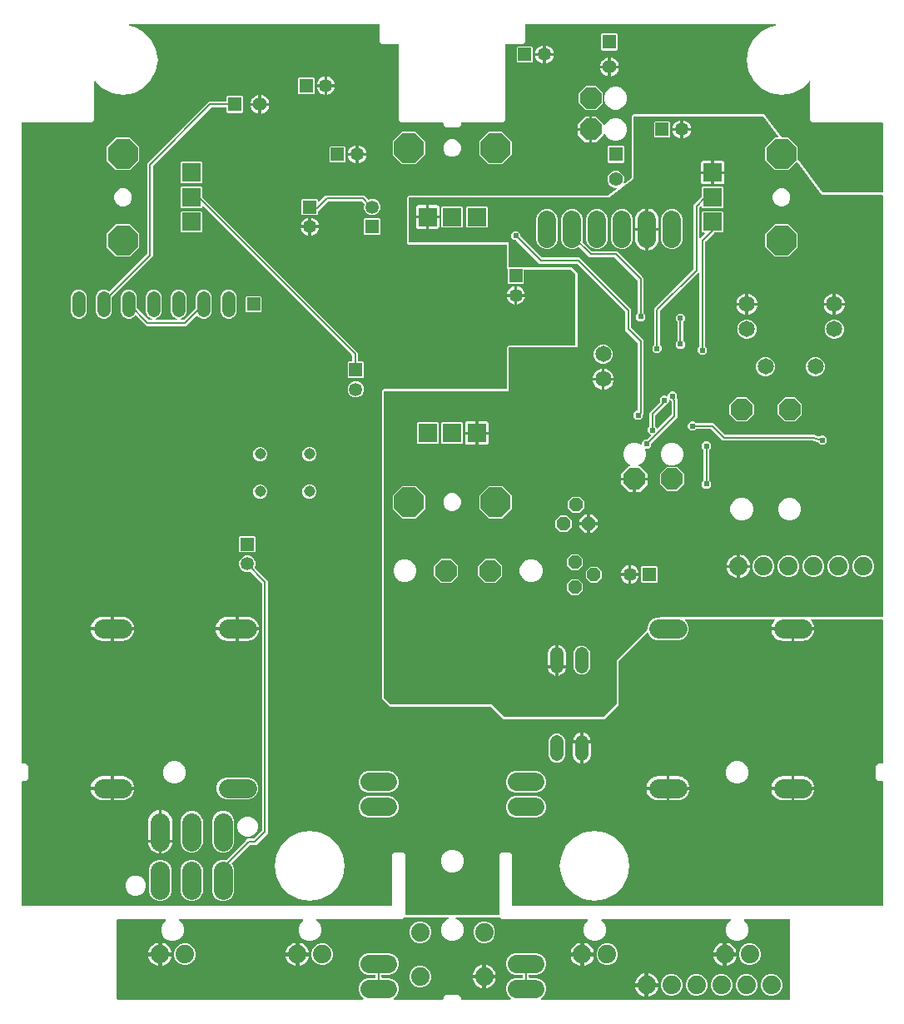
<source format=gbr>
G04 EAGLE Gerber X2 export*
%TF.Part,Single*%
%TF.FileFunction,Copper,L2,Bot,Mixed*%
%TF.FilePolarity,Positive*%
%TF.GenerationSoftware,Autodesk,EAGLE,9.2.2*%
%TF.CreationDate,2019-06-08T20:54:27Z*%
G75*
%MOMM*%
%FSLAX34Y34*%
%LPD*%
%INBottom Copper*%
%AMOC8*
5,1,8,0,0,1.08239X$1,22.5*%
G01*
%ADD10R,1.350000X1.350000*%
%ADD11C,1.350000*%
%ADD12C,1.651000*%
%ADD13C,1.143000*%
%ADD14C,1.408000*%
%ADD15R,1.408000X1.408000*%
%ADD16C,1.879600*%
%ADD17R,1.879600X1.879600*%
%ADD18P,3.247170X8X22.500000*%
%ADD19R,1.320800X1.320800*%
%ADD20C,1.320800*%
%ADD21P,3.247170X8X112.500000*%
%ADD22P,3.247170X8X202.500000*%
%ADD23P,3.247170X8X292.500000*%
%ADD24C,1.950000*%
%ADD25P,2.336880X8X22.500000*%
%ADD26C,1.879600*%
%ADD27P,1.429621X8X22.500000*%
%ADD28P,2.336880X8X202.500000*%
%ADD29P,1.429621X8X292.500000*%
%ADD30C,0.203200*%
%ADD31C,0.604800*%

G36*
X489258Y89720D02*
X489258Y89720D01*
X489277Y89718D01*
X489379Y89740D01*
X489481Y89757D01*
X489498Y89766D01*
X489518Y89771D01*
X489607Y89824D01*
X489698Y89872D01*
X489712Y89886D01*
X489729Y89897D01*
X489796Y89975D01*
X489868Y90050D01*
X489876Y90068D01*
X489889Y90084D01*
X489928Y90180D01*
X489971Y90273D01*
X489973Y90293D01*
X489981Y90312D01*
X489999Y90478D01*
X489999Y151657D01*
X492343Y154001D01*
X500657Y154001D01*
X503001Y151657D01*
X503001Y99762D01*
X503004Y99742D01*
X503002Y99723D01*
X503024Y99621D01*
X503040Y99519D01*
X503050Y99502D01*
X503054Y99482D01*
X503107Y99393D01*
X503156Y99302D01*
X503170Y99288D01*
X503180Y99271D01*
X503259Y99204D01*
X503334Y99132D01*
X503352Y99124D01*
X503367Y99111D01*
X503463Y99072D01*
X503557Y99029D01*
X503577Y99027D01*
X503595Y99019D01*
X503762Y99001D01*
X879238Y99001D01*
X879258Y99004D01*
X879277Y99002D01*
X879379Y99024D01*
X879481Y99040D01*
X879498Y99050D01*
X879518Y99054D01*
X879607Y99107D01*
X879698Y99156D01*
X879712Y99170D01*
X879729Y99180D01*
X879796Y99259D01*
X879868Y99334D01*
X879876Y99352D01*
X879889Y99367D01*
X879928Y99463D01*
X879971Y99557D01*
X879973Y99577D01*
X879981Y99595D01*
X879999Y99762D01*
X879999Y225238D01*
X879997Y225250D01*
X879998Y225259D01*
X879997Y225265D01*
X879998Y225277D01*
X879976Y225379D01*
X879960Y225481D01*
X879950Y225498D01*
X879946Y225518D01*
X879893Y225607D01*
X879844Y225698D01*
X879830Y225712D01*
X879820Y225729D01*
X879741Y225796D01*
X879666Y225868D01*
X879648Y225876D01*
X879633Y225889D01*
X879537Y225928D01*
X879443Y225971D01*
X879423Y225973D01*
X879405Y225981D01*
X879238Y225999D01*
X875343Y225999D01*
X872999Y228343D01*
X872999Y241657D01*
X875343Y244001D01*
X879238Y244001D01*
X879258Y244004D01*
X879277Y244002D01*
X879379Y244024D01*
X879481Y244040D01*
X879498Y244050D01*
X879518Y244054D01*
X879607Y244107D01*
X879698Y244156D01*
X879712Y244170D01*
X879729Y244180D01*
X879796Y244259D01*
X879868Y244334D01*
X879876Y244352D01*
X879889Y244367D01*
X879928Y244463D01*
X879971Y244557D01*
X879973Y244577D01*
X879981Y244595D01*
X879999Y244762D01*
X879999Y390144D01*
X879996Y390164D01*
X879998Y390183D01*
X879976Y390285D01*
X879960Y390387D01*
X879950Y390404D01*
X879946Y390424D01*
X879893Y390513D01*
X879844Y390604D01*
X879830Y390618D01*
X879820Y390635D01*
X879741Y390702D01*
X879666Y390774D01*
X879648Y390782D01*
X879633Y390795D01*
X879537Y390834D01*
X879443Y390877D01*
X879423Y390879D01*
X879405Y390887D01*
X879238Y390905D01*
X807714Y390905D01*
X807644Y390894D01*
X807572Y390892D01*
X807523Y390874D01*
X807471Y390866D01*
X807408Y390832D01*
X807341Y390807D01*
X807300Y390775D01*
X807254Y390750D01*
X807205Y390698D01*
X807149Y390654D01*
X807121Y390610D01*
X807085Y390572D01*
X807054Y390507D01*
X807016Y390447D01*
X807003Y390396D01*
X806981Y390349D01*
X806973Y390278D01*
X806956Y390208D01*
X806960Y390156D01*
X806954Y390105D01*
X806969Y390034D01*
X806975Y389963D01*
X806995Y389915D01*
X807006Y389864D01*
X807043Y389803D01*
X807071Y389737D01*
X807116Y389681D01*
X807132Y389653D01*
X807150Y389638D01*
X807176Y389606D01*
X807625Y389157D01*
X808762Y387592D01*
X809640Y385868D01*
X810238Y384028D01*
X810453Y382673D01*
X789262Y382673D01*
X789242Y382670D01*
X789223Y382672D01*
X789121Y382650D01*
X789019Y382633D01*
X789002Y382624D01*
X788982Y382620D01*
X788893Y382567D01*
X788802Y382518D01*
X788788Y382504D01*
X788771Y382494D01*
X788704Y382415D01*
X788633Y382340D01*
X788624Y382322D01*
X788611Y382307D01*
X788573Y382211D01*
X788529Y382117D01*
X788527Y382097D01*
X788519Y382079D01*
X788501Y381912D01*
X788501Y381149D01*
X788499Y381149D01*
X788499Y381912D01*
X788496Y381932D01*
X788498Y381951D01*
X788476Y382053D01*
X788459Y382155D01*
X788450Y382172D01*
X788446Y382192D01*
X788393Y382281D01*
X788344Y382372D01*
X788330Y382386D01*
X788320Y382403D01*
X788241Y382470D01*
X788166Y382541D01*
X788148Y382550D01*
X788133Y382563D01*
X788037Y382602D01*
X787943Y382645D01*
X787923Y382647D01*
X787905Y382655D01*
X787738Y382673D01*
X766547Y382673D01*
X766762Y384028D01*
X767360Y385868D01*
X768238Y387592D01*
X769375Y389157D01*
X769824Y389606D01*
X769866Y389664D01*
X769915Y389716D01*
X769937Y389763D01*
X769968Y389805D01*
X769989Y389874D01*
X770019Y389939D01*
X770025Y389991D01*
X770040Y390041D01*
X770038Y390112D01*
X770046Y390183D01*
X770035Y390234D01*
X770034Y390286D01*
X770009Y390354D01*
X769994Y390424D01*
X769967Y390469D01*
X769949Y390517D01*
X769904Y390573D01*
X769868Y390635D01*
X769828Y390669D01*
X769795Y390709D01*
X769735Y390748D01*
X769681Y390795D01*
X769632Y390814D01*
X769589Y390842D01*
X769519Y390860D01*
X769452Y390887D01*
X769381Y390895D01*
X769350Y390903D01*
X769327Y390901D01*
X769286Y390905D01*
X679277Y390905D01*
X679207Y390894D01*
X679135Y390892D01*
X679086Y390874D01*
X679035Y390866D01*
X678971Y390832D01*
X678904Y390807D01*
X678863Y390775D01*
X678817Y390750D01*
X678768Y390698D01*
X678712Y390654D01*
X678684Y390610D01*
X678648Y390572D01*
X678618Y390507D01*
X678579Y390447D01*
X678566Y390396D01*
X678544Y390349D01*
X678536Y390278D01*
X678519Y390208D01*
X678523Y390156D01*
X678517Y390105D01*
X678532Y390034D01*
X678538Y389963D01*
X678558Y389915D01*
X678569Y389864D01*
X678606Y389803D01*
X678634Y389737D01*
X678679Y389681D01*
X678696Y389653D01*
X678713Y389638D01*
X678739Y389606D01*
X680808Y387537D01*
X682525Y383393D01*
X682525Y378907D01*
X680808Y374763D01*
X677637Y371592D01*
X673493Y369875D01*
X649507Y369875D01*
X645363Y371592D01*
X642192Y374763D01*
X641346Y376805D01*
X641322Y376844D01*
X641306Y376887D01*
X641257Y376948D01*
X641216Y377014D01*
X641181Y377043D01*
X641152Y377079D01*
X641087Y377121D01*
X641027Y377171D01*
X640984Y377187D01*
X640945Y377212D01*
X640870Y377231D01*
X640797Y377259D01*
X640751Y377261D01*
X640707Y377272D01*
X640629Y377266D01*
X640552Y377270D01*
X640507Y377257D01*
X640462Y377253D01*
X640390Y377223D01*
X640315Y377201D01*
X640278Y377175D01*
X640235Y377157D01*
X640129Y377072D01*
X640113Y377061D01*
X640110Y377057D01*
X640104Y377052D01*
X611368Y348315D01*
X611325Y348256D01*
X611280Y348209D01*
X611273Y348192D01*
X611255Y348172D01*
X611243Y348142D01*
X611224Y348116D01*
X611199Y348034D01*
X611177Y347986D01*
X611175Y347974D01*
X611163Y347944D01*
X611159Y347903D01*
X611152Y347881D01*
X611153Y347848D01*
X611145Y347777D01*
X611145Y303642D01*
X596808Y289305D01*
X494233Y289305D01*
X481756Y301782D01*
X481682Y301835D01*
X481612Y301895D01*
X481582Y301907D01*
X481556Y301926D01*
X481469Y301953D01*
X481384Y301987D01*
X481343Y301991D01*
X481321Y301998D01*
X481289Y301997D01*
X481218Y302005D01*
X378592Y302005D01*
X370605Y309992D01*
X370605Y623458D01*
X372242Y625095D01*
X496844Y625095D01*
X496864Y625098D01*
X496883Y625096D01*
X496985Y625118D01*
X497087Y625134D01*
X497104Y625144D01*
X497124Y625148D01*
X497213Y625201D01*
X497304Y625250D01*
X497318Y625264D01*
X497335Y625274D01*
X497402Y625353D01*
X497474Y625428D01*
X497482Y625446D01*
X497495Y625461D01*
X497534Y625557D01*
X497577Y625651D01*
X497579Y625671D01*
X497587Y625689D01*
X497605Y625856D01*
X497605Y667908D01*
X499242Y669545D01*
X566694Y669545D01*
X566714Y669548D01*
X566733Y669546D01*
X566835Y669568D01*
X566937Y669584D01*
X566954Y669594D01*
X566974Y669598D01*
X567063Y669651D01*
X567154Y669700D01*
X567168Y669714D01*
X567185Y669724D01*
X567252Y669803D01*
X567324Y669878D01*
X567332Y669896D01*
X567345Y669911D01*
X567384Y670007D01*
X567427Y670101D01*
X567429Y670121D01*
X567437Y670139D01*
X567455Y670306D01*
X567455Y741477D01*
X567441Y741567D01*
X567433Y741658D01*
X567421Y741688D01*
X567416Y741720D01*
X567373Y741800D01*
X567337Y741884D01*
X567311Y741916D01*
X567300Y741937D01*
X567277Y741959D01*
X567232Y742015D01*
X562965Y746282D01*
X562891Y746335D01*
X562822Y746395D01*
X562792Y746407D01*
X562766Y746426D01*
X562679Y746453D01*
X562594Y746487D01*
X562553Y746491D01*
X562531Y746498D01*
X562498Y746497D01*
X562427Y746505D01*
X515786Y746505D01*
X515766Y746502D01*
X515747Y746504D01*
X515645Y746482D01*
X515543Y746466D01*
X515526Y746456D01*
X515506Y746452D01*
X515417Y746399D01*
X515326Y746350D01*
X515312Y746336D01*
X515295Y746326D01*
X515228Y746247D01*
X515156Y746172D01*
X515148Y746154D01*
X515135Y746139D01*
X515096Y746043D01*
X515053Y745949D01*
X515051Y745929D01*
X515043Y745911D01*
X515025Y745744D01*
X515025Y732868D01*
X514132Y731975D01*
X499368Y731975D01*
X498475Y732868D01*
X498475Y746957D01*
X498461Y747047D01*
X498453Y747138D01*
X498441Y747168D01*
X498436Y747200D01*
X498393Y747280D01*
X498357Y747364D01*
X498331Y747396D01*
X498320Y747417D01*
X498297Y747439D01*
X498252Y747495D01*
X497605Y748142D01*
X497605Y771144D01*
X497602Y771164D01*
X497604Y771183D01*
X497582Y771285D01*
X497566Y771387D01*
X497556Y771404D01*
X497552Y771424D01*
X497499Y771513D01*
X497450Y771604D01*
X497436Y771618D01*
X497426Y771635D01*
X497347Y771702D01*
X497272Y771774D01*
X497254Y771782D01*
X497239Y771795D01*
X497143Y771834D01*
X497049Y771877D01*
X497029Y771879D01*
X497011Y771887D01*
X496844Y771905D01*
X397642Y771905D01*
X396005Y773542D01*
X396005Y820308D01*
X397642Y821945D01*
X600815Y821945D01*
X600852Y821951D01*
X600889Y821948D01*
X600973Y821971D01*
X601057Y821984D01*
X601091Y822002D01*
X601127Y822012D01*
X601271Y822097D01*
X609495Y828265D01*
X609497Y828267D01*
X609499Y828268D01*
X609582Y828355D01*
X609666Y828442D01*
X609667Y828444D01*
X609668Y828446D01*
X609719Y828556D01*
X609771Y828665D01*
X609771Y828667D01*
X609772Y828669D01*
X609785Y828785D01*
X609799Y828909D01*
X609799Y828911D01*
X609799Y828913D01*
X609774Y829030D01*
X609748Y829150D01*
X609747Y829152D01*
X609747Y829154D01*
X609685Y829258D01*
X609623Y829362D01*
X609622Y829363D01*
X609621Y829365D01*
X609528Y829444D01*
X609437Y829523D01*
X609435Y829523D01*
X609434Y829525D01*
X609320Y829571D01*
X609210Y829616D01*
X609207Y829616D01*
X609205Y829617D01*
X609039Y829635D01*
X606646Y829635D01*
X603498Y830939D01*
X601089Y833348D01*
X599785Y836496D01*
X599785Y839904D01*
X601089Y843052D01*
X603498Y845461D01*
X606646Y846765D01*
X610054Y846765D01*
X613202Y845461D01*
X615611Y843052D01*
X616915Y839904D01*
X616915Y836496D01*
X616376Y835196D01*
X616366Y835153D01*
X616347Y835114D01*
X616338Y835034D01*
X616320Y834956D01*
X616324Y834913D01*
X616319Y834869D01*
X616335Y834791D01*
X616343Y834711D01*
X616361Y834671D01*
X616370Y834629D01*
X616410Y834560D01*
X616443Y834487D01*
X616473Y834454D01*
X616495Y834417D01*
X616555Y834364D01*
X616609Y834306D01*
X616648Y834284D01*
X616681Y834256D01*
X616755Y834226D01*
X616825Y834187D01*
X616868Y834179D01*
X616908Y834163D01*
X616988Y834157D01*
X617067Y834143D01*
X617110Y834150D01*
X617154Y834147D01*
X617231Y834167D01*
X617310Y834179D01*
X617349Y834199D01*
X617392Y834210D01*
X617517Y834284D01*
X617530Y834291D01*
X617532Y834293D01*
X617536Y834295D01*
X624301Y839369D01*
X624316Y839385D01*
X624335Y839396D01*
X624401Y839473D01*
X624471Y839546D01*
X624480Y839566D01*
X624495Y839583D01*
X624533Y839677D01*
X624576Y839769D01*
X624579Y839791D01*
X624587Y839811D01*
X624605Y839978D01*
X624605Y902858D01*
X626242Y904495D01*
X756916Y904495D01*
X756950Y904500D01*
X756984Y904498D01*
X757071Y904520D01*
X757159Y904534D01*
X757189Y904551D01*
X757223Y904559D01*
X757356Y904637D01*
X758239Y904503D01*
X758272Y904504D01*
X758353Y904495D01*
X759247Y904495D01*
X759263Y904483D01*
X759285Y904457D01*
X759362Y904412D01*
X759434Y904360D01*
X759467Y904350D01*
X759497Y904332D01*
X759646Y904292D01*
X760176Y903574D01*
X760200Y903551D01*
X760250Y903487D01*
X760883Y902855D01*
X760886Y902836D01*
X760883Y902801D01*
X760906Y902715D01*
X760920Y902627D01*
X760936Y902596D01*
X760945Y902563D01*
X761029Y902418D01*
X776952Y880834D01*
X776970Y880817D01*
X776983Y880795D01*
X777058Y880731D01*
X777128Y880662D01*
X777151Y880651D01*
X777170Y880635D01*
X777261Y880598D01*
X777350Y880556D01*
X777375Y880553D01*
X777398Y880543D01*
X777565Y880525D01*
X783845Y880525D01*
X793525Y870845D01*
X793525Y858621D01*
X793530Y858587D01*
X793528Y858552D01*
X793550Y858466D01*
X793564Y858378D01*
X793581Y858347D01*
X793589Y858314D01*
X793673Y858169D01*
X818183Y824946D01*
X818201Y824929D01*
X818214Y824907D01*
X818288Y824844D01*
X818359Y824775D01*
X818382Y824764D01*
X818401Y824748D01*
X818492Y824711D01*
X818581Y824668D01*
X818606Y824665D01*
X818629Y824656D01*
X818796Y824637D01*
X879238Y824637D01*
X879258Y824640D01*
X879277Y824638D01*
X879379Y824660D01*
X879481Y824677D01*
X879498Y824686D01*
X879518Y824690D01*
X879607Y824744D01*
X879698Y824792D01*
X879712Y824806D01*
X879729Y824817D01*
X879796Y824895D01*
X879868Y824970D01*
X879876Y824988D01*
X879889Y825004D01*
X879928Y825100D01*
X879971Y825193D01*
X879973Y825213D01*
X879981Y825232D01*
X879999Y825398D01*
X879999Y895238D01*
X879996Y895258D01*
X879998Y895277D01*
X879976Y895379D01*
X879960Y895481D01*
X879950Y895498D01*
X879946Y895518D01*
X879893Y895607D01*
X879844Y895698D01*
X879830Y895712D01*
X879820Y895729D01*
X879741Y895796D01*
X879666Y895868D01*
X879648Y895876D01*
X879633Y895889D01*
X879537Y895928D01*
X879443Y895971D01*
X879423Y895973D01*
X879405Y895981D01*
X879238Y895999D01*
X808343Y895999D01*
X805999Y898343D01*
X805999Y937503D01*
X805988Y937574D01*
X805986Y937646D01*
X805968Y937695D01*
X805960Y937746D01*
X805926Y937809D01*
X805901Y937877D01*
X805869Y937917D01*
X805844Y937964D01*
X805792Y938013D01*
X805748Y938069D01*
X805704Y938097D01*
X805666Y938133D01*
X805601Y938163D01*
X805541Y938202D01*
X805490Y938215D01*
X805443Y938237D01*
X805372Y938244D01*
X805302Y938262D01*
X805250Y938258D01*
X805199Y938264D01*
X805128Y938248D01*
X805057Y938243D01*
X805009Y938222D01*
X804958Y938211D01*
X804897Y938175D01*
X804831Y938146D01*
X804775Y938102D01*
X804747Y938085D01*
X804732Y938067D01*
X804700Y938042D01*
X797897Y931238D01*
X787986Y926189D01*
X777000Y924449D01*
X766014Y926189D01*
X756103Y931238D01*
X748238Y939103D01*
X743189Y949014D01*
X741449Y960000D01*
X743189Y970986D01*
X748238Y980897D01*
X756103Y988762D01*
X766014Y993811D01*
X770275Y994486D01*
X770336Y994506D01*
X770399Y994517D01*
X770452Y994545D01*
X770509Y994563D01*
X770560Y994602D01*
X770616Y994632D01*
X770658Y994675D01*
X770706Y994711D01*
X770742Y994764D01*
X770786Y994810D01*
X770811Y994864D01*
X770845Y994914D01*
X770862Y994975D01*
X770889Y995033D01*
X770896Y995093D01*
X770912Y995150D01*
X770909Y995214D01*
X770916Y995277D01*
X770904Y995336D01*
X770901Y995396D01*
X770878Y995455D01*
X770864Y995518D01*
X770833Y995569D01*
X770812Y995625D01*
X770771Y995674D01*
X770738Y995729D01*
X770692Y995768D01*
X770654Y995814D01*
X770600Y995847D01*
X770551Y995889D01*
X770495Y995911D01*
X770444Y995943D01*
X770382Y995957D01*
X770323Y995981D01*
X770237Y995990D01*
X770205Y995998D01*
X770180Y995997D01*
X770156Y995999D01*
X516762Y995999D01*
X516742Y995996D01*
X516723Y995998D01*
X516621Y995976D01*
X516519Y995960D01*
X516502Y995950D01*
X516482Y995946D01*
X516393Y995893D01*
X516302Y995844D01*
X516288Y995830D01*
X516271Y995820D01*
X516204Y995741D01*
X516132Y995666D01*
X516124Y995648D01*
X516111Y995633D01*
X516072Y995537D01*
X516029Y995443D01*
X516027Y995423D01*
X516019Y995405D01*
X516001Y995238D01*
X516001Y978343D01*
X513657Y975999D01*
X496762Y975999D01*
X496742Y975996D01*
X496723Y975998D01*
X496621Y975976D01*
X496519Y975960D01*
X496502Y975950D01*
X496482Y975946D01*
X496393Y975893D01*
X496302Y975844D01*
X496288Y975830D01*
X496271Y975820D01*
X496204Y975741D01*
X496132Y975666D01*
X496124Y975648D01*
X496111Y975633D01*
X496072Y975537D01*
X496029Y975443D01*
X496027Y975423D01*
X496019Y975405D01*
X496001Y975238D01*
X496001Y898343D01*
X493657Y895999D01*
X451762Y895999D01*
X451742Y895996D01*
X451723Y895998D01*
X451621Y895976D01*
X451519Y895960D01*
X451502Y895950D01*
X451482Y895946D01*
X451393Y895893D01*
X451302Y895844D01*
X451288Y895830D01*
X451271Y895820D01*
X451204Y895741D01*
X451132Y895666D01*
X451124Y895648D01*
X451111Y895633D01*
X451072Y895537D01*
X451029Y895443D01*
X451027Y895423D01*
X451019Y895405D01*
X451001Y895238D01*
X451001Y893343D01*
X448657Y890999D01*
X435343Y890999D01*
X432999Y893343D01*
X432999Y895238D01*
X432996Y895258D01*
X432998Y895277D01*
X432976Y895379D01*
X432960Y895481D01*
X432950Y895498D01*
X432946Y895518D01*
X432893Y895607D01*
X432844Y895698D01*
X432830Y895712D01*
X432820Y895729D01*
X432741Y895796D01*
X432666Y895868D01*
X432648Y895876D01*
X432633Y895889D01*
X432537Y895928D01*
X432443Y895971D01*
X432423Y895973D01*
X432405Y895981D01*
X432238Y895999D01*
X390343Y895999D01*
X387999Y898343D01*
X387999Y975238D01*
X387996Y975258D01*
X387998Y975277D01*
X387976Y975379D01*
X387960Y975481D01*
X387950Y975498D01*
X387946Y975518D01*
X387893Y975607D01*
X387844Y975698D01*
X387830Y975712D01*
X387820Y975729D01*
X387741Y975796D01*
X387666Y975868D01*
X387648Y975876D01*
X387633Y975889D01*
X387537Y975928D01*
X387443Y975971D01*
X387423Y975973D01*
X387405Y975981D01*
X387238Y975999D01*
X370343Y975999D01*
X367999Y978343D01*
X367999Y995238D01*
X367996Y995258D01*
X367998Y995277D01*
X367976Y995379D01*
X367960Y995481D01*
X367950Y995498D01*
X367946Y995518D01*
X367893Y995607D01*
X367844Y995698D01*
X367830Y995712D01*
X367820Y995729D01*
X367741Y995796D01*
X367666Y995868D01*
X367648Y995876D01*
X367633Y995889D01*
X367537Y995928D01*
X367443Y995971D01*
X367423Y995973D01*
X367405Y995981D01*
X367238Y995999D01*
X113844Y995999D01*
X113781Y995989D01*
X113717Y995989D01*
X113660Y995969D01*
X113601Y995960D01*
X113545Y995930D01*
X113484Y995909D01*
X113437Y995872D01*
X113384Y995844D01*
X113340Y995798D01*
X113289Y995759D01*
X113256Y995710D01*
X113214Y995666D01*
X113187Y995608D01*
X113152Y995555D01*
X113136Y995497D01*
X113111Y995443D01*
X113104Y995380D01*
X113087Y995318D01*
X113090Y995258D01*
X113084Y995199D01*
X113097Y995136D01*
X113101Y995072D01*
X113123Y995017D01*
X113136Y994958D01*
X113169Y994903D01*
X113192Y994844D01*
X113231Y994799D01*
X113262Y994747D01*
X113311Y994706D01*
X113352Y994657D01*
X113403Y994626D01*
X113449Y994587D01*
X113508Y994563D01*
X113563Y994530D01*
X113646Y994508D01*
X113677Y994495D01*
X113701Y994493D01*
X113725Y994486D01*
X117986Y993811D01*
X127896Y988762D01*
X135762Y980896D01*
X140811Y970986D01*
X142551Y960000D01*
X140811Y949014D01*
X135762Y939103D01*
X127897Y931238D01*
X117986Y926189D01*
X107000Y924449D01*
X96014Y926189D01*
X86103Y931238D01*
X79300Y938042D01*
X79242Y938084D01*
X79190Y938133D01*
X79143Y938155D01*
X79101Y938185D01*
X79032Y938206D01*
X78967Y938237D01*
X78915Y938242D01*
X78865Y938258D01*
X78794Y938256D01*
X78723Y938264D01*
X78672Y938253D01*
X78620Y938251D01*
X78552Y938227D01*
X78482Y938211D01*
X78437Y938185D01*
X78389Y938167D01*
X78333Y938122D01*
X78271Y938085D01*
X78237Y938046D01*
X78197Y938013D01*
X78158Y937953D01*
X78111Y937898D01*
X78092Y937850D01*
X78064Y937806D01*
X78046Y937737D01*
X78019Y937670D01*
X78011Y937599D01*
X78003Y937568D01*
X78005Y937544D01*
X78001Y937503D01*
X78001Y898343D01*
X75657Y895999D01*
X4762Y895999D01*
X4742Y895996D01*
X4723Y895998D01*
X4621Y895976D01*
X4519Y895960D01*
X4502Y895950D01*
X4482Y895946D01*
X4393Y895893D01*
X4302Y895844D01*
X4288Y895830D01*
X4271Y895820D01*
X4204Y895741D01*
X4132Y895666D01*
X4124Y895648D01*
X4111Y895633D01*
X4072Y895537D01*
X4029Y895443D01*
X4027Y895423D01*
X4019Y895405D01*
X4001Y895238D01*
X4001Y244762D01*
X4004Y244742D01*
X4002Y244723D01*
X4024Y244621D01*
X4040Y244519D01*
X4050Y244502D01*
X4054Y244482D01*
X4107Y244393D01*
X4156Y244302D01*
X4170Y244288D01*
X4180Y244271D01*
X4259Y244204D01*
X4334Y244132D01*
X4352Y244124D01*
X4367Y244111D01*
X4463Y244072D01*
X4557Y244029D01*
X4577Y244027D01*
X4595Y244019D01*
X4762Y244001D01*
X8657Y244001D01*
X11001Y241657D01*
X11001Y228343D01*
X8657Y225999D01*
X4762Y225999D01*
X4742Y225996D01*
X4723Y225998D01*
X4621Y225976D01*
X4519Y225960D01*
X4502Y225950D01*
X4482Y225946D01*
X4393Y225893D01*
X4302Y225844D01*
X4288Y225830D01*
X4271Y225820D01*
X4204Y225741D01*
X4132Y225666D01*
X4124Y225648D01*
X4111Y225633D01*
X4072Y225537D01*
X4029Y225443D01*
X4027Y225423D01*
X4019Y225405D01*
X4001Y225238D01*
X4001Y99762D01*
X4004Y99742D01*
X4002Y99723D01*
X4024Y99621D01*
X4040Y99519D01*
X4050Y99502D01*
X4054Y99482D01*
X4107Y99393D01*
X4156Y99302D01*
X4170Y99288D01*
X4180Y99271D01*
X4259Y99204D01*
X4334Y99132D01*
X4352Y99124D01*
X4367Y99111D01*
X4463Y99072D01*
X4557Y99029D01*
X4577Y99027D01*
X4595Y99019D01*
X4762Y99001D01*
X380238Y99001D01*
X380258Y99004D01*
X380277Y99002D01*
X380379Y99024D01*
X380481Y99040D01*
X380498Y99050D01*
X380518Y99054D01*
X380607Y99107D01*
X380698Y99156D01*
X380712Y99170D01*
X380729Y99180D01*
X380796Y99259D01*
X380868Y99334D01*
X380876Y99352D01*
X380889Y99367D01*
X380928Y99463D01*
X380971Y99557D01*
X380973Y99577D01*
X380981Y99595D01*
X380999Y99762D01*
X380999Y151657D01*
X383343Y154001D01*
X391657Y154001D01*
X394001Y151657D01*
X394001Y90478D01*
X394004Y90459D01*
X394002Y90439D01*
X394024Y90338D01*
X394040Y90236D01*
X394050Y90218D01*
X394054Y90199D01*
X394107Y90110D01*
X394156Y90018D01*
X394170Y90005D01*
X394180Y89988D01*
X394259Y89920D01*
X394334Y89849D01*
X394352Y89841D01*
X394367Y89828D01*
X394463Y89789D01*
X394557Y89745D01*
X394577Y89743D01*
X394595Y89736D01*
X394762Y89717D01*
X489238Y89717D01*
X489258Y89720D01*
G37*
G36*
X595740Y291354D02*
X595740Y291354D01*
X595831Y291361D01*
X595861Y291373D01*
X595893Y291379D01*
X595973Y291421D01*
X596057Y291457D01*
X596089Y291483D01*
X596110Y291494D01*
X596132Y291517D01*
X596188Y291562D01*
X608888Y304262D01*
X608941Y304336D01*
X609001Y304405D01*
X609013Y304435D01*
X609032Y304461D01*
X609059Y304548D01*
X609093Y304633D01*
X609097Y304674D01*
X609104Y304697D01*
X609103Y304729D01*
X609111Y304800D01*
X609111Y348935D01*
X640252Y380076D01*
X640305Y380150D01*
X640365Y380219D01*
X640377Y380249D01*
X640396Y380275D01*
X640423Y380362D01*
X640457Y380447D01*
X640461Y380488D01*
X640468Y380511D01*
X640467Y380543D01*
X640475Y380614D01*
X640475Y383393D01*
X642192Y387537D01*
X645363Y390708D01*
X649507Y392425D01*
X652286Y392425D01*
X652376Y392439D01*
X652467Y392447D01*
X652497Y392459D01*
X652529Y392464D01*
X652609Y392507D01*
X652693Y392543D01*
X652725Y392569D01*
X652746Y392580D01*
X652768Y392603D01*
X652824Y392648D01*
X653115Y392939D01*
X879238Y392939D01*
X879258Y392942D01*
X879277Y392940D01*
X879379Y392962D01*
X879481Y392979D01*
X879498Y392988D01*
X879518Y392992D01*
X879607Y393045D01*
X879698Y393094D01*
X879712Y393108D01*
X879729Y393118D01*
X879796Y393197D01*
X879868Y393272D01*
X879876Y393290D01*
X879889Y393305D01*
X879928Y393401D01*
X879971Y393495D01*
X879973Y393515D01*
X879981Y393533D01*
X879999Y393700D01*
X879999Y821842D01*
X879996Y821862D01*
X879998Y821882D01*
X879976Y821983D01*
X879960Y822085D01*
X879950Y822103D01*
X879946Y822122D01*
X879893Y822211D01*
X879844Y822303D01*
X879830Y822316D01*
X879820Y822333D01*
X879741Y822401D01*
X879666Y822472D01*
X879648Y822480D01*
X879633Y822493D01*
X879537Y822532D01*
X879443Y822576D01*
X879423Y822578D01*
X879405Y822585D01*
X879238Y822604D01*
X817384Y822604D01*
X793112Y855505D01*
X793057Y855559D01*
X793009Y855618D01*
X792969Y855644D01*
X792936Y855677D01*
X792866Y855710D01*
X792802Y855751D01*
X792756Y855763D01*
X792714Y855783D01*
X792638Y855793D01*
X792563Y855812D01*
X792517Y855808D01*
X792470Y855814D01*
X792395Y855798D01*
X792318Y855792D01*
X792275Y855774D01*
X792229Y855765D01*
X792162Y855726D01*
X792092Y855696D01*
X792043Y855657D01*
X792016Y855641D01*
X791999Y855621D01*
X791961Y855591D01*
X783845Y847475D01*
X770155Y847475D01*
X760475Y857155D01*
X760475Y870845D01*
X770155Y880525D01*
X773146Y880525D01*
X773160Y880527D01*
X773175Y880525D01*
X773282Y880547D01*
X773389Y880564D01*
X773402Y880571D01*
X773416Y880574D01*
X773510Y880629D01*
X773606Y880680D01*
X773616Y880690D01*
X773629Y880698D01*
X773701Y880780D01*
X773775Y880858D01*
X773782Y880871D01*
X773791Y880882D01*
X773833Y880983D01*
X773879Y881081D01*
X773881Y881096D01*
X773886Y881109D01*
X773894Y881218D01*
X773906Y881325D01*
X773903Y881340D01*
X773904Y881355D01*
X773877Y881460D01*
X773854Y881566D01*
X773846Y881579D01*
X773843Y881593D01*
X773758Y881738D01*
X758698Y902152D01*
X758680Y902169D01*
X758667Y902191D01*
X758593Y902255D01*
X758522Y902324D01*
X758499Y902335D01*
X758480Y902351D01*
X758389Y902388D01*
X758300Y902430D01*
X758276Y902433D01*
X758252Y902443D01*
X758086Y902461D01*
X627400Y902461D01*
X627380Y902458D01*
X627361Y902460D01*
X627259Y902438D01*
X627157Y902422D01*
X627140Y902412D01*
X627120Y902408D01*
X627031Y902355D01*
X626940Y902306D01*
X626926Y902292D01*
X626909Y902282D01*
X626842Y902203D01*
X626771Y902128D01*
X626762Y902110D01*
X626749Y902095D01*
X626710Y901999D01*
X626667Y901905D01*
X626665Y901885D01*
X626657Y901867D01*
X626639Y901700D01*
X626639Y838581D01*
X601746Y819911D01*
X398800Y819911D01*
X398780Y819908D01*
X398761Y819910D01*
X398659Y819888D01*
X398557Y819872D01*
X398540Y819862D01*
X398520Y819858D01*
X398431Y819805D01*
X398340Y819756D01*
X398326Y819742D01*
X398309Y819732D01*
X398242Y819653D01*
X398171Y819578D01*
X398162Y819560D01*
X398149Y819545D01*
X398110Y819449D01*
X398067Y819355D01*
X398065Y819335D01*
X398057Y819317D01*
X398039Y819150D01*
X398039Y774700D01*
X398040Y774693D01*
X398040Y774691D01*
X398042Y774680D01*
X398040Y774661D01*
X398062Y774559D01*
X398079Y774457D01*
X398088Y774440D01*
X398092Y774420D01*
X398145Y774331D01*
X398194Y774240D01*
X398208Y774226D01*
X398218Y774209D01*
X398297Y774142D01*
X398372Y774071D01*
X398390Y774062D01*
X398405Y774049D01*
X398501Y774010D01*
X398595Y773967D01*
X398615Y773965D01*
X398633Y773957D01*
X398800Y773939D01*
X499639Y773939D01*
X499639Y749300D01*
X499642Y749280D01*
X499640Y749261D01*
X499662Y749159D01*
X499679Y749057D01*
X499688Y749040D01*
X499692Y749020D01*
X499745Y748931D01*
X499794Y748840D01*
X499808Y748826D01*
X499818Y748809D01*
X499897Y748742D01*
X499972Y748671D01*
X499990Y748662D01*
X500005Y748649D01*
X500101Y748610D01*
X500195Y748567D01*
X500215Y748565D01*
X500233Y748557D01*
X500400Y748539D01*
X563585Y748539D01*
X569489Y742635D01*
X569489Y667511D01*
X500400Y667511D01*
X500380Y667508D01*
X500361Y667510D01*
X500259Y667488D01*
X500157Y667472D01*
X500140Y667462D01*
X500120Y667458D01*
X500031Y667405D01*
X499940Y667356D01*
X499926Y667342D01*
X499909Y667332D01*
X499842Y667253D01*
X499771Y667178D01*
X499762Y667160D01*
X499749Y667145D01*
X499710Y667049D01*
X499667Y666955D01*
X499665Y666935D01*
X499657Y666917D01*
X499639Y666750D01*
X499639Y623061D01*
X373400Y623061D01*
X373380Y623058D01*
X373361Y623060D01*
X373259Y623038D01*
X373157Y623022D01*
X373140Y623012D01*
X373120Y623008D01*
X373031Y622955D01*
X372940Y622906D01*
X372926Y622892D01*
X372909Y622882D01*
X372842Y622803D01*
X372771Y622728D01*
X372762Y622710D01*
X372749Y622695D01*
X372710Y622599D01*
X372667Y622505D01*
X372665Y622485D01*
X372657Y622467D01*
X372639Y622300D01*
X372639Y311150D01*
X372654Y311060D01*
X372661Y310969D01*
X372673Y310939D01*
X372679Y310907D01*
X372721Y310827D01*
X372757Y310743D01*
X372783Y310711D01*
X372794Y310690D01*
X372817Y310668D01*
X372831Y310650D01*
X372837Y310640D01*
X372843Y310635D01*
X372862Y310612D01*
X379212Y304262D01*
X379286Y304209D01*
X379355Y304149D01*
X379385Y304137D01*
X379411Y304118D01*
X379498Y304091D01*
X379583Y304057D01*
X379624Y304053D01*
X379647Y304046D01*
X379679Y304047D01*
X379750Y304039D01*
X482375Y304039D01*
X494852Y291562D01*
X494926Y291509D01*
X494996Y291449D01*
X495026Y291437D01*
X495052Y291418D01*
X495139Y291391D01*
X495224Y291357D01*
X495265Y291353D01*
X495287Y291346D01*
X495319Y291347D01*
X495391Y291339D01*
X595650Y291339D01*
X595740Y291354D01*
G37*
G36*
X350732Y4005D02*
X350732Y4005D01*
X350761Y4002D01*
X350872Y4025D01*
X350985Y4041D01*
X351011Y4053D01*
X351040Y4058D01*
X351141Y4111D01*
X351244Y4157D01*
X351266Y4176D01*
X351293Y4189D01*
X351375Y4267D01*
X351461Y4340D01*
X351477Y4365D01*
X351499Y4385D01*
X351556Y4483D01*
X351619Y4577D01*
X351628Y4605D01*
X351642Y4630D01*
X351670Y4740D01*
X351704Y4848D01*
X351705Y4878D01*
X351712Y4906D01*
X351709Y5019D01*
X351712Y5132D01*
X351704Y5161D01*
X351703Y5190D01*
X351669Y5298D01*
X351640Y5407D01*
X351625Y5433D01*
X351616Y5461D01*
X351570Y5524D01*
X351495Y5652D01*
X351449Y5695D01*
X351421Y5734D01*
X348342Y8813D01*
X346679Y12827D01*
X346679Y17173D01*
X348342Y21187D01*
X351415Y24260D01*
X355429Y25923D01*
X362936Y25923D01*
X362994Y25931D01*
X363052Y25929D01*
X363134Y25951D01*
X363218Y25963D01*
X363271Y25986D01*
X363327Y26001D01*
X363400Y26044D01*
X363477Y26079D01*
X363522Y26117D01*
X363572Y26146D01*
X363630Y26208D01*
X363694Y26262D01*
X363726Y26311D01*
X363766Y26354D01*
X363805Y26429D01*
X363852Y26499D01*
X363869Y26555D01*
X363896Y26607D01*
X363907Y26675D01*
X363937Y26770D01*
X363940Y26870D01*
X363951Y26938D01*
X363951Y28462D01*
X363943Y28520D01*
X363945Y28578D01*
X363923Y28660D01*
X363911Y28744D01*
X363888Y28797D01*
X363873Y28853D01*
X363830Y28926D01*
X363795Y29003D01*
X363757Y29048D01*
X363728Y29098D01*
X363666Y29156D01*
X363612Y29220D01*
X363563Y29252D01*
X363520Y29292D01*
X363445Y29331D01*
X363375Y29378D01*
X363319Y29395D01*
X363267Y29422D01*
X363199Y29433D01*
X363104Y29463D01*
X363004Y29466D01*
X362936Y29477D01*
X355429Y29477D01*
X351415Y31140D01*
X348342Y34213D01*
X346679Y38227D01*
X346679Y42573D01*
X348342Y46587D01*
X351415Y49660D01*
X355429Y51323D01*
X378571Y51323D01*
X382585Y49660D01*
X385658Y46587D01*
X387321Y42573D01*
X387321Y38227D01*
X385658Y34213D01*
X382585Y31140D01*
X378571Y29477D01*
X371064Y29477D01*
X371006Y29469D01*
X370948Y29471D01*
X370866Y29449D01*
X370782Y29437D01*
X370729Y29414D01*
X370673Y29399D01*
X370600Y29356D01*
X370523Y29321D01*
X370478Y29283D01*
X370428Y29254D01*
X370370Y29192D01*
X370306Y29138D01*
X370274Y29089D01*
X370234Y29046D01*
X370195Y28971D01*
X370148Y28901D01*
X370131Y28845D01*
X370104Y28793D01*
X370093Y28725D01*
X370063Y28630D01*
X370060Y28530D01*
X370049Y28462D01*
X370049Y26938D01*
X370057Y26880D01*
X370055Y26822D01*
X370077Y26740D01*
X370089Y26656D01*
X370112Y26603D01*
X370127Y26547D01*
X370170Y26474D01*
X370205Y26397D01*
X370243Y26352D01*
X370272Y26302D01*
X370334Y26244D01*
X370388Y26180D01*
X370437Y26148D01*
X370480Y26108D01*
X370555Y26069D01*
X370625Y26022D01*
X370681Y26005D01*
X370733Y25978D01*
X370801Y25967D01*
X370896Y25937D01*
X370996Y25934D01*
X371064Y25923D01*
X378571Y25923D01*
X382585Y24260D01*
X385658Y21187D01*
X387321Y17173D01*
X387321Y12827D01*
X385658Y8813D01*
X382579Y5734D01*
X382561Y5710D01*
X382539Y5691D01*
X382476Y5597D01*
X382408Y5507D01*
X382398Y5479D01*
X382381Y5455D01*
X382347Y5347D01*
X382307Y5241D01*
X382304Y5212D01*
X382296Y5184D01*
X382293Y5070D01*
X382283Y4958D01*
X382289Y4929D01*
X382288Y4900D01*
X382317Y4790D01*
X382339Y4679D01*
X382353Y4653D01*
X382360Y4625D01*
X382418Y4527D01*
X382470Y4427D01*
X382490Y4405D01*
X382505Y4380D01*
X382588Y4303D01*
X382666Y4221D01*
X382691Y4206D01*
X382713Y4186D01*
X382813Y4134D01*
X382911Y4077D01*
X382940Y4070D01*
X382966Y4056D01*
X383043Y4043D01*
X383187Y4007D01*
X383249Y4009D01*
X383297Y4001D01*
X431984Y4001D01*
X432042Y4009D01*
X432100Y4007D01*
X432182Y4029D01*
X432266Y4041D01*
X432319Y4064D01*
X432375Y4079D01*
X432448Y4122D01*
X432525Y4157D01*
X432570Y4195D01*
X432620Y4224D01*
X432678Y4286D01*
X432742Y4340D01*
X432774Y4389D01*
X432814Y4432D01*
X432853Y4507D01*
X432900Y4577D01*
X432917Y4633D01*
X432944Y4685D01*
X432955Y4753D01*
X432985Y4848D01*
X432988Y4948D01*
X432999Y5016D01*
X432999Y6657D01*
X435343Y9001D01*
X448657Y9001D01*
X451001Y6657D01*
X451001Y5016D01*
X451009Y4958D01*
X451007Y4900D01*
X451029Y4818D01*
X451041Y4734D01*
X451064Y4681D01*
X451079Y4625D01*
X451122Y4552D01*
X451157Y4475D01*
X451195Y4430D01*
X451224Y4380D01*
X451286Y4322D01*
X451340Y4258D01*
X451389Y4226D01*
X451432Y4186D01*
X451507Y4147D01*
X451577Y4100D01*
X451633Y4083D01*
X451685Y4056D01*
X451753Y4045D01*
X451848Y4015D01*
X451948Y4012D01*
X452016Y4001D01*
X500703Y4001D01*
X500732Y4005D01*
X500761Y4002D01*
X500872Y4025D01*
X500985Y4041D01*
X501011Y4053D01*
X501040Y4058D01*
X501141Y4111D01*
X501244Y4157D01*
X501266Y4176D01*
X501293Y4189D01*
X501375Y4267D01*
X501461Y4340D01*
X501477Y4365D01*
X501499Y4385D01*
X501556Y4483D01*
X501619Y4577D01*
X501628Y4605D01*
X501642Y4630D01*
X501670Y4740D01*
X501704Y4848D01*
X501705Y4878D01*
X501712Y4906D01*
X501709Y5019D01*
X501712Y5132D01*
X501704Y5161D01*
X501703Y5190D01*
X501669Y5298D01*
X501640Y5407D01*
X501625Y5433D01*
X501616Y5461D01*
X501570Y5524D01*
X501495Y5652D01*
X501449Y5695D01*
X501421Y5734D01*
X498342Y8813D01*
X496679Y12827D01*
X496679Y17173D01*
X498342Y21187D01*
X501415Y24260D01*
X505429Y25923D01*
X512936Y25923D01*
X512994Y25931D01*
X513052Y25929D01*
X513134Y25951D01*
X513218Y25963D01*
X513271Y25986D01*
X513327Y26001D01*
X513400Y26044D01*
X513477Y26079D01*
X513522Y26117D01*
X513572Y26146D01*
X513630Y26208D01*
X513694Y26262D01*
X513726Y26311D01*
X513766Y26354D01*
X513805Y26429D01*
X513852Y26499D01*
X513869Y26555D01*
X513896Y26607D01*
X513907Y26675D01*
X513937Y26770D01*
X513940Y26870D01*
X513951Y26938D01*
X513951Y28462D01*
X513943Y28520D01*
X513945Y28578D01*
X513923Y28660D01*
X513911Y28744D01*
X513888Y28797D01*
X513873Y28853D01*
X513830Y28926D01*
X513795Y29003D01*
X513757Y29048D01*
X513728Y29098D01*
X513666Y29156D01*
X513612Y29220D01*
X513563Y29252D01*
X513520Y29292D01*
X513445Y29331D01*
X513375Y29378D01*
X513319Y29395D01*
X513267Y29422D01*
X513199Y29433D01*
X513104Y29463D01*
X513004Y29466D01*
X512936Y29477D01*
X505429Y29477D01*
X501415Y31140D01*
X498342Y34213D01*
X496679Y38227D01*
X496679Y42573D01*
X498342Y46587D01*
X501415Y49660D01*
X505429Y51323D01*
X528571Y51323D01*
X532585Y49660D01*
X535658Y46587D01*
X537321Y42573D01*
X537321Y38227D01*
X535658Y34213D01*
X532585Y31140D01*
X528571Y29477D01*
X521064Y29477D01*
X521006Y29469D01*
X520948Y29471D01*
X520866Y29449D01*
X520782Y29437D01*
X520729Y29414D01*
X520673Y29399D01*
X520600Y29356D01*
X520523Y29321D01*
X520478Y29283D01*
X520428Y29254D01*
X520370Y29192D01*
X520306Y29138D01*
X520274Y29089D01*
X520234Y29046D01*
X520195Y28971D01*
X520148Y28901D01*
X520131Y28845D01*
X520104Y28793D01*
X520093Y28725D01*
X520063Y28630D01*
X520060Y28530D01*
X520049Y28462D01*
X520049Y26938D01*
X520057Y26880D01*
X520055Y26822D01*
X520077Y26740D01*
X520089Y26656D01*
X520112Y26603D01*
X520127Y26547D01*
X520170Y26474D01*
X520205Y26397D01*
X520243Y26352D01*
X520272Y26302D01*
X520334Y26244D01*
X520388Y26180D01*
X520437Y26148D01*
X520480Y26108D01*
X520555Y26069D01*
X520625Y26022D01*
X520681Y26005D01*
X520733Y25978D01*
X520801Y25967D01*
X520896Y25937D01*
X520996Y25934D01*
X521064Y25923D01*
X528571Y25923D01*
X532585Y24260D01*
X535658Y21187D01*
X537321Y17173D01*
X537321Y12827D01*
X535658Y8813D01*
X532579Y5734D01*
X532561Y5710D01*
X532539Y5691D01*
X532476Y5597D01*
X532408Y5507D01*
X532398Y5479D01*
X532381Y5455D01*
X532347Y5347D01*
X532307Y5241D01*
X532304Y5212D01*
X532296Y5184D01*
X532293Y5070D01*
X532283Y4958D01*
X532289Y4929D01*
X532288Y4900D01*
X532317Y4790D01*
X532339Y4679D01*
X532353Y4653D01*
X532360Y4625D01*
X532418Y4527D01*
X532470Y4427D01*
X532490Y4405D01*
X532505Y4380D01*
X532588Y4303D01*
X532666Y4221D01*
X532691Y4206D01*
X532713Y4186D01*
X532813Y4134D01*
X532911Y4077D01*
X532940Y4070D01*
X532966Y4056D01*
X533043Y4043D01*
X533187Y4007D01*
X533249Y4009D01*
X533297Y4001D01*
X784984Y4001D01*
X785042Y4009D01*
X785100Y4007D01*
X785182Y4029D01*
X785266Y4041D01*
X785319Y4064D01*
X785375Y4079D01*
X785448Y4122D01*
X785525Y4157D01*
X785570Y4195D01*
X785620Y4224D01*
X785678Y4286D01*
X785742Y4340D01*
X785774Y4389D01*
X785814Y4432D01*
X785853Y4507D01*
X785900Y4577D01*
X785917Y4633D01*
X785944Y4685D01*
X785955Y4753D01*
X785985Y4848D01*
X785988Y4948D01*
X785999Y5016D01*
X785999Y84984D01*
X785991Y85042D01*
X785993Y85100D01*
X785971Y85182D01*
X785959Y85266D01*
X785936Y85319D01*
X785921Y85375D01*
X785878Y85448D01*
X785843Y85525D01*
X785805Y85570D01*
X785776Y85620D01*
X785714Y85678D01*
X785660Y85742D01*
X785611Y85774D01*
X785568Y85814D01*
X785493Y85853D01*
X785423Y85900D01*
X785367Y85917D01*
X785315Y85944D01*
X785247Y85955D01*
X785152Y85985D01*
X785052Y85988D01*
X784984Y85999D01*
X739716Y85999D01*
X739687Y85995D01*
X739658Y85998D01*
X739547Y85975D01*
X739435Y85959D01*
X739408Y85947D01*
X739379Y85942D01*
X739279Y85889D01*
X739175Y85843D01*
X739153Y85824D01*
X739127Y85811D01*
X739045Y85733D01*
X738958Y85660D01*
X738942Y85635D01*
X738921Y85615D01*
X738864Y85517D01*
X738801Y85423D01*
X738792Y85395D01*
X738777Y85370D01*
X738749Y85260D01*
X738715Y85152D01*
X738714Y85122D01*
X738707Y85094D01*
X738711Y84981D01*
X738708Y84868D01*
X738715Y84839D01*
X738716Y84810D01*
X738751Y84702D01*
X738779Y84593D01*
X738794Y84567D01*
X738803Y84539D01*
X738849Y84476D01*
X738925Y84348D01*
X738970Y84305D01*
X738998Y84266D01*
X741750Y81515D01*
X743501Y77288D01*
X743501Y72712D01*
X741750Y68485D01*
X738515Y65250D01*
X734288Y63499D01*
X729712Y63499D01*
X725485Y65250D01*
X722250Y68485D01*
X720499Y72712D01*
X720499Y77288D01*
X722250Y81515D01*
X725002Y84266D01*
X725019Y84290D01*
X725042Y84309D01*
X725104Y84403D01*
X725173Y84493D01*
X725183Y84521D01*
X725199Y84545D01*
X725233Y84653D01*
X725274Y84759D01*
X725276Y84788D01*
X725285Y84816D01*
X725288Y84930D01*
X725297Y85042D01*
X725292Y85071D01*
X725292Y85100D01*
X725264Y85210D01*
X725241Y85321D01*
X725228Y85347D01*
X725221Y85375D01*
X725163Y85473D01*
X725110Y85573D01*
X725090Y85595D01*
X725075Y85620D01*
X724993Y85697D01*
X724915Y85779D01*
X724889Y85794D01*
X724868Y85814D01*
X724767Y85866D01*
X724669Y85923D01*
X724641Y85930D01*
X724615Y85944D01*
X724537Y85957D01*
X724394Y85993D01*
X724331Y85991D01*
X724284Y85999D01*
X594716Y85999D01*
X594687Y85995D01*
X594658Y85998D01*
X594547Y85975D01*
X594435Y85959D01*
X594408Y85947D01*
X594379Y85942D01*
X594279Y85889D01*
X594175Y85843D01*
X594153Y85824D01*
X594127Y85811D01*
X594045Y85733D01*
X593958Y85660D01*
X593942Y85635D01*
X593921Y85615D01*
X593864Y85517D01*
X593801Y85423D01*
X593792Y85395D01*
X593777Y85370D01*
X593749Y85260D01*
X593715Y85152D01*
X593714Y85122D01*
X593707Y85094D01*
X593711Y84981D01*
X593708Y84868D01*
X593715Y84839D01*
X593716Y84810D01*
X593751Y84702D01*
X593779Y84593D01*
X593794Y84567D01*
X593803Y84539D01*
X593849Y84476D01*
X593925Y84348D01*
X593970Y84305D01*
X593998Y84266D01*
X596750Y81515D01*
X598501Y77288D01*
X598501Y72712D01*
X596750Y68485D01*
X593515Y65250D01*
X589288Y63499D01*
X584712Y63499D01*
X580485Y65250D01*
X577250Y68485D01*
X575499Y72712D01*
X575499Y77288D01*
X577250Y81515D01*
X580002Y84266D01*
X580019Y84290D01*
X580042Y84309D01*
X580104Y84403D01*
X580173Y84493D01*
X580183Y84521D01*
X580199Y84545D01*
X580233Y84653D01*
X580274Y84759D01*
X580276Y84788D01*
X580285Y84816D01*
X580288Y84930D01*
X580297Y85042D01*
X580292Y85071D01*
X580292Y85100D01*
X580264Y85210D01*
X580241Y85321D01*
X580228Y85347D01*
X580221Y85375D01*
X580163Y85473D01*
X580110Y85573D01*
X580090Y85595D01*
X580075Y85620D01*
X579993Y85697D01*
X579915Y85779D01*
X579889Y85794D01*
X579868Y85814D01*
X579767Y85866D01*
X579669Y85923D01*
X579641Y85930D01*
X579615Y85944D01*
X579537Y85957D01*
X579394Y85993D01*
X579331Y85991D01*
X579284Y85999D01*
X492343Y85999D01*
X490956Y87386D01*
X490886Y87439D01*
X490822Y87499D01*
X490773Y87524D01*
X490729Y87557D01*
X490647Y87588D01*
X490569Y87628D01*
X490521Y87636D01*
X490463Y87659D01*
X490315Y87671D01*
X490238Y87684D01*
X446536Y87684D01*
X446450Y87672D01*
X446365Y87669D01*
X446310Y87652D01*
X446254Y87644D01*
X446176Y87609D01*
X446094Y87583D01*
X446047Y87551D01*
X445995Y87528D01*
X445929Y87472D01*
X445858Y87424D01*
X445821Y87381D01*
X445778Y87344D01*
X445730Y87272D01*
X445675Y87207D01*
X445652Y87155D01*
X445620Y87107D01*
X445594Y87025D01*
X445559Y86947D01*
X445551Y86891D01*
X445534Y86836D01*
X445532Y86751D01*
X445520Y86665D01*
X445528Y86609D01*
X445527Y86552D01*
X445549Y86469D01*
X445561Y86384D01*
X445584Y86332D01*
X445599Y86277D01*
X445643Y86203D01*
X445678Y86125D01*
X445715Y86082D01*
X445744Y86033D01*
X445807Y85974D01*
X445862Y85909D01*
X445904Y85882D01*
X445951Y85838D01*
X446080Y85772D01*
X446147Y85731D01*
X448515Y84750D01*
X451750Y81515D01*
X453501Y77288D01*
X453501Y72712D01*
X451750Y68485D01*
X448515Y65250D01*
X444288Y63499D01*
X439712Y63499D01*
X435485Y65250D01*
X432250Y68485D01*
X430499Y72712D01*
X430499Y77288D01*
X432250Y81515D01*
X435485Y84750D01*
X437853Y85731D01*
X437927Y85774D01*
X438005Y85809D01*
X438049Y85846D01*
X438098Y85875D01*
X438157Y85938D01*
X438222Y85993D01*
X438254Y86040D01*
X438293Y86082D01*
X438332Y86158D01*
X438380Y86230D01*
X438397Y86284D01*
X438423Y86334D01*
X438440Y86419D01*
X438466Y86501D01*
X438467Y86558D01*
X438478Y86613D01*
X438471Y86699D01*
X438473Y86785D01*
X438459Y86840D01*
X438454Y86897D01*
X438423Y86977D01*
X438401Y87060D01*
X438372Y87109D01*
X438352Y87162D01*
X438300Y87230D01*
X438256Y87304D01*
X438214Y87343D01*
X438180Y87389D01*
X438111Y87440D01*
X438049Y87499D01*
X437998Y87525D01*
X437952Y87559D01*
X437872Y87589D01*
X437795Y87628D01*
X437747Y87636D01*
X437686Y87659D01*
X437542Y87671D01*
X437464Y87684D01*
X393762Y87684D01*
X393676Y87672D01*
X393588Y87669D01*
X393535Y87652D01*
X393481Y87644D01*
X393401Y87608D01*
X393318Y87581D01*
X393278Y87553D01*
X393221Y87528D01*
X393108Y87432D01*
X393044Y87386D01*
X391657Y85999D01*
X304916Y85999D01*
X304887Y85995D01*
X304858Y85998D01*
X304747Y85975D01*
X304635Y85959D01*
X304608Y85947D01*
X304579Y85942D01*
X304479Y85889D01*
X304375Y85843D01*
X304353Y85824D01*
X304327Y85811D01*
X304245Y85733D01*
X304158Y85660D01*
X304142Y85635D01*
X304121Y85615D01*
X304064Y85517D01*
X304001Y85423D01*
X303992Y85395D01*
X303977Y85370D01*
X303949Y85260D01*
X303915Y85152D01*
X303914Y85122D01*
X303907Y85094D01*
X303911Y84981D01*
X303908Y84868D01*
X303915Y84839D01*
X303916Y84810D01*
X303951Y84702D01*
X303979Y84593D01*
X303994Y84567D01*
X304003Y84539D01*
X304049Y84476D01*
X304125Y84348D01*
X304170Y84305D01*
X304198Y84266D01*
X306950Y81515D01*
X308701Y77288D01*
X308701Y72712D01*
X306950Y68485D01*
X303715Y65250D01*
X299488Y63499D01*
X294912Y63499D01*
X290685Y65250D01*
X287450Y68485D01*
X285699Y72712D01*
X285699Y77288D01*
X287450Y81515D01*
X290202Y84266D01*
X290219Y84290D01*
X290242Y84309D01*
X290304Y84403D01*
X290373Y84493D01*
X290383Y84521D01*
X290399Y84545D01*
X290433Y84653D01*
X290474Y84759D01*
X290476Y84788D01*
X290485Y84816D01*
X290488Y84930D01*
X290497Y85042D01*
X290492Y85071D01*
X290492Y85100D01*
X290464Y85210D01*
X290441Y85321D01*
X290428Y85347D01*
X290421Y85375D01*
X290363Y85473D01*
X290310Y85573D01*
X290290Y85595D01*
X290275Y85620D01*
X290193Y85697D01*
X290115Y85779D01*
X290089Y85794D01*
X290068Y85814D01*
X289967Y85866D01*
X289869Y85923D01*
X289841Y85930D01*
X289815Y85944D01*
X289737Y85957D01*
X289594Y85993D01*
X289531Y85991D01*
X289484Y85999D01*
X165216Y85999D01*
X165187Y85995D01*
X165158Y85998D01*
X165047Y85975D01*
X164935Y85959D01*
X164908Y85947D01*
X164879Y85942D01*
X164779Y85889D01*
X164675Y85843D01*
X164653Y85824D01*
X164627Y85811D01*
X164545Y85733D01*
X164458Y85660D01*
X164442Y85635D01*
X164421Y85615D01*
X164364Y85517D01*
X164301Y85423D01*
X164292Y85395D01*
X164277Y85370D01*
X164249Y85260D01*
X164215Y85152D01*
X164214Y85122D01*
X164207Y85094D01*
X164211Y84981D01*
X164208Y84868D01*
X164215Y84839D01*
X164216Y84810D01*
X164251Y84702D01*
X164279Y84593D01*
X164294Y84567D01*
X164303Y84539D01*
X164349Y84476D01*
X164425Y84348D01*
X164470Y84305D01*
X164498Y84266D01*
X167250Y81515D01*
X169001Y77288D01*
X169001Y72712D01*
X167250Y68485D01*
X164015Y65250D01*
X159788Y63499D01*
X155212Y63499D01*
X150985Y65250D01*
X147750Y68485D01*
X145999Y72712D01*
X145999Y77288D01*
X147750Y81515D01*
X150502Y84266D01*
X150519Y84290D01*
X150542Y84309D01*
X150604Y84403D01*
X150673Y84493D01*
X150683Y84521D01*
X150699Y84545D01*
X150733Y84653D01*
X150774Y84759D01*
X150776Y84788D01*
X150785Y84816D01*
X150788Y84930D01*
X150797Y85042D01*
X150792Y85071D01*
X150792Y85100D01*
X150764Y85210D01*
X150741Y85321D01*
X150728Y85347D01*
X150721Y85375D01*
X150663Y85473D01*
X150610Y85573D01*
X150590Y85595D01*
X150575Y85620D01*
X150493Y85697D01*
X150415Y85779D01*
X150389Y85794D01*
X150368Y85814D01*
X150267Y85866D01*
X150169Y85923D01*
X150141Y85930D01*
X150115Y85944D01*
X150037Y85957D01*
X149894Y85993D01*
X149831Y85991D01*
X149784Y85999D01*
X102016Y85999D01*
X101958Y85991D01*
X101900Y85993D01*
X101818Y85971D01*
X101734Y85959D01*
X101681Y85936D01*
X101625Y85921D01*
X101552Y85878D01*
X101475Y85843D01*
X101430Y85805D01*
X101380Y85776D01*
X101322Y85714D01*
X101258Y85660D01*
X101226Y85611D01*
X101186Y85568D01*
X101147Y85493D01*
X101100Y85423D01*
X101083Y85367D01*
X101056Y85315D01*
X101045Y85247D01*
X101015Y85152D01*
X101012Y85052D01*
X101001Y84984D01*
X101001Y5016D01*
X101009Y4958D01*
X101007Y4900D01*
X101029Y4818D01*
X101041Y4734D01*
X101064Y4681D01*
X101079Y4625D01*
X101122Y4552D01*
X101157Y4475D01*
X101195Y4430D01*
X101224Y4380D01*
X101286Y4322D01*
X101340Y4258D01*
X101389Y4226D01*
X101432Y4186D01*
X101507Y4147D01*
X101577Y4100D01*
X101633Y4083D01*
X101685Y4056D01*
X101753Y4045D01*
X101848Y4015D01*
X101948Y4012D01*
X102016Y4001D01*
X350703Y4001D01*
X350732Y4005D01*
G37*
%LPC*%
G36*
X576014Y106189D02*
X576014Y106189D01*
X566103Y111238D01*
X558238Y119103D01*
X553189Y129014D01*
X551449Y140000D01*
X553189Y150986D01*
X558238Y160897D01*
X566103Y168762D01*
X576014Y173811D01*
X587000Y175551D01*
X597986Y173811D01*
X607897Y168762D01*
X615762Y160897D01*
X620811Y150986D01*
X622551Y140000D01*
X620811Y129014D01*
X615762Y119103D01*
X607897Y111238D01*
X597986Y106189D01*
X587000Y104449D01*
X576014Y106189D01*
G37*
%LPD*%
%LPC*%
G36*
X286014Y106189D02*
X286014Y106189D01*
X276103Y111238D01*
X268238Y119103D01*
X263189Y129014D01*
X261449Y140000D01*
X263189Y150986D01*
X268238Y160897D01*
X276103Y168762D01*
X286014Y173811D01*
X297000Y175551D01*
X307986Y173811D01*
X317897Y168762D01*
X325762Y160897D01*
X330811Y150986D01*
X332551Y140000D01*
X330811Y129014D01*
X325762Y119103D01*
X317897Y111238D01*
X307986Y106189D01*
X297000Y104449D01*
X286014Y106189D01*
G37*
%LPD*%
%LPC*%
G36*
X206757Y104225D02*
X206757Y104225D01*
X202613Y105942D01*
X199442Y109113D01*
X197725Y113257D01*
X197725Y137243D01*
X199442Y141387D01*
X202613Y144558D01*
X206757Y146275D01*
X211243Y146275D01*
X211729Y146073D01*
X211843Y146047D01*
X211956Y146018D01*
X211962Y146019D01*
X211969Y146017D01*
X212085Y146028D01*
X212201Y146037D01*
X212207Y146040D01*
X212213Y146040D01*
X212321Y146088D01*
X212428Y146133D01*
X212434Y146138D01*
X212438Y146140D01*
X212452Y146153D01*
X212559Y146238D01*
X231952Y165632D01*
X233961Y167641D01*
X239742Y167641D01*
X239832Y167655D01*
X239923Y167663D01*
X239953Y167675D01*
X239985Y167680D01*
X240065Y167723D01*
X240149Y167759D01*
X240181Y167785D01*
X240202Y167796D01*
X240224Y167819D01*
X240280Y167864D01*
X248208Y175792D01*
X248261Y175866D01*
X248321Y175935D01*
X248333Y175965D01*
X248352Y175992D01*
X248379Y176079D01*
X248413Y176163D01*
X248417Y176204D01*
X248424Y176227D01*
X248423Y176259D01*
X248431Y176330D01*
X248431Y427174D01*
X248417Y427264D01*
X248409Y427355D01*
X248397Y427385D01*
X248392Y427417D01*
X248349Y427497D01*
X248313Y427581D01*
X248287Y427613D01*
X248276Y427634D01*
X248253Y427656D01*
X248208Y427712D01*
X236872Y439049D01*
X236776Y439117D01*
X236683Y439187D01*
X236677Y439189D01*
X236672Y439192D01*
X236561Y439226D01*
X236449Y439263D01*
X236443Y439263D01*
X236437Y439265D01*
X236320Y439262D01*
X236203Y439260D01*
X236196Y439258D01*
X236191Y439258D01*
X236174Y439252D01*
X236042Y439214D01*
X235346Y438925D01*
X232054Y438925D01*
X229013Y440185D01*
X226685Y442513D01*
X225425Y445554D01*
X225425Y448846D01*
X226685Y451887D01*
X229013Y454215D01*
X232054Y455475D01*
X235346Y455475D01*
X238387Y454215D01*
X240715Y451887D01*
X241975Y448846D01*
X241975Y445554D01*
X241295Y443913D01*
X241268Y443800D01*
X241240Y443686D01*
X241240Y443680D01*
X241239Y443674D01*
X241250Y443557D01*
X241259Y443441D01*
X241261Y443435D01*
X241262Y443429D01*
X241310Y443321D01*
X241355Y443214D01*
X241360Y443209D01*
X241362Y443204D01*
X241375Y443190D01*
X241460Y443084D01*
X254529Y430015D01*
X254529Y173489D01*
X242583Y161543D01*
X236802Y161543D01*
X236712Y161529D01*
X236621Y161521D01*
X236591Y161509D01*
X236559Y161504D01*
X236479Y161461D01*
X236395Y161425D01*
X236363Y161399D01*
X236342Y161388D01*
X236320Y161365D01*
X236264Y161320D01*
X217983Y143039D01*
X217971Y143023D01*
X217955Y143010D01*
X217899Y142923D01*
X217839Y142839D01*
X217833Y142820D01*
X217822Y142803D01*
X217797Y142703D01*
X217767Y142604D01*
X217767Y142584D01*
X217762Y142565D01*
X217770Y142462D01*
X217773Y142358D01*
X217780Y142339D01*
X217781Y142320D01*
X217822Y142225D01*
X217857Y142127D01*
X217870Y142112D01*
X217878Y142093D01*
X217983Y141962D01*
X218558Y141387D01*
X220275Y137243D01*
X220275Y113257D01*
X218558Y109113D01*
X215387Y105942D01*
X211243Y104225D01*
X206757Y104225D01*
G37*
%LPD*%
%LPC*%
G36*
X694604Y659915D02*
X694604Y659915D01*
X691939Y662580D01*
X691939Y666348D01*
X693216Y667625D01*
X693259Y667685D01*
X693302Y667729D01*
X693309Y667745D01*
X693329Y667769D01*
X693341Y667799D01*
X693360Y667825D01*
X693387Y667912D01*
X693388Y667916D01*
X693405Y667953D01*
X693406Y667960D01*
X693421Y667997D01*
X693425Y668038D01*
X693432Y668060D01*
X693431Y668092D01*
X693439Y668163D01*
X693439Y742642D01*
X693428Y742713D01*
X693426Y742784D01*
X693408Y742833D01*
X693400Y742885D01*
X693366Y742948D01*
X693341Y743015D01*
X693309Y743056D01*
X693284Y743102D01*
X693232Y743151D01*
X693188Y743207D01*
X693144Y743236D01*
X693106Y743271D01*
X693041Y743302D01*
X692981Y743340D01*
X692930Y743353D01*
X692883Y743375D01*
X692812Y743383D01*
X692742Y743400D01*
X692690Y743396D01*
X692639Y743402D01*
X692568Y743387D01*
X692497Y743381D01*
X692449Y743361D01*
X692398Y743350D01*
X692337Y743313D01*
X692271Y743285D01*
X692215Y743240D01*
X692187Y743224D01*
X692172Y743206D01*
X692140Y743180D01*
X691432Y742472D01*
X653532Y704572D01*
X653479Y704498D01*
X653419Y704429D01*
X653407Y704399D01*
X653388Y704372D01*
X653361Y704285D01*
X653327Y704201D01*
X653323Y704160D01*
X653316Y704137D01*
X653317Y704105D01*
X653309Y704034D01*
X653309Y669941D01*
X653323Y669851D01*
X653331Y669760D01*
X653343Y669731D01*
X653348Y669699D01*
X653391Y669618D01*
X653427Y669534D01*
X653453Y669502D01*
X653464Y669481D01*
X653487Y669459D01*
X653532Y669403D01*
X654809Y668126D01*
X654809Y664358D01*
X652144Y661693D01*
X648376Y661693D01*
X645711Y664358D01*
X645711Y668126D01*
X646988Y669403D01*
X647041Y669477D01*
X647101Y669547D01*
X647113Y669577D01*
X647132Y669603D01*
X647159Y669690D01*
X647193Y669775D01*
X647197Y669816D01*
X647204Y669838D01*
X647203Y669870D01*
X647211Y669941D01*
X647211Y706875D01*
X687120Y746784D01*
X687173Y746858D01*
X687186Y746873D01*
X687212Y746899D01*
X687214Y746906D01*
X687233Y746927D01*
X687245Y746957D01*
X687264Y746984D01*
X687290Y747068D01*
X687315Y747123D01*
X687317Y747135D01*
X687325Y747155D01*
X687329Y747196D01*
X687336Y747219D01*
X687335Y747251D01*
X687343Y747322D01*
X687343Y812031D01*
X695854Y820542D01*
X695907Y820616D01*
X695967Y820685D01*
X695979Y820715D01*
X695998Y820742D01*
X696025Y820829D01*
X696059Y820913D01*
X696063Y820954D01*
X696070Y820977D01*
X696069Y821009D01*
X696077Y821080D01*
X696077Y830030D01*
X696970Y830923D01*
X717030Y830923D01*
X717923Y830030D01*
X717923Y809970D01*
X717030Y809077D01*
X696970Y809077D01*
X696077Y809970D01*
X696077Y810304D01*
X696066Y810375D01*
X696064Y810446D01*
X696046Y810495D01*
X696038Y810547D01*
X696004Y810610D01*
X695979Y810677D01*
X695947Y810718D01*
X695922Y810764D01*
X695870Y810813D01*
X695826Y810869D01*
X695782Y810898D01*
X695744Y810933D01*
X695679Y810964D01*
X695619Y811002D01*
X695568Y811015D01*
X695521Y811037D01*
X695450Y811045D01*
X695380Y811062D01*
X695328Y811058D01*
X695277Y811064D01*
X695206Y811049D01*
X695135Y811043D01*
X695087Y811023D01*
X695036Y811012D01*
X694975Y810975D01*
X694909Y810947D01*
X694853Y810902D01*
X694825Y810886D01*
X694810Y810868D01*
X694778Y810842D01*
X693664Y809728D01*
X693611Y809654D01*
X693551Y809585D01*
X693539Y809555D01*
X693520Y809528D01*
X693493Y809441D01*
X693459Y809357D01*
X693455Y809316D01*
X693448Y809293D01*
X693449Y809261D01*
X693441Y809190D01*
X693441Y779326D01*
X693452Y779255D01*
X693454Y779184D01*
X693472Y779135D01*
X693480Y779083D01*
X693514Y779020D01*
X693539Y778953D01*
X693571Y778912D01*
X693596Y778866D01*
X693647Y778817D01*
X693692Y778761D01*
X693736Y778732D01*
X693774Y778697D01*
X693839Y778666D01*
X693899Y778628D01*
X693950Y778615D01*
X693997Y778593D01*
X694068Y778585D01*
X694138Y778568D01*
X694190Y778572D01*
X694241Y778566D01*
X694312Y778581D01*
X694383Y778587D01*
X694431Y778607D01*
X694482Y778618D01*
X694543Y778655D01*
X694609Y778683D01*
X694665Y778728D01*
X694693Y778744D01*
X694708Y778762D01*
X694740Y778788D01*
X698730Y782778D01*
X698772Y782836D01*
X698821Y782888D01*
X698843Y782935D01*
X698874Y782977D01*
X698895Y783046D01*
X698925Y783111D01*
X698931Y783163D01*
X698946Y783213D01*
X698944Y783284D01*
X698952Y783355D01*
X698941Y783406D01*
X698940Y783458D01*
X698915Y783526D01*
X698900Y783596D01*
X698873Y783640D01*
X698855Y783689D01*
X698810Y783745D01*
X698774Y783807D01*
X698734Y783841D01*
X698702Y783881D01*
X698641Y783920D01*
X698587Y783967D01*
X698538Y783986D01*
X698495Y784014D01*
X698425Y784032D01*
X698359Y784059D01*
X698287Y784067D01*
X698256Y784075D01*
X698233Y784073D01*
X698192Y784077D01*
X696970Y784077D01*
X696077Y784970D01*
X696077Y805030D01*
X696970Y805923D01*
X717030Y805923D01*
X717923Y805030D01*
X717923Y784970D01*
X717030Y784077D01*
X708968Y784077D01*
X708878Y784063D01*
X708787Y784055D01*
X708757Y784043D01*
X708725Y784038D01*
X708645Y783995D01*
X708561Y783959D01*
X708529Y783933D01*
X708508Y783922D01*
X708486Y783899D01*
X708430Y783854D01*
X699760Y775184D01*
X699707Y775110D01*
X699647Y775041D01*
X699635Y775011D01*
X699616Y774984D01*
X699589Y774897D01*
X699555Y774813D01*
X699551Y774772D01*
X699544Y774749D01*
X699545Y774717D01*
X699537Y774646D01*
X699537Y668163D01*
X699544Y668120D01*
X699544Y668118D01*
X699545Y668110D01*
X699551Y668073D01*
X699559Y667982D01*
X699571Y667953D01*
X699576Y667921D01*
X699594Y667888D01*
X699596Y667878D01*
X699621Y667836D01*
X699655Y667756D01*
X699681Y667724D01*
X699692Y667703D01*
X699712Y667684D01*
X699722Y667667D01*
X699736Y667655D01*
X699760Y667625D01*
X701037Y666348D01*
X701037Y662580D01*
X698372Y659915D01*
X694604Y659915D01*
G37*
%LPD*%
%LPC*%
G36*
X86033Y696467D02*
X86033Y696467D01*
X83045Y697705D01*
X80759Y699991D01*
X79521Y702979D01*
X79521Y719421D01*
X80759Y722409D01*
X83045Y724695D01*
X86033Y725933D01*
X89267Y725933D01*
X92255Y724695D01*
X92609Y724341D01*
X92625Y724329D01*
X92637Y724314D01*
X92725Y724258D01*
X92809Y724197D01*
X92828Y724192D01*
X92844Y724181D01*
X92945Y724155D01*
X93044Y724125D01*
X93064Y724126D01*
X93083Y724121D01*
X93186Y724129D01*
X93290Y724131D01*
X93308Y724138D01*
X93328Y724140D01*
X93423Y724180D01*
X93521Y724216D01*
X93536Y724228D01*
X93554Y724236D01*
X93685Y724341D01*
X131368Y762024D01*
X131421Y762098D01*
X131481Y762167D01*
X131493Y762197D01*
X131512Y762224D01*
X131539Y762311D01*
X131573Y762395D01*
X131577Y762436D01*
X131584Y762459D01*
X131583Y762491D01*
X131591Y762562D01*
X131591Y854449D01*
X194591Y917449D01*
X211674Y917449D01*
X211694Y917452D01*
X211713Y917450D01*
X211815Y917472D01*
X211917Y917488D01*
X211934Y917498D01*
X211954Y917502D01*
X212043Y917555D01*
X212134Y917604D01*
X212148Y917618D01*
X212165Y917628D01*
X212232Y917707D01*
X212304Y917782D01*
X212312Y917800D01*
X212325Y917815D01*
X212364Y917911D01*
X212407Y918005D01*
X212409Y918025D01*
X212417Y918043D01*
X212435Y918210D01*
X212435Y922072D01*
X213328Y922965D01*
X228672Y922965D01*
X229565Y922072D01*
X229565Y906728D01*
X228672Y905835D01*
X213328Y905835D01*
X212435Y906728D01*
X212435Y910590D01*
X212432Y910610D01*
X212434Y910629D01*
X212412Y910731D01*
X212396Y910833D01*
X212386Y910850D01*
X212382Y910870D01*
X212329Y910959D01*
X212280Y911050D01*
X212266Y911064D01*
X212256Y911081D01*
X212177Y911148D01*
X212102Y911220D01*
X212084Y911228D01*
X212069Y911241D01*
X211973Y911280D01*
X211879Y911323D01*
X211859Y911325D01*
X211841Y911333D01*
X211674Y911351D01*
X197432Y911351D01*
X197342Y911337D01*
X197251Y911329D01*
X197221Y911317D01*
X197189Y911312D01*
X197109Y911269D01*
X197025Y911233D01*
X196993Y911207D01*
X196972Y911196D01*
X196950Y911173D01*
X196894Y911128D01*
X137912Y852146D01*
X137859Y852072D01*
X137799Y852003D01*
X137787Y851973D01*
X137768Y851946D01*
X137741Y851859D01*
X137707Y851775D01*
X137703Y851734D01*
X137696Y851711D01*
X137697Y851679D01*
X137689Y851608D01*
X137689Y759721D01*
X135680Y757712D01*
X96002Y718034D01*
X95949Y717960D01*
X95889Y717891D01*
X95877Y717861D01*
X95858Y717834D01*
X95831Y717747D01*
X95797Y717663D01*
X95793Y717622D01*
X95786Y717599D01*
X95787Y717567D01*
X95779Y717496D01*
X95779Y702979D01*
X94541Y699991D01*
X92255Y697705D01*
X89267Y696467D01*
X86033Y696467D01*
G37*
%LPD*%
%LPC*%
G36*
X131091Y689101D02*
X131091Y689101D01*
X120609Y699583D01*
X120593Y699595D01*
X120581Y699610D01*
X120493Y699666D01*
X120410Y699727D01*
X120391Y699732D01*
X120374Y699743D01*
X120273Y699769D01*
X120175Y699799D01*
X120155Y699798D01*
X120135Y699803D01*
X120032Y699795D01*
X119929Y699793D01*
X119910Y699786D01*
X119890Y699784D01*
X119795Y699744D01*
X119698Y699708D01*
X119682Y699696D01*
X119664Y699688D01*
X119533Y699583D01*
X117655Y697705D01*
X114667Y696467D01*
X111433Y696467D01*
X108445Y697705D01*
X106159Y699991D01*
X104921Y702979D01*
X104921Y719421D01*
X106159Y722409D01*
X108445Y724695D01*
X111433Y725933D01*
X114667Y725933D01*
X117655Y724695D01*
X119941Y722409D01*
X121179Y719421D01*
X121179Y707952D01*
X121193Y707862D01*
X121201Y707771D01*
X121213Y707741D01*
X121218Y707709D01*
X121261Y707629D01*
X121297Y707545D01*
X121323Y707513D01*
X121334Y707492D01*
X121357Y707470D01*
X121402Y707414D01*
X133394Y695422D01*
X133468Y695369D01*
X133537Y695309D01*
X133567Y695297D01*
X133594Y695278D01*
X133681Y695251D01*
X133765Y695217D01*
X133806Y695213D01*
X133829Y695206D01*
X133861Y695207D01*
X133932Y695199D01*
X136069Y695199D01*
X136165Y695214D01*
X136262Y695224D01*
X136286Y695234D01*
X136311Y695238D01*
X136397Y695284D01*
X136486Y695324D01*
X136506Y695341D01*
X136529Y695354D01*
X136596Y695424D01*
X136667Y695490D01*
X136680Y695513D01*
X136698Y695532D01*
X136739Y695620D01*
X136786Y695706D01*
X136791Y695731D01*
X136802Y695755D01*
X136812Y695852D01*
X136830Y695948D01*
X136826Y695974D01*
X136829Y695999D01*
X136808Y696095D01*
X136794Y696191D01*
X136782Y696214D01*
X136777Y696240D01*
X136727Y696323D01*
X136682Y696410D01*
X136664Y696429D01*
X136650Y696451D01*
X136576Y696514D01*
X136507Y696582D01*
X136478Y696598D01*
X136463Y696611D01*
X136433Y696623D01*
X136360Y696663D01*
X133845Y697705D01*
X131559Y699991D01*
X130321Y702979D01*
X130321Y719421D01*
X131559Y722409D01*
X133845Y724695D01*
X136833Y725933D01*
X140067Y725933D01*
X143055Y724695D01*
X145341Y722409D01*
X146579Y719421D01*
X146579Y702979D01*
X145341Y699991D01*
X143055Y697705D01*
X140540Y696663D01*
X140457Y696612D01*
X140371Y696566D01*
X140353Y696548D01*
X140331Y696534D01*
X140269Y696458D01*
X140202Y696388D01*
X140191Y696364D01*
X140174Y696344D01*
X140139Y696253D01*
X140098Y696165D01*
X140095Y696139D01*
X140086Y696115D01*
X140082Y696017D01*
X140071Y695921D01*
X140077Y695895D01*
X140076Y695869D01*
X140103Y695775D01*
X140123Y695680D01*
X140137Y695658D01*
X140144Y695633D01*
X140200Y695553D01*
X140250Y695469D01*
X140269Y695452D01*
X140284Y695431D01*
X140363Y695372D01*
X140437Y695309D01*
X140461Y695299D01*
X140482Y695284D01*
X140574Y695254D01*
X140665Y695217D01*
X140697Y695214D01*
X140716Y695208D01*
X140749Y695208D01*
X140831Y695199D01*
X161469Y695199D01*
X161565Y695214D01*
X161662Y695224D01*
X161686Y695234D01*
X161711Y695238D01*
X161797Y695284D01*
X161886Y695324D01*
X161906Y695341D01*
X161929Y695354D01*
X161996Y695424D01*
X162067Y695490D01*
X162080Y695513D01*
X162098Y695532D01*
X162139Y695620D01*
X162186Y695706D01*
X162191Y695731D01*
X162202Y695755D01*
X162212Y695852D01*
X162230Y695948D01*
X162226Y695974D01*
X162229Y695999D01*
X162208Y696095D01*
X162194Y696191D01*
X162182Y696214D01*
X162177Y696240D01*
X162127Y696323D01*
X162082Y696410D01*
X162064Y696429D01*
X162050Y696451D01*
X161976Y696514D01*
X161907Y696582D01*
X161878Y696598D01*
X161863Y696611D01*
X161833Y696623D01*
X161760Y696663D01*
X159245Y697705D01*
X156959Y699991D01*
X155721Y702979D01*
X155721Y719421D01*
X156959Y722409D01*
X159245Y724695D01*
X162233Y725933D01*
X165467Y725933D01*
X168455Y724695D01*
X170741Y722409D01*
X171979Y719421D01*
X171979Y702979D01*
X170741Y699991D01*
X168455Y697705D01*
X165940Y696663D01*
X165857Y696612D01*
X165771Y696566D01*
X165753Y696548D01*
X165731Y696534D01*
X165669Y696458D01*
X165602Y696388D01*
X165591Y696364D01*
X165574Y696344D01*
X165539Y696253D01*
X165498Y696165D01*
X165495Y696139D01*
X165486Y696115D01*
X165482Y696017D01*
X165471Y695921D01*
X165477Y695895D01*
X165476Y695869D01*
X165503Y695775D01*
X165523Y695680D01*
X165537Y695658D01*
X165544Y695633D01*
X165600Y695553D01*
X165650Y695469D01*
X165669Y695452D01*
X165684Y695431D01*
X165763Y695372D01*
X165837Y695309D01*
X165861Y695299D01*
X165882Y695284D01*
X165974Y695254D01*
X166065Y695217D01*
X166097Y695214D01*
X166116Y695208D01*
X166149Y695208D01*
X166231Y695199D01*
X168622Y695199D01*
X168712Y695213D01*
X168803Y695221D01*
X168833Y695233D01*
X168865Y695238D01*
X168945Y695281D01*
X169029Y695317D01*
X169061Y695343D01*
X169082Y695354D01*
X169104Y695377D01*
X169160Y695422D01*
X180898Y707160D01*
X180951Y707234D01*
X181011Y707303D01*
X181023Y707333D01*
X181042Y707360D01*
X181069Y707447D01*
X181103Y707531D01*
X181107Y707572D01*
X181114Y707595D01*
X181113Y707627D01*
X181121Y707698D01*
X181121Y719421D01*
X182359Y722409D01*
X184645Y724695D01*
X187633Y725933D01*
X190867Y725933D01*
X193855Y724695D01*
X196141Y722409D01*
X197379Y719421D01*
X197379Y702979D01*
X196141Y699991D01*
X193855Y697705D01*
X190867Y696467D01*
X187633Y696467D01*
X184645Y697705D01*
X182894Y699456D01*
X182878Y699468D01*
X182866Y699483D01*
X182778Y699539D01*
X182694Y699600D01*
X182675Y699605D01*
X182659Y699616D01*
X182558Y699642D01*
X182459Y699672D01*
X182439Y699671D01*
X182420Y699676D01*
X182317Y699668D01*
X182214Y699666D01*
X182195Y699659D01*
X182175Y699657D01*
X182080Y699617D01*
X181982Y699581D01*
X181967Y699569D01*
X181949Y699561D01*
X181818Y699456D01*
X171463Y689101D01*
X131091Y689101D01*
G37*
%LPD*%
%LPC*%
G36*
X336493Y636389D02*
X336493Y636389D01*
X335599Y637282D01*
X335599Y652046D01*
X336493Y652939D01*
X339598Y652939D01*
X339618Y652942D01*
X339637Y652940D01*
X339739Y652962D01*
X339841Y652979D01*
X339858Y652988D01*
X339878Y652992D01*
X339967Y653045D01*
X340058Y653094D01*
X340072Y653108D01*
X340089Y653118D01*
X340156Y653197D01*
X340228Y653272D01*
X340236Y653290D01*
X340249Y653305D01*
X340288Y653401D01*
X340331Y653495D01*
X340333Y653515D01*
X340341Y653533D01*
X340359Y653700D01*
X340359Y658822D01*
X340345Y658912D01*
X340337Y659003D01*
X340325Y659033D01*
X340320Y659065D01*
X340277Y659145D01*
X340241Y659229D01*
X340215Y659261D01*
X340204Y659282D01*
X340181Y659304D01*
X340136Y659360D01*
X189222Y810274D01*
X189164Y810316D01*
X189112Y810365D01*
X189065Y810387D01*
X189023Y810418D01*
X188954Y810439D01*
X188889Y810469D01*
X188837Y810475D01*
X188787Y810490D01*
X188716Y810488D01*
X188645Y810496D01*
X188594Y810485D01*
X188542Y810484D01*
X188474Y810459D01*
X188404Y810444D01*
X188360Y810417D01*
X188311Y810399D01*
X188255Y810354D01*
X188193Y810318D01*
X188159Y810278D01*
X188119Y810246D01*
X188080Y810185D01*
X188033Y810131D01*
X188014Y810082D01*
X187986Y810039D01*
X187984Y810031D01*
X187030Y809077D01*
X166970Y809077D01*
X166077Y809970D01*
X166077Y830030D01*
X166970Y830923D01*
X187030Y830923D01*
X187923Y830030D01*
X187923Y820512D01*
X187926Y820495D01*
X187924Y820478D01*
X187938Y820410D01*
X187945Y820331D01*
X187957Y820301D01*
X187962Y820269D01*
X187974Y820248D01*
X187976Y820237D01*
X188005Y820188D01*
X188041Y820105D01*
X188067Y820073D01*
X188078Y820052D01*
X188099Y820032D01*
X188102Y820026D01*
X188107Y820022D01*
X188146Y819974D01*
X346457Y661663D01*
X346457Y653700D01*
X346460Y653680D01*
X346458Y653661D01*
X346480Y653559D01*
X346496Y653457D01*
X346506Y653440D01*
X346510Y653420D01*
X346563Y653331D01*
X346612Y653240D01*
X346626Y653226D01*
X346636Y653209D01*
X346715Y653142D01*
X346790Y653071D01*
X346808Y653062D01*
X346823Y653049D01*
X346919Y653010D01*
X347013Y652967D01*
X347033Y652965D01*
X347051Y652957D01*
X347218Y652939D01*
X351256Y652939D01*
X352149Y652046D01*
X352149Y637282D01*
X351256Y636389D01*
X336493Y636389D01*
G37*
%LPD*%
%LPC*%
G36*
X627399Y533399D02*
X627399Y533399D01*
X627399Y534162D01*
X627396Y534182D01*
X627398Y534201D01*
X627376Y534303D01*
X627359Y534405D01*
X627350Y534422D01*
X627346Y534442D01*
X627293Y534531D01*
X627244Y534622D01*
X627230Y534636D01*
X627220Y534653D01*
X627141Y534720D01*
X627066Y534791D01*
X627048Y534800D01*
X627033Y534813D01*
X626937Y534852D01*
X626843Y534895D01*
X626823Y534897D01*
X626805Y534905D01*
X626638Y534923D01*
X614064Y534923D01*
X614064Y538924D01*
X621876Y546736D01*
X622646Y546736D01*
X622742Y546751D01*
X622839Y546761D01*
X622863Y546771D01*
X622889Y546775D01*
X622975Y546821D01*
X623064Y546861D01*
X623083Y546878D01*
X623106Y546891D01*
X623173Y546961D01*
X623245Y547027D01*
X623257Y547050D01*
X623275Y547069D01*
X623316Y547157D01*
X623363Y547243D01*
X623368Y547268D01*
X623379Y547292D01*
X623390Y547389D01*
X623407Y547485D01*
X623403Y547511D01*
X623406Y547536D01*
X623385Y547632D01*
X623371Y547728D01*
X623359Y547751D01*
X623354Y547777D01*
X623304Y547860D01*
X623260Y547947D01*
X623241Y547966D01*
X623228Y547988D01*
X623154Y548051D01*
X623084Y548119D01*
X623056Y548135D01*
X623041Y548148D01*
X623010Y548160D01*
X622937Y548200D01*
X620885Y549050D01*
X617650Y552285D01*
X615899Y556512D01*
X615899Y561088D01*
X617650Y565315D01*
X620885Y568550D01*
X625112Y570301D01*
X629688Y570301D01*
X633991Y568518D01*
X634035Y568508D01*
X634077Y568488D01*
X634154Y568480D01*
X634230Y568462D01*
X634276Y568466D01*
X634321Y568461D01*
X634398Y568478D01*
X634475Y568485D01*
X634517Y568504D01*
X634562Y568514D01*
X634629Y568554D01*
X634700Y568585D01*
X634734Y568616D01*
X634773Y568640D01*
X634824Y568699D01*
X634881Y568752D01*
X634903Y568792D01*
X634933Y568827D01*
X634962Y568899D01*
X634999Y568967D01*
X635008Y569012D01*
X635025Y569055D01*
X635040Y569191D01*
X635043Y569209D01*
X635042Y569214D01*
X635043Y569222D01*
X635043Y570844D01*
X637708Y573509D01*
X639514Y573509D01*
X639604Y573523D01*
X639695Y573531D01*
X639725Y573543D01*
X639757Y573548D01*
X639837Y573591D01*
X639921Y573627D01*
X639953Y573653D01*
X639974Y573664D01*
X639996Y573687D01*
X640052Y573732D01*
X643841Y577521D01*
X643853Y577537D01*
X643869Y577550D01*
X643925Y577637D01*
X643985Y577721D01*
X643991Y577740D01*
X644002Y577757D01*
X644027Y577857D01*
X644057Y577956D01*
X644057Y577976D01*
X644062Y577995D01*
X644054Y578098D01*
X644051Y578202D01*
X644044Y578221D01*
X644043Y578240D01*
X644002Y578335D01*
X643967Y578433D01*
X643954Y578448D01*
X643946Y578467D01*
X643841Y578598D01*
X641139Y581300D01*
X641139Y585068D01*
X642416Y586345D01*
X642469Y586419D01*
X642529Y586489D01*
X642541Y586519D01*
X642560Y586545D01*
X642587Y586632D01*
X642621Y586717D01*
X642625Y586758D01*
X642632Y586780D01*
X642631Y586812D01*
X642639Y586883D01*
X642639Y600703D01*
X653108Y611172D01*
X653161Y611246D01*
X653221Y611315D01*
X653233Y611345D01*
X653252Y611372D01*
X653279Y611459D01*
X653313Y611543D01*
X653317Y611584D01*
X653324Y611607D01*
X653323Y611639D01*
X653331Y611710D01*
X653331Y615548D01*
X655996Y618213D01*
X659764Y618213D01*
X660160Y617817D01*
X660218Y617775D01*
X660270Y617726D01*
X660317Y617704D01*
X660359Y617674D01*
X660428Y617653D01*
X660493Y617622D01*
X660545Y617617D01*
X660595Y617601D01*
X660666Y617603D01*
X660737Y617595D01*
X660788Y617606D01*
X660840Y617608D01*
X660908Y617632D01*
X660978Y617647D01*
X661023Y617674D01*
X661071Y617692D01*
X661127Y617737D01*
X661189Y617774D01*
X661223Y617813D01*
X661263Y617846D01*
X661302Y617906D01*
X661349Y617961D01*
X661368Y618009D01*
X661396Y618053D01*
X661414Y618122D01*
X661441Y618189D01*
X661449Y618260D01*
X661457Y618291D01*
X661455Y618314D01*
X661459Y618355D01*
X661459Y619612D01*
X664124Y622277D01*
X667892Y622277D01*
X670557Y619612D01*
X670557Y615774D01*
X670571Y615684D01*
X670579Y615593D01*
X670591Y615563D01*
X670596Y615531D01*
X670639Y615451D01*
X670675Y615367D01*
X670701Y615335D01*
X670712Y615314D01*
X670735Y615292D01*
X670780Y615236D01*
X671089Y614927D01*
X671089Y596145D01*
X669080Y594136D01*
X644364Y569420D01*
X644311Y569346D01*
X644251Y569277D01*
X644239Y569247D01*
X644220Y569220D01*
X644193Y569133D01*
X644159Y569049D01*
X644155Y569008D01*
X644148Y568985D01*
X644149Y568953D01*
X644141Y568882D01*
X644141Y567076D01*
X641476Y564411D01*
X638663Y564411D01*
X638618Y564404D01*
X638572Y564406D01*
X638497Y564384D01*
X638421Y564372D01*
X638380Y564350D01*
X638336Y564337D01*
X638272Y564293D01*
X638203Y564256D01*
X638172Y564223D01*
X638134Y564197D01*
X638087Y564135D01*
X638034Y564078D01*
X638014Y564036D01*
X637987Y564000D01*
X637963Y563926D01*
X637930Y563855D01*
X637925Y563809D01*
X637911Y563766D01*
X637912Y563688D01*
X637903Y563611D01*
X637913Y563566D01*
X637913Y563520D01*
X637951Y563388D01*
X637955Y563370D01*
X637958Y563366D01*
X637960Y563359D01*
X638901Y561088D01*
X638901Y556512D01*
X637150Y552285D01*
X633915Y549050D01*
X631863Y548200D01*
X631780Y548149D01*
X631694Y548103D01*
X631676Y548084D01*
X631654Y548071D01*
X631592Y547996D01*
X631525Y547925D01*
X631514Y547901D01*
X631497Y547881D01*
X631462Y547790D01*
X631421Y547702D01*
X631418Y547676D01*
X631409Y547652D01*
X631405Y547554D01*
X631394Y547457D01*
X631399Y547432D01*
X631398Y547406D01*
X631426Y547312D01*
X631446Y547217D01*
X631460Y547195D01*
X631467Y547170D01*
X631522Y547090D01*
X631572Y547006D01*
X631592Y546989D01*
X631607Y546968D01*
X631685Y546909D01*
X631759Y546846D01*
X631783Y546836D01*
X631804Y546821D01*
X631897Y546791D01*
X631987Y546754D01*
X632020Y546751D01*
X632038Y546745D01*
X632071Y546745D01*
X632154Y546736D01*
X632924Y546736D01*
X640736Y538924D01*
X640736Y534923D01*
X628162Y534923D01*
X628142Y534920D01*
X628123Y534922D01*
X628021Y534900D01*
X627919Y534883D01*
X627902Y534874D01*
X627882Y534870D01*
X627793Y534817D01*
X627702Y534768D01*
X627688Y534754D01*
X627671Y534744D01*
X627604Y534665D01*
X627533Y534590D01*
X627524Y534572D01*
X627511Y534557D01*
X627473Y534461D01*
X627429Y534367D01*
X627427Y534347D01*
X627419Y534329D01*
X627401Y534162D01*
X627401Y533399D01*
X627399Y533399D01*
G37*
%LPD*%
%LPC*%
G36*
X629266Y593875D02*
X629266Y593875D01*
X626601Y596540D01*
X626601Y600308D01*
X629266Y602973D01*
X629940Y602973D01*
X629960Y602976D01*
X629979Y602974D01*
X630081Y602996D01*
X630183Y603012D01*
X630200Y603022D01*
X630220Y603026D01*
X630309Y603079D01*
X630400Y603128D01*
X630414Y603142D01*
X630431Y603152D01*
X630498Y603231D01*
X630570Y603306D01*
X630578Y603324D01*
X630591Y603339D01*
X630630Y603435D01*
X630673Y603529D01*
X630675Y603549D01*
X630683Y603567D01*
X630701Y603734D01*
X630701Y671522D01*
X630687Y671612D01*
X630679Y671703D01*
X630667Y671733D01*
X630662Y671765D01*
X630619Y671845D01*
X630583Y671929D01*
X630557Y671961D01*
X630546Y671982D01*
X630523Y672004D01*
X630478Y672060D01*
X618001Y684537D01*
X618001Y703272D01*
X617987Y703362D01*
X617979Y703453D01*
X617967Y703483D01*
X617962Y703515D01*
X617919Y703595D01*
X617883Y703679D01*
X617857Y703711D01*
X617846Y703732D01*
X617823Y703754D01*
X617778Y703810D01*
X569210Y752378D01*
X569136Y752431D01*
X569067Y752491D01*
X569037Y752503D01*
X569010Y752522D01*
X568923Y752549D01*
X568839Y752583D01*
X568798Y752587D01*
X568775Y752594D01*
X568743Y752593D01*
X568672Y752601D01*
X530887Y752601D01*
X507210Y776278D01*
X507136Y776331D01*
X507067Y776391D01*
X507037Y776403D01*
X507010Y776422D01*
X506923Y776449D01*
X506839Y776483D01*
X506798Y776487D01*
X506775Y776494D01*
X506743Y776493D01*
X506672Y776501D01*
X504866Y776501D01*
X502201Y779166D01*
X502201Y782934D01*
X504866Y785599D01*
X508634Y785599D01*
X511299Y782934D01*
X511299Y781128D01*
X511313Y781038D01*
X511321Y780947D01*
X511333Y780917D01*
X511338Y780885D01*
X511381Y780805D01*
X511417Y780721D01*
X511443Y780689D01*
X511454Y780668D01*
X511477Y780646D01*
X511522Y780590D01*
X533190Y758922D01*
X533264Y758869D01*
X533333Y758809D01*
X533363Y758797D01*
X533390Y758778D01*
X533477Y758751D01*
X533561Y758717D01*
X533602Y758713D01*
X533625Y758706D01*
X533657Y758707D01*
X533728Y758699D01*
X571513Y758699D01*
X624099Y706113D01*
X624099Y687378D01*
X624113Y687288D01*
X624121Y687197D01*
X624133Y687167D01*
X624138Y687135D01*
X624181Y687055D01*
X624217Y686971D01*
X624243Y686939D01*
X624254Y686918D01*
X624277Y686896D01*
X624322Y686840D01*
X636799Y674363D01*
X636799Y599761D01*
X635922Y598884D01*
X635869Y598810D01*
X635809Y598741D01*
X635797Y598711D01*
X635778Y598684D01*
X635751Y598597D01*
X635717Y598513D01*
X635713Y598472D01*
X635706Y598449D01*
X635707Y598417D01*
X635699Y598346D01*
X635699Y596540D01*
X633034Y593875D01*
X629266Y593875D01*
G37*
%LPD*%
%LPC*%
G36*
X631866Y693951D02*
X631866Y693951D01*
X629201Y696616D01*
X629201Y700384D01*
X630478Y701661D01*
X630531Y701735D01*
X630591Y701805D01*
X630603Y701835D01*
X630622Y701861D01*
X630649Y701948D01*
X630683Y702033D01*
X630687Y702074D01*
X630694Y702096D01*
X630693Y702128D01*
X630701Y702199D01*
X630701Y735022D01*
X630687Y735112D01*
X630679Y735203D01*
X630667Y735233D01*
X630662Y735265D01*
X630619Y735345D01*
X630583Y735429D01*
X630557Y735461D01*
X630546Y735482D01*
X630523Y735504D01*
X630478Y735560D01*
X607310Y758728D01*
X607236Y758781D01*
X607167Y758841D01*
X607137Y758853D01*
X607110Y758872D01*
X607023Y758899D01*
X606939Y758933D01*
X606898Y758937D01*
X606875Y758944D01*
X606843Y758943D01*
X606772Y758951D01*
X581687Y758951D01*
X571530Y769108D01*
X571514Y769120D01*
X571501Y769136D01*
X571414Y769192D01*
X571330Y769252D01*
X571311Y769258D01*
X571294Y769269D01*
X571194Y769294D01*
X571095Y769324D01*
X571075Y769324D01*
X571056Y769329D01*
X570953Y769321D01*
X570849Y769318D01*
X570831Y769311D01*
X570811Y769310D01*
X570716Y769269D01*
X570618Y769233D01*
X570603Y769221D01*
X570584Y769213D01*
X570453Y769108D01*
X570087Y768742D01*
X566073Y767079D01*
X561727Y767079D01*
X557713Y768742D01*
X554640Y771815D01*
X552977Y775829D01*
X552977Y798971D01*
X554640Y802985D01*
X557713Y806058D01*
X561727Y807721D01*
X566073Y807721D01*
X570087Y806058D01*
X573160Y802985D01*
X574823Y798971D01*
X574823Y775829D01*
X574610Y775316D01*
X574583Y775202D01*
X574555Y775089D01*
X574555Y775083D01*
X574554Y775077D01*
X574565Y774960D01*
X574574Y774844D01*
X574576Y774838D01*
X574577Y774832D01*
X574625Y774724D01*
X574670Y774617D01*
X574675Y774612D01*
X574677Y774607D01*
X574690Y774593D01*
X574775Y774486D01*
X583990Y765272D01*
X584064Y765219D01*
X584133Y765159D01*
X584163Y765147D01*
X584190Y765128D01*
X584277Y765101D01*
X584361Y765067D01*
X584402Y765063D01*
X584425Y765056D01*
X584457Y765057D01*
X584528Y765049D01*
X609613Y765049D01*
X611622Y763040D01*
X634790Y739872D01*
X636799Y737863D01*
X636799Y702199D01*
X636813Y702109D01*
X636821Y702018D01*
X636833Y701989D01*
X636838Y701957D01*
X636881Y701876D01*
X636917Y701792D01*
X636943Y701760D01*
X636954Y701739D01*
X636977Y701717D01*
X637022Y701661D01*
X638299Y700384D01*
X638299Y696616D01*
X635634Y693951D01*
X631866Y693951D01*
G37*
%LPD*%
%LPC*%
G36*
X816524Y568475D02*
X816524Y568475D01*
X814257Y570742D01*
X814169Y570805D01*
X814084Y570872D01*
X814067Y570879D01*
X814057Y570886D01*
X814028Y570895D01*
X813929Y570936D01*
X808660Y572451D01*
X808638Y572454D01*
X808617Y572462D01*
X808450Y572481D01*
X717209Y572481D01*
X705713Y583976D01*
X705639Y584029D01*
X705570Y584089D01*
X705540Y584101D01*
X705514Y584120D01*
X705427Y584147D01*
X705342Y584181D01*
X705301Y584185D01*
X705278Y584192D01*
X705246Y584191D01*
X705175Y584199D01*
X690027Y584199D01*
X689937Y584185D01*
X689846Y584177D01*
X689817Y584165D01*
X689785Y584160D01*
X689704Y584117D01*
X689620Y584081D01*
X689588Y584055D01*
X689567Y584044D01*
X689545Y584021D01*
X689489Y583976D01*
X688212Y582699D01*
X684444Y582699D01*
X681779Y585364D01*
X681779Y589132D01*
X684444Y591797D01*
X688212Y591797D01*
X689489Y590520D01*
X689563Y590467D01*
X689633Y590407D01*
X689663Y590395D01*
X689689Y590376D01*
X689776Y590349D01*
X689861Y590315D01*
X689902Y590311D01*
X689924Y590304D01*
X689956Y590305D01*
X690027Y590297D01*
X708016Y590297D01*
X719511Y578801D01*
X719585Y578748D01*
X719655Y578689D01*
X719685Y578677D01*
X719711Y578658D01*
X719798Y578631D01*
X719883Y578597D01*
X719924Y578592D01*
X719946Y578585D01*
X719978Y578586D01*
X720050Y578578D01*
X808003Y578578D01*
X808110Y578596D01*
X808217Y578609D01*
X808234Y578616D01*
X808246Y578618D01*
X808272Y578632D01*
X808372Y578674D01*
X808616Y578809D01*
X809314Y578608D01*
X809336Y578605D01*
X809357Y578597D01*
X809524Y578578D01*
X810250Y578578D01*
X810447Y578381D01*
X810535Y578318D01*
X810620Y578251D01*
X810637Y578244D01*
X810647Y578237D01*
X810675Y578229D01*
X810775Y578188D01*
X815286Y576890D01*
X815360Y576881D01*
X815432Y576863D01*
X815481Y576867D01*
X815530Y576861D01*
X815603Y576877D01*
X815677Y576882D01*
X815723Y576902D01*
X815771Y576912D01*
X815835Y576949D01*
X815904Y576979D01*
X815956Y577020D01*
X815983Y577036D01*
X815999Y577055D01*
X816035Y577083D01*
X816524Y577573D01*
X820292Y577573D01*
X822957Y574908D01*
X822957Y571140D01*
X820292Y568475D01*
X816524Y568475D01*
G37*
%LPD*%
%LPC*%
G36*
X391155Y493475D02*
X391155Y493475D01*
X381475Y503155D01*
X381475Y516845D01*
X391155Y526525D01*
X404845Y526525D01*
X414525Y516845D01*
X414525Y503155D01*
X404845Y493475D01*
X391155Y493475D01*
G37*
%LPD*%
%LPC*%
G36*
X391155Y853475D02*
X391155Y853475D01*
X381475Y863155D01*
X381475Y876845D01*
X391155Y886525D01*
X404845Y886525D01*
X414525Y876845D01*
X414525Y863155D01*
X404845Y853475D01*
X391155Y853475D01*
G37*
%LPD*%
%LPC*%
G36*
X479155Y853475D02*
X479155Y853475D01*
X469475Y863155D01*
X469475Y876845D01*
X479155Y886525D01*
X492845Y886525D01*
X502525Y876845D01*
X502525Y863155D01*
X492845Y853475D01*
X479155Y853475D01*
G37*
%LPD*%
%LPC*%
G36*
X100155Y847475D02*
X100155Y847475D01*
X90475Y857155D01*
X90475Y870845D01*
X100155Y880525D01*
X113845Y880525D01*
X123525Y870845D01*
X123525Y857155D01*
X113845Y847475D01*
X100155Y847475D01*
G37*
%LPD*%
%LPC*%
G36*
X479155Y493475D02*
X479155Y493475D01*
X469475Y503155D01*
X469475Y516845D01*
X479155Y526525D01*
X492845Y526525D01*
X502525Y516845D01*
X502525Y503155D01*
X492845Y493475D01*
X479155Y493475D01*
G37*
%LPD*%
%LPC*%
G36*
X770155Y759475D02*
X770155Y759475D01*
X760475Y769155D01*
X760475Y782845D01*
X770155Y792525D01*
X783845Y792525D01*
X793525Y782845D01*
X793525Y769155D01*
X783845Y759475D01*
X770155Y759475D01*
G37*
%LPD*%
%LPC*%
G36*
X100155Y759475D02*
X100155Y759475D01*
X90475Y769155D01*
X90475Y782845D01*
X100155Y792525D01*
X113845Y792525D01*
X123525Y782845D01*
X123525Y769155D01*
X113845Y759475D01*
X100155Y759475D01*
G37*
%LPD*%
%LPC*%
G36*
X142757Y104225D02*
X142757Y104225D01*
X138613Y105942D01*
X135442Y109113D01*
X133725Y113257D01*
X133725Y137243D01*
X135442Y141387D01*
X138613Y144558D01*
X142757Y146275D01*
X147243Y146275D01*
X151387Y144558D01*
X154558Y141387D01*
X156275Y137243D01*
X156275Y113257D01*
X154558Y109113D01*
X151387Y105942D01*
X147243Y104225D01*
X142757Y104225D01*
G37*
%LPD*%
%LPC*%
G36*
X174757Y153725D02*
X174757Y153725D01*
X170613Y155442D01*
X167442Y158613D01*
X165725Y162757D01*
X165725Y186743D01*
X167442Y190887D01*
X170613Y194058D01*
X174757Y195775D01*
X179243Y195775D01*
X183387Y194058D01*
X186558Y190887D01*
X188275Y186743D01*
X188275Y162757D01*
X186558Y158613D01*
X183387Y155442D01*
X179243Y153725D01*
X174757Y153725D01*
G37*
%LPD*%
%LPC*%
G36*
X211507Y207575D02*
X211507Y207575D01*
X207363Y209292D01*
X204192Y212463D01*
X202475Y216607D01*
X202475Y221093D01*
X204192Y225237D01*
X207363Y228408D01*
X211507Y230125D01*
X235493Y230125D01*
X239637Y228408D01*
X242808Y225237D01*
X244525Y221093D01*
X244525Y216607D01*
X242808Y212463D01*
X239637Y209292D01*
X235493Y207575D01*
X211507Y207575D01*
G37*
%LPD*%
%LPC*%
G36*
X206757Y153725D02*
X206757Y153725D01*
X202613Y155442D01*
X199442Y158613D01*
X197725Y162757D01*
X197725Y186743D01*
X199442Y190887D01*
X202613Y194058D01*
X206757Y195775D01*
X211243Y195775D01*
X215387Y194058D01*
X218558Y190887D01*
X220275Y186743D01*
X220275Y162757D01*
X218558Y158613D01*
X215387Y155442D01*
X211243Y153725D01*
X206757Y153725D01*
G37*
%LPD*%
%LPC*%
G36*
X174757Y104225D02*
X174757Y104225D01*
X170613Y105942D01*
X167442Y109113D01*
X165725Y113257D01*
X165725Y137243D01*
X167442Y141387D01*
X170613Y144558D01*
X174757Y146275D01*
X179243Y146275D01*
X183387Y144558D01*
X186558Y141387D01*
X188275Y137243D01*
X188275Y113257D01*
X186558Y109113D01*
X183387Y105942D01*
X179243Y104225D01*
X174757Y104225D01*
G37*
%LPD*%
%LPC*%
G36*
X289818Y801825D02*
X289818Y801825D01*
X288925Y802718D01*
X288925Y817482D01*
X289818Y818375D01*
X304582Y818375D01*
X305475Y817482D01*
X305475Y816048D01*
X305486Y815977D01*
X305488Y815906D01*
X305506Y815857D01*
X305514Y815805D01*
X305548Y815742D01*
X305573Y815675D01*
X305605Y815634D01*
X305630Y815588D01*
X305682Y815539D01*
X305726Y815483D01*
X305770Y815454D01*
X305808Y815419D01*
X305873Y815388D01*
X305933Y815350D01*
X305984Y815337D01*
X306031Y815315D01*
X306102Y815307D01*
X306172Y815290D01*
X306224Y815294D01*
X306275Y815288D01*
X306346Y815303D01*
X306417Y815309D01*
X306465Y815329D01*
X306516Y815340D01*
X306577Y815377D01*
X306643Y815405D01*
X306699Y815450D01*
X306727Y815466D01*
X306742Y815484D01*
X306774Y815510D01*
X313209Y821945D01*
X352311Y821945D01*
X354320Y819936D01*
X356451Y817805D01*
X356545Y817737D01*
X356639Y817667D01*
X356645Y817665D01*
X356650Y817661D01*
X356761Y817627D01*
X356873Y817591D01*
X356879Y817591D01*
X356885Y817589D01*
X357002Y817592D01*
X357119Y817593D01*
X357126Y817595D01*
X357131Y817595D01*
X357149Y817602D01*
X357280Y817640D01*
X359054Y818375D01*
X362346Y818375D01*
X365387Y817115D01*
X367715Y814787D01*
X368975Y811746D01*
X368975Y808454D01*
X367715Y805413D01*
X365387Y803085D01*
X362346Y801825D01*
X359054Y801825D01*
X356013Y803085D01*
X353685Y805413D01*
X352425Y808454D01*
X352425Y811746D01*
X352659Y812309D01*
X352685Y812423D01*
X352714Y812536D01*
X352713Y812543D01*
X352715Y812549D01*
X352704Y812665D01*
X352695Y812782D01*
X352692Y812787D01*
X352692Y812794D01*
X352644Y812901D01*
X352598Y813008D01*
X352594Y813014D01*
X352592Y813018D01*
X352579Y813032D01*
X352494Y813139D01*
X350008Y815624D01*
X349934Y815677D01*
X349865Y815737D01*
X349835Y815749D01*
X349808Y815768D01*
X349721Y815795D01*
X349637Y815829D01*
X349596Y815833D01*
X349573Y815840D01*
X349541Y815839D01*
X349470Y815847D01*
X316050Y815847D01*
X315960Y815833D01*
X315869Y815825D01*
X315839Y815813D01*
X315807Y815808D01*
X315727Y815765D01*
X315643Y815729D01*
X315611Y815703D01*
X315590Y815692D01*
X315568Y815669D01*
X315512Y815624D01*
X305698Y805810D01*
X305653Y805747D01*
X305627Y805720D01*
X305622Y805710D01*
X305585Y805667D01*
X305573Y805637D01*
X305554Y805610D01*
X305527Y805523D01*
X305493Y805439D01*
X305489Y805398D01*
X305482Y805375D01*
X305483Y805343D01*
X305475Y805272D01*
X305475Y802718D01*
X304582Y801825D01*
X289818Y801825D01*
G37*
%LPD*%
%LPC*%
G36*
X663327Y767079D02*
X663327Y767079D01*
X659313Y768742D01*
X656240Y771815D01*
X654577Y775829D01*
X654577Y798971D01*
X656240Y802985D01*
X659313Y806058D01*
X663327Y807721D01*
X667673Y807721D01*
X671687Y806058D01*
X674760Y802985D01*
X676423Y798971D01*
X676423Y775829D01*
X674760Y771815D01*
X671687Y768742D01*
X667673Y767079D01*
X663327Y767079D01*
G37*
%LPD*%
%LPC*%
G36*
X505429Y189077D02*
X505429Y189077D01*
X501415Y190740D01*
X498342Y193813D01*
X496679Y197827D01*
X496679Y202173D01*
X498342Y206187D01*
X501415Y209260D01*
X505429Y210923D01*
X528571Y210923D01*
X532585Y209260D01*
X535658Y206187D01*
X537321Y202173D01*
X537321Y197827D01*
X535658Y193813D01*
X532585Y190740D01*
X528571Y189077D01*
X505429Y189077D01*
G37*
%LPD*%
%LPC*%
G36*
X612527Y767079D02*
X612527Y767079D01*
X608513Y768742D01*
X605440Y771815D01*
X603777Y775829D01*
X603777Y798971D01*
X605440Y802985D01*
X608513Y806058D01*
X612527Y807721D01*
X616873Y807721D01*
X620887Y806058D01*
X623960Y802985D01*
X625623Y798971D01*
X625623Y775829D01*
X623960Y771815D01*
X620887Y768742D01*
X616873Y767079D01*
X612527Y767079D01*
G37*
%LPD*%
%LPC*%
G36*
X587127Y767079D02*
X587127Y767079D01*
X583113Y768742D01*
X580040Y771815D01*
X578377Y775829D01*
X578377Y798971D01*
X580040Y802985D01*
X583113Y806058D01*
X587127Y807721D01*
X591473Y807721D01*
X595487Y806058D01*
X598560Y802985D01*
X600223Y798971D01*
X600223Y775829D01*
X598560Y771815D01*
X595487Y768742D01*
X591473Y767079D01*
X587127Y767079D01*
G37*
%LPD*%
%LPC*%
G36*
X355429Y189077D02*
X355429Y189077D01*
X351415Y190740D01*
X348342Y193813D01*
X346679Y197827D01*
X346679Y202173D01*
X348342Y206187D01*
X351415Y209260D01*
X355429Y210923D01*
X378571Y210923D01*
X382585Y209260D01*
X385658Y206187D01*
X387321Y202173D01*
X387321Y197827D01*
X385658Y193813D01*
X382585Y190740D01*
X378571Y189077D01*
X355429Y189077D01*
G37*
%LPD*%
%LPC*%
G36*
X355429Y214477D02*
X355429Y214477D01*
X351415Y216140D01*
X348342Y219213D01*
X346679Y223227D01*
X346679Y227573D01*
X348342Y231587D01*
X351415Y234660D01*
X355429Y236323D01*
X378571Y236323D01*
X382585Y234660D01*
X385658Y231587D01*
X387321Y227573D01*
X387321Y223227D01*
X385658Y219213D01*
X382585Y216140D01*
X378571Y214477D01*
X355429Y214477D01*
G37*
%LPD*%
%LPC*%
G36*
X505429Y214477D02*
X505429Y214477D01*
X501415Y216140D01*
X498342Y219213D01*
X496679Y223227D01*
X496679Y227573D01*
X498342Y231587D01*
X501415Y234660D01*
X505429Y236323D01*
X528571Y236323D01*
X532585Y234660D01*
X535658Y231587D01*
X537321Y227573D01*
X537321Y223227D01*
X535658Y219213D01*
X532585Y216140D01*
X528571Y214477D01*
X505429Y214477D01*
G37*
%LPD*%
%LPC*%
G36*
X536327Y767079D02*
X536327Y767079D01*
X532313Y768742D01*
X529240Y771815D01*
X527577Y775829D01*
X527577Y798971D01*
X529240Y802985D01*
X532313Y806058D01*
X536327Y807721D01*
X540673Y807721D01*
X544687Y806058D01*
X547760Y802985D01*
X549423Y798971D01*
X549423Y775829D01*
X547760Y771815D01*
X544687Y768742D01*
X540673Y767079D01*
X536327Y767079D01*
G37*
%LPD*%
%LPC*%
G36*
X584473Y875664D02*
X584473Y875664D01*
X584473Y888238D01*
X584470Y888258D01*
X584472Y888277D01*
X584450Y888379D01*
X584433Y888481D01*
X584424Y888498D01*
X584420Y888518D01*
X584367Y888607D01*
X584318Y888698D01*
X584304Y888712D01*
X584294Y888729D01*
X584215Y888796D01*
X584140Y888867D01*
X584122Y888876D01*
X584107Y888889D01*
X584011Y888927D01*
X583917Y888971D01*
X583897Y888973D01*
X583879Y888981D01*
X583712Y888999D01*
X582949Y888999D01*
X582949Y889001D01*
X583712Y889001D01*
X583732Y889004D01*
X583751Y889002D01*
X583853Y889024D01*
X583955Y889041D01*
X583972Y889050D01*
X583992Y889054D01*
X584081Y889107D01*
X584172Y889156D01*
X584186Y889170D01*
X584203Y889180D01*
X584270Y889259D01*
X584341Y889334D01*
X584350Y889352D01*
X584363Y889367D01*
X584402Y889463D01*
X584445Y889557D01*
X584447Y889577D01*
X584455Y889595D01*
X584473Y889762D01*
X584473Y902336D01*
X588474Y902336D01*
X596286Y894524D01*
X596286Y893754D01*
X596301Y893658D01*
X596311Y893561D01*
X596321Y893537D01*
X596325Y893511D01*
X596371Y893425D01*
X596411Y893336D01*
X596428Y893317D01*
X596441Y893294D01*
X596511Y893227D01*
X596577Y893155D01*
X596600Y893143D01*
X596619Y893125D01*
X596707Y893084D01*
X596793Y893037D01*
X596818Y893032D01*
X596842Y893021D01*
X596939Y893010D01*
X597035Y892993D01*
X597061Y892997D01*
X597086Y892994D01*
X597182Y893015D01*
X597278Y893029D01*
X597301Y893041D01*
X597327Y893046D01*
X597410Y893096D01*
X597497Y893140D01*
X597516Y893159D01*
X597538Y893172D01*
X597601Y893246D01*
X597669Y893316D01*
X597685Y893344D01*
X597698Y893359D01*
X597710Y893390D01*
X597750Y893463D01*
X598600Y895515D01*
X601835Y898750D01*
X606062Y900501D01*
X610638Y900501D01*
X614865Y898750D01*
X618100Y895515D01*
X619851Y891288D01*
X619851Y886712D01*
X618100Y882485D01*
X614865Y879250D01*
X610638Y877499D01*
X606062Y877499D01*
X601835Y879250D01*
X598600Y882485D01*
X597750Y884537D01*
X597699Y884620D01*
X597653Y884706D01*
X597634Y884724D01*
X597621Y884746D01*
X597546Y884808D01*
X597475Y884875D01*
X597451Y884886D01*
X597431Y884903D01*
X597340Y884938D01*
X597252Y884979D01*
X597226Y884982D01*
X597202Y884991D01*
X597104Y884995D01*
X597008Y885006D01*
X596982Y885001D01*
X596956Y885002D01*
X596862Y884974D01*
X596767Y884954D01*
X596745Y884940D01*
X596720Y884933D01*
X596640Y884878D01*
X596556Y884828D01*
X596539Y884808D01*
X596518Y884793D01*
X596459Y884715D01*
X596396Y884641D01*
X596386Y884616D01*
X596371Y884595D01*
X596341Y884503D01*
X596304Y884413D01*
X596301Y884380D01*
X596295Y884362D01*
X596295Y884329D01*
X596286Y884246D01*
X596286Y883476D01*
X588474Y875664D01*
X584473Y875664D01*
G37*
%LPD*%
%LPC*%
G36*
X731409Y591939D02*
X731409Y591939D01*
X724193Y599155D01*
X724193Y609361D01*
X731409Y616578D01*
X741615Y616578D01*
X748832Y609361D01*
X748832Y599155D01*
X741615Y591939D01*
X731409Y591939D01*
G37*
%LPD*%
%LPC*%
G36*
X430407Y427682D02*
X430407Y427682D01*
X423191Y434899D01*
X423191Y445105D01*
X430407Y452321D01*
X440613Y452321D01*
X447830Y445105D01*
X447830Y434899D01*
X440613Y427682D01*
X430407Y427682D01*
G37*
%LPD*%
%LPC*%
G36*
X475397Y427682D02*
X475397Y427682D01*
X468180Y434899D01*
X468180Y445105D01*
X475397Y452321D01*
X485603Y452321D01*
X492820Y445105D01*
X492820Y434899D01*
X485603Y427682D01*
X475397Y427682D01*
G37*
%LPD*%
%LPC*%
G36*
X780080Y591939D02*
X780080Y591939D01*
X772863Y599155D01*
X772863Y609361D01*
X780080Y616578D01*
X790286Y616578D01*
X797502Y609361D01*
X797502Y599155D01*
X790286Y591939D01*
X780080Y591939D01*
G37*
%LPD*%
%LPC*%
G36*
X660397Y521080D02*
X660397Y521080D01*
X653180Y528297D01*
X653180Y538503D01*
X660397Y545720D01*
X670603Y545720D01*
X677820Y538503D01*
X677820Y528297D01*
X670603Y521080D01*
X660397Y521080D01*
G37*
%LPD*%
%LPC*%
G36*
X577847Y908430D02*
X577847Y908430D01*
X570630Y915647D01*
X570630Y925853D01*
X577847Y933070D01*
X588053Y933070D01*
X595270Y925853D01*
X595270Y915647D01*
X588053Y908430D01*
X577847Y908430D01*
G37*
%LPD*%
%LPC*%
G36*
X166970Y784077D02*
X166970Y784077D01*
X166077Y784970D01*
X166077Y805030D01*
X166970Y805923D01*
X187030Y805923D01*
X187923Y805030D01*
X187923Y784970D01*
X187030Y784077D01*
X166970Y784077D01*
G37*
%LPD*%
%LPC*%
G36*
X431970Y569077D02*
X431970Y569077D01*
X431077Y569970D01*
X431077Y590030D01*
X431970Y590923D01*
X452030Y590923D01*
X452923Y590030D01*
X452923Y569970D01*
X452030Y569077D01*
X431970Y569077D01*
G37*
%LPD*%
%LPC*%
G36*
X166970Y834077D02*
X166970Y834077D01*
X166077Y834970D01*
X166077Y855030D01*
X166970Y855923D01*
X187030Y855923D01*
X187923Y855030D01*
X187923Y834970D01*
X187030Y834077D01*
X166970Y834077D01*
G37*
%LPD*%
%LPC*%
G36*
X431970Y789077D02*
X431970Y789077D01*
X431077Y789970D01*
X431077Y810030D01*
X431970Y810923D01*
X452030Y810923D01*
X452923Y810030D01*
X452923Y789970D01*
X452030Y789077D01*
X431970Y789077D01*
G37*
%LPD*%
%LPC*%
G36*
X456970Y789077D02*
X456970Y789077D01*
X456077Y789970D01*
X456077Y810030D01*
X456970Y810923D01*
X477030Y810923D01*
X477923Y810030D01*
X477923Y789970D01*
X477030Y789077D01*
X456970Y789077D01*
G37*
%LPD*%
%LPC*%
G36*
X406970Y569077D02*
X406970Y569077D01*
X406077Y569970D01*
X406077Y590030D01*
X406970Y590923D01*
X427030Y590923D01*
X427923Y590030D01*
X427923Y569970D01*
X427030Y569077D01*
X406970Y569077D01*
G37*
%LPD*%
%LPC*%
G36*
X546840Y244996D02*
X546840Y244996D01*
X543852Y246234D01*
X541565Y248520D01*
X540328Y251508D01*
X540328Y267950D01*
X541565Y270937D01*
X543852Y273224D01*
X546840Y274462D01*
X550073Y274462D01*
X553061Y273224D01*
X555348Y270937D01*
X556585Y267950D01*
X556585Y251508D01*
X555348Y248520D01*
X553061Y246234D01*
X550073Y244996D01*
X546840Y244996D01*
G37*
%LPD*%
%LPC*%
G36*
X60633Y696467D02*
X60633Y696467D01*
X57645Y697705D01*
X55359Y699991D01*
X54121Y702979D01*
X54121Y719421D01*
X55359Y722409D01*
X57645Y724695D01*
X60633Y725933D01*
X63867Y725933D01*
X66855Y724695D01*
X69141Y722409D01*
X70379Y719421D01*
X70379Y702979D01*
X69141Y699991D01*
X66855Y697705D01*
X63867Y696467D01*
X60633Y696467D01*
G37*
%LPD*%
%LPC*%
G36*
X572240Y334404D02*
X572240Y334404D01*
X569252Y335642D01*
X566965Y337928D01*
X565728Y340916D01*
X565728Y357358D01*
X566965Y360345D01*
X569252Y362632D01*
X572240Y363870D01*
X575473Y363870D01*
X578461Y362632D01*
X580748Y360345D01*
X581985Y357358D01*
X581985Y340916D01*
X580748Y337928D01*
X578461Y335642D01*
X575473Y334404D01*
X572240Y334404D01*
G37*
%LPD*%
%LPC*%
G36*
X213033Y696467D02*
X213033Y696467D01*
X210045Y697705D01*
X207759Y699991D01*
X206521Y702979D01*
X206521Y719421D01*
X207759Y722409D01*
X210045Y724695D01*
X213033Y725933D01*
X216267Y725933D01*
X219255Y724695D01*
X221541Y722409D01*
X222779Y719421D01*
X222779Y702979D01*
X221541Y699991D01*
X219255Y697705D01*
X216267Y696467D01*
X213033Y696467D01*
G37*
%LPD*%
%LPC*%
G36*
X606062Y909249D02*
X606062Y909249D01*
X601835Y911000D01*
X598600Y914235D01*
X596849Y918462D01*
X596849Y923038D01*
X598600Y927265D01*
X601835Y930500D01*
X606062Y932251D01*
X610638Y932251D01*
X614865Y930500D01*
X618100Y927265D01*
X619851Y923038D01*
X619851Y918462D01*
X618100Y914235D01*
X614865Y911000D01*
X610638Y909249D01*
X606062Y909249D01*
G37*
%LPD*%
%LPC*%
G36*
X782895Y491435D02*
X782895Y491435D01*
X778668Y493186D01*
X775433Y496421D01*
X773682Y500648D01*
X773682Y505223D01*
X775433Y509451D01*
X778668Y512686D01*
X782895Y514437D01*
X787470Y514437D01*
X791697Y512686D01*
X794932Y509451D01*
X796683Y505223D01*
X796683Y500648D01*
X794932Y496421D01*
X791697Y493186D01*
X787470Y491435D01*
X782895Y491435D01*
G37*
%LPD*%
%LPC*%
G36*
X157223Y223499D02*
X157223Y223499D01*
X152996Y225250D01*
X149761Y228485D01*
X148010Y232712D01*
X148010Y237288D01*
X149761Y241515D01*
X152996Y244750D01*
X157223Y246501D01*
X161798Y246501D01*
X166025Y244750D01*
X169261Y241515D01*
X171011Y237288D01*
X171011Y232712D01*
X169261Y228485D01*
X166025Y225250D01*
X161798Y223499D01*
X157223Y223499D01*
G37*
%LPD*%
%LPC*%
G36*
X663212Y547299D02*
X663212Y547299D01*
X658985Y549050D01*
X655750Y552285D01*
X653999Y556512D01*
X653999Y561088D01*
X655750Y565315D01*
X658985Y568550D01*
X663212Y570301D01*
X667788Y570301D01*
X672015Y568550D01*
X675250Y565315D01*
X677001Y561088D01*
X677001Y556512D01*
X675250Y552285D01*
X672015Y549050D01*
X667788Y547299D01*
X663212Y547299D01*
G37*
%LPD*%
%LPC*%
G36*
X734225Y491435D02*
X734225Y491435D01*
X729998Y493186D01*
X726763Y496421D01*
X725012Y500648D01*
X725012Y505223D01*
X726763Y509451D01*
X729998Y512686D01*
X734225Y514437D01*
X738800Y514437D01*
X743027Y512686D01*
X746262Y509451D01*
X748013Y505223D01*
X748013Y500648D01*
X746262Y496421D01*
X743027Y493186D01*
X738800Y491435D01*
X734225Y491435D01*
G37*
%LPD*%
%LPC*%
G36*
X391408Y428501D02*
X391408Y428501D01*
X387181Y430252D01*
X383946Y433487D01*
X382195Y437714D01*
X382195Y442289D01*
X383946Y446516D01*
X387181Y449752D01*
X391408Y451502D01*
X395983Y451502D01*
X400210Y449752D01*
X403446Y446516D01*
X405196Y442289D01*
X405196Y437714D01*
X403446Y433487D01*
X400210Y430252D01*
X395983Y428501D01*
X391408Y428501D01*
G37*
%LPD*%
%LPC*%
G36*
X520027Y428501D02*
X520027Y428501D01*
X515800Y430252D01*
X512565Y433487D01*
X510814Y437714D01*
X510814Y442289D01*
X512565Y446516D01*
X515800Y449752D01*
X520027Y451502D01*
X524603Y451502D01*
X528830Y449752D01*
X532065Y446516D01*
X533816Y442289D01*
X533816Y437714D01*
X532065Y433487D01*
X528830Y430252D01*
X524603Y428501D01*
X520027Y428501D01*
G37*
%LPD*%
%LPC*%
G36*
X439712Y133499D02*
X439712Y133499D01*
X435485Y135250D01*
X432250Y138485D01*
X430499Y142712D01*
X430499Y147288D01*
X432250Y151515D01*
X435485Y154750D01*
X439712Y156501D01*
X444288Y156501D01*
X448515Y154750D01*
X451750Y151515D01*
X453501Y147288D01*
X453501Y142712D01*
X451750Y138485D01*
X448515Y135250D01*
X444288Y133499D01*
X439712Y133499D01*
G37*
%LPD*%
%LPC*%
G36*
X729712Y223499D02*
X729712Y223499D01*
X725485Y225250D01*
X722250Y228485D01*
X720499Y232712D01*
X720499Y237288D01*
X722250Y241515D01*
X725485Y244750D01*
X729712Y246501D01*
X734288Y246501D01*
X738515Y244750D01*
X741750Y241515D01*
X743501Y237288D01*
X743501Y232712D01*
X741750Y228485D01*
X738515Y225250D01*
X734288Y223499D01*
X729712Y223499D01*
G37*
%LPD*%
%LPC*%
G36*
X597527Y39077D02*
X597527Y39077D01*
X593513Y40740D01*
X590440Y43813D01*
X588777Y47827D01*
X588777Y52173D01*
X590440Y56187D01*
X593513Y59260D01*
X597527Y60923D01*
X601873Y60923D01*
X605887Y59260D01*
X608960Y56187D01*
X610623Y52173D01*
X610623Y47827D01*
X608960Y43813D01*
X605887Y40740D01*
X601873Y39077D01*
X597527Y39077D01*
G37*
%LPD*%
%LPC*%
G36*
X713773Y7973D02*
X713773Y7973D01*
X709759Y9636D01*
X706686Y12709D01*
X705023Y16723D01*
X705023Y21069D01*
X706686Y25083D01*
X709759Y28156D01*
X713773Y29819D01*
X718119Y29819D01*
X722133Y28156D01*
X725206Y25083D01*
X726869Y21069D01*
X726869Y16723D01*
X725206Y12709D01*
X722133Y9636D01*
X718119Y7973D01*
X713773Y7973D01*
G37*
%LPD*%
%LPC*%
G36*
X739173Y7973D02*
X739173Y7973D01*
X735159Y9636D01*
X732086Y12709D01*
X730423Y16723D01*
X730423Y21069D01*
X732086Y25083D01*
X735159Y28156D01*
X739173Y29819D01*
X743519Y29819D01*
X747533Y28156D01*
X750606Y25083D01*
X752269Y21069D01*
X752269Y16723D01*
X750606Y12709D01*
X747533Y9636D01*
X743519Y7973D01*
X739173Y7973D01*
G37*
%LPD*%
%LPC*%
G36*
X688373Y7973D02*
X688373Y7973D01*
X684359Y9636D01*
X681286Y12709D01*
X679623Y16723D01*
X679623Y21069D01*
X681286Y25083D01*
X684359Y28156D01*
X688373Y29819D01*
X692719Y29819D01*
X696733Y28156D01*
X699806Y25083D01*
X701469Y21069D01*
X701469Y16723D01*
X699806Y12709D01*
X696733Y9636D01*
X692719Y7973D01*
X688373Y7973D01*
G37*
%LPD*%
%LPC*%
G36*
X764573Y7973D02*
X764573Y7973D01*
X760559Y9636D01*
X757486Y12709D01*
X755823Y16723D01*
X755823Y21069D01*
X757486Y25083D01*
X760559Y28156D01*
X764573Y29819D01*
X768919Y29819D01*
X772933Y28156D01*
X776006Y25083D01*
X777669Y21069D01*
X777669Y16723D01*
X776006Y12709D01*
X772933Y9636D01*
X768919Y7973D01*
X764573Y7973D01*
G37*
%LPD*%
%LPC*%
G36*
X472339Y61683D02*
X472339Y61683D01*
X468325Y63346D01*
X465252Y66419D01*
X463589Y70433D01*
X463589Y74779D01*
X465252Y78793D01*
X468325Y81866D01*
X472339Y83529D01*
X476685Y83529D01*
X480699Y81866D01*
X483772Y78793D01*
X485435Y74779D01*
X485435Y70433D01*
X483772Y66419D01*
X480699Y63346D01*
X476685Y61683D01*
X472339Y61683D01*
G37*
%LPD*%
%LPC*%
G36*
X407315Y61683D02*
X407315Y61683D01*
X403301Y63346D01*
X400228Y66419D01*
X398565Y70433D01*
X398565Y74779D01*
X400228Y78793D01*
X403301Y81866D01*
X407315Y83529D01*
X411661Y83529D01*
X415675Y81866D01*
X418748Y78793D01*
X420411Y74779D01*
X420411Y70433D01*
X418748Y66419D01*
X415675Y63346D01*
X411661Y61683D01*
X407315Y61683D01*
G37*
%LPD*%
%LPC*%
G36*
X168027Y39077D02*
X168027Y39077D01*
X164013Y40740D01*
X160940Y43813D01*
X159277Y47827D01*
X159277Y52173D01*
X160940Y56187D01*
X164013Y59260D01*
X168027Y60923D01*
X172373Y60923D01*
X176387Y59260D01*
X179460Y56187D01*
X181123Y52173D01*
X181123Y47827D01*
X179460Y43813D01*
X176387Y40740D01*
X172373Y39077D01*
X168027Y39077D01*
G37*
%LPD*%
%LPC*%
G36*
X662973Y7973D02*
X662973Y7973D01*
X658959Y9636D01*
X655886Y12709D01*
X654223Y16723D01*
X654223Y21069D01*
X655886Y25083D01*
X658959Y28156D01*
X662973Y29819D01*
X667319Y29819D01*
X671333Y28156D01*
X674406Y25083D01*
X676069Y21069D01*
X676069Y16723D01*
X674406Y12709D01*
X671333Y9636D01*
X667319Y7973D01*
X662973Y7973D01*
G37*
%LPD*%
%LPC*%
G36*
X307727Y39077D02*
X307727Y39077D01*
X303713Y40740D01*
X300640Y43813D01*
X298977Y47827D01*
X298977Y52173D01*
X300640Y56187D01*
X303713Y59260D01*
X307727Y60923D01*
X312073Y60923D01*
X316087Y59260D01*
X319160Y56187D01*
X320823Y52173D01*
X320823Y47827D01*
X319160Y43813D01*
X316087Y40740D01*
X312073Y39077D01*
X307727Y39077D01*
G37*
%LPD*%
%LPC*%
G36*
X742527Y39077D02*
X742527Y39077D01*
X738513Y40740D01*
X735440Y43813D01*
X733777Y47827D01*
X733777Y52173D01*
X735440Y56187D01*
X738513Y59260D01*
X742527Y60923D01*
X746873Y60923D01*
X750887Y59260D01*
X753960Y56187D01*
X755623Y52173D01*
X755623Y47827D01*
X753960Y43813D01*
X750887Y40740D01*
X746873Y39077D01*
X742527Y39077D01*
G37*
%LPD*%
%LPC*%
G36*
X407315Y16471D02*
X407315Y16471D01*
X403301Y18134D01*
X400228Y21207D01*
X398565Y25221D01*
X398565Y29567D01*
X400228Y33581D01*
X403301Y36654D01*
X407315Y38317D01*
X411661Y38317D01*
X415675Y36654D01*
X418748Y33581D01*
X420411Y29567D01*
X420411Y25221D01*
X418748Y21207D01*
X415675Y18134D01*
X411661Y16471D01*
X407315Y16471D01*
G37*
%LPD*%
%LPC*%
G36*
X832690Y433638D02*
X832690Y433638D01*
X828675Y435301D01*
X825603Y438374D01*
X823940Y442388D01*
X823940Y446734D01*
X825603Y450748D01*
X828675Y453821D01*
X832690Y455484D01*
X837035Y455484D01*
X841050Y453821D01*
X844122Y450748D01*
X845785Y446734D01*
X845785Y442388D01*
X844122Y438374D01*
X841050Y435301D01*
X837035Y433638D01*
X832690Y433638D01*
G37*
%LPD*%
%LPC*%
G36*
X756490Y433638D02*
X756490Y433638D01*
X752475Y435301D01*
X749403Y438374D01*
X747740Y442388D01*
X747740Y446734D01*
X749403Y450748D01*
X752475Y453821D01*
X756490Y455484D01*
X760835Y455484D01*
X764850Y453821D01*
X767922Y450748D01*
X769585Y446734D01*
X769585Y442388D01*
X767922Y438374D01*
X764850Y435301D01*
X760835Y433638D01*
X756490Y433638D01*
G37*
%LPD*%
%LPC*%
G36*
X781890Y433638D02*
X781890Y433638D01*
X777875Y435301D01*
X774803Y438374D01*
X773140Y442388D01*
X773140Y446734D01*
X774803Y450748D01*
X777875Y453821D01*
X781890Y455484D01*
X786235Y455484D01*
X790250Y453821D01*
X793322Y450748D01*
X794985Y446734D01*
X794985Y442388D01*
X793322Y438374D01*
X790250Y435301D01*
X786235Y433638D01*
X781890Y433638D01*
G37*
%LPD*%
%LPC*%
G36*
X858090Y433638D02*
X858090Y433638D01*
X854075Y435301D01*
X851003Y438374D01*
X849340Y442388D01*
X849340Y446734D01*
X851003Y450748D01*
X854075Y453821D01*
X858090Y455484D01*
X862435Y455484D01*
X866450Y453821D01*
X869522Y450748D01*
X871185Y446734D01*
X871185Y442388D01*
X869522Y438374D01*
X866450Y435301D01*
X862435Y433638D01*
X858090Y433638D01*
G37*
%LPD*%
%LPC*%
G36*
X807290Y433638D02*
X807290Y433638D01*
X803275Y435301D01*
X800203Y438374D01*
X798540Y442388D01*
X798540Y446734D01*
X800203Y450748D01*
X803275Y453821D01*
X807290Y455484D01*
X811635Y455484D01*
X815650Y453821D01*
X818722Y450748D01*
X820385Y446734D01*
X820385Y442388D01*
X818722Y438374D01*
X815650Y435301D01*
X811635Y433638D01*
X807290Y433638D01*
G37*
%LPD*%
%LPC*%
G36*
X231961Y169749D02*
X231961Y169749D01*
X228193Y171310D01*
X225310Y174193D01*
X223749Y177961D01*
X223749Y182039D01*
X225310Y185807D01*
X228193Y188690D01*
X231961Y190251D01*
X236039Y190251D01*
X239807Y188690D01*
X242690Y185807D01*
X244251Y182039D01*
X244251Y177961D01*
X242690Y174193D01*
X239807Y171310D01*
X236039Y169749D01*
X231961Y169749D01*
G37*
%LPD*%
%LPC*%
G36*
X117961Y109749D02*
X117961Y109749D01*
X114193Y111310D01*
X111310Y114193D01*
X109749Y117961D01*
X109749Y122039D01*
X111310Y125807D01*
X114193Y128690D01*
X117961Y130251D01*
X122039Y130251D01*
X125807Y128690D01*
X128690Y125807D01*
X130251Y122039D01*
X130251Y117961D01*
X128690Y114193D01*
X125807Y111310D01*
X122039Y109749D01*
X117961Y109749D01*
G37*
%LPD*%
%LPC*%
G36*
X698668Y523771D02*
X698668Y523771D01*
X696003Y526436D01*
X696003Y530204D01*
X697280Y531481D01*
X697333Y531555D01*
X697393Y531625D01*
X697405Y531655D01*
X697424Y531681D01*
X697451Y531768D01*
X697485Y531853D01*
X697489Y531894D01*
X697496Y531916D01*
X697495Y531948D01*
X697503Y532019D01*
X697503Y563229D01*
X697489Y563319D01*
X697481Y563410D01*
X697469Y563439D01*
X697464Y563471D01*
X697421Y563552D01*
X697385Y563636D01*
X697359Y563668D01*
X697348Y563689D01*
X697325Y563711D01*
X697280Y563767D01*
X696003Y565044D01*
X696003Y568812D01*
X698668Y571477D01*
X702436Y571477D01*
X705101Y568812D01*
X705101Y565044D01*
X703824Y563767D01*
X703771Y563693D01*
X703711Y563623D01*
X703699Y563593D01*
X703680Y563567D01*
X703653Y563480D01*
X703619Y563395D01*
X703615Y563354D01*
X703608Y563332D01*
X703609Y563300D01*
X703601Y563229D01*
X703601Y532019D01*
X703615Y531929D01*
X703623Y531838D01*
X703635Y531809D01*
X703640Y531777D01*
X703683Y531696D01*
X703719Y531612D01*
X703745Y531580D01*
X703756Y531559D01*
X703779Y531537D01*
X703824Y531481D01*
X705101Y530204D01*
X705101Y526436D01*
X702436Y523771D01*
X698668Y523771D01*
G37*
%LPD*%
%LPC*%
G36*
X739755Y676020D02*
X739755Y676020D01*
X736160Y677509D01*
X733409Y680260D01*
X731920Y683855D01*
X731920Y687745D01*
X733409Y691340D01*
X736160Y694091D01*
X739755Y695580D01*
X743645Y695580D01*
X747240Y694091D01*
X749991Y691340D01*
X751480Y687745D01*
X751480Y683855D01*
X749991Y680260D01*
X747240Y677509D01*
X743645Y676020D01*
X739755Y676020D01*
G37*
%LPD*%
%LPC*%
G36*
X758805Y637920D02*
X758805Y637920D01*
X755210Y639409D01*
X752459Y642160D01*
X750970Y645755D01*
X750970Y649645D01*
X752459Y653240D01*
X755210Y655991D01*
X758805Y657480D01*
X762695Y657480D01*
X766290Y655991D01*
X769041Y653240D01*
X770530Y649645D01*
X770530Y645755D01*
X769041Y642160D01*
X766290Y639409D01*
X762695Y637920D01*
X758805Y637920D01*
G37*
%LPD*%
%LPC*%
G36*
X809605Y637920D02*
X809605Y637920D01*
X806010Y639409D01*
X803259Y642160D01*
X801770Y645755D01*
X801770Y649645D01*
X803259Y653240D01*
X806010Y655991D01*
X809605Y657480D01*
X813495Y657480D01*
X817090Y655991D01*
X819841Y653240D01*
X821330Y649645D01*
X821330Y645755D01*
X819841Y642160D01*
X817090Y639409D01*
X813495Y637920D01*
X809605Y637920D01*
G37*
%LPD*%
%LPC*%
G36*
X828655Y676020D02*
X828655Y676020D01*
X825060Y677509D01*
X822309Y680260D01*
X820820Y683855D01*
X820820Y687745D01*
X822309Y691340D01*
X825060Y694091D01*
X828655Y695580D01*
X832545Y695580D01*
X836140Y694091D01*
X838891Y691340D01*
X840380Y687745D01*
X840380Y683855D01*
X838891Y680260D01*
X836140Y677509D01*
X832545Y676020D01*
X828655Y676020D01*
G37*
%LPD*%
%LPC*%
G36*
X593705Y650620D02*
X593705Y650620D01*
X590110Y652109D01*
X587359Y654860D01*
X585870Y658455D01*
X585870Y662345D01*
X587359Y665940D01*
X590110Y668691D01*
X593705Y670180D01*
X597595Y670180D01*
X601190Y668691D01*
X603941Y665940D01*
X605430Y662345D01*
X605430Y658455D01*
X603941Y654860D01*
X601190Y652109D01*
X597595Y650620D01*
X593705Y650620D01*
G37*
%LPD*%
%LPC*%
G36*
X146523Y166523D02*
X146523Y166523D01*
X146523Y196703D01*
X147878Y196488D01*
X149718Y195890D01*
X151442Y195012D01*
X153007Y193875D01*
X154375Y192507D01*
X155512Y190942D01*
X156390Y189218D01*
X156988Y187378D01*
X157291Y185467D01*
X157291Y166523D01*
X146523Y166523D01*
G37*
%LPD*%
%LPC*%
G36*
X132709Y166523D02*
X132709Y166523D01*
X132709Y185467D01*
X133012Y187378D01*
X133610Y189218D01*
X134488Y190942D01*
X135625Y192507D01*
X136993Y193875D01*
X138558Y195012D01*
X140282Y195890D01*
X142122Y196488D01*
X143477Y196703D01*
X143477Y166523D01*
X132709Y166523D01*
G37*
%LPD*%
%LPC*%
G36*
X594328Y969335D02*
X594328Y969335D01*
X593435Y970228D01*
X593435Y985572D01*
X594328Y986465D01*
X609672Y986465D01*
X610565Y985572D01*
X610565Y970228D01*
X609672Y969335D01*
X594328Y969335D01*
G37*
%LPD*%
%LPC*%
G36*
X600678Y855035D02*
X600678Y855035D01*
X599785Y855928D01*
X599785Y871272D01*
X600678Y872165D01*
X616022Y872165D01*
X616915Y871272D01*
X616915Y855928D01*
X616022Y855035D01*
X600678Y855035D01*
G37*
%LPD*%
%LPC*%
G36*
X286168Y925175D02*
X286168Y925175D01*
X285275Y926068D01*
X285275Y940832D01*
X286168Y941725D01*
X300932Y941725D01*
X301825Y940832D01*
X301825Y926068D01*
X300932Y925175D01*
X286168Y925175D01*
G37*
%LPD*%
%LPC*%
G36*
X226318Y458925D02*
X226318Y458925D01*
X225425Y459818D01*
X225425Y474582D01*
X226318Y475475D01*
X241082Y475475D01*
X241975Y474582D01*
X241975Y459818D01*
X241082Y458925D01*
X226318Y458925D01*
G37*
%LPD*%
%LPC*%
G36*
X353318Y781825D02*
X353318Y781825D01*
X352425Y782718D01*
X352425Y797482D01*
X353318Y798375D01*
X368082Y798375D01*
X368975Y797482D01*
X368975Y782718D01*
X368082Y781825D01*
X353318Y781825D01*
G37*
%LPD*%
%LPC*%
G36*
X508418Y956925D02*
X508418Y956925D01*
X507525Y957818D01*
X507525Y972582D01*
X508418Y973475D01*
X523182Y973475D01*
X524075Y972582D01*
X524075Y957818D01*
X523182Y956925D01*
X508418Y956925D01*
G37*
%LPD*%
%LPC*%
G36*
X648118Y880725D02*
X648118Y880725D01*
X647225Y881618D01*
X647225Y896382D01*
X648118Y897275D01*
X662882Y897275D01*
X663775Y896382D01*
X663775Y881618D01*
X662882Y880725D01*
X648118Y880725D01*
G37*
%LPD*%
%LPC*%
G36*
X635317Y428136D02*
X635317Y428136D01*
X634424Y429029D01*
X634424Y443792D01*
X635317Y444685D01*
X650081Y444685D01*
X650974Y443792D01*
X650974Y429029D01*
X650081Y428136D01*
X635317Y428136D01*
G37*
%LPD*%
%LPC*%
G36*
X317918Y855325D02*
X317918Y855325D01*
X317025Y856218D01*
X317025Y870982D01*
X317918Y871875D01*
X332682Y871875D01*
X333575Y870982D01*
X333575Y856218D01*
X332682Y855325D01*
X317918Y855325D01*
G37*
%LPD*%
%LPC*%
G36*
X232814Y703071D02*
X232814Y703071D01*
X231921Y703964D01*
X231921Y718436D01*
X232814Y719329D01*
X247286Y719329D01*
X248179Y718436D01*
X248179Y703964D01*
X247286Y703071D01*
X232814Y703071D01*
G37*
%LPD*%
%LPC*%
G36*
X775210Y810999D02*
X775210Y810999D01*
X771901Y812370D01*
X769370Y814901D01*
X767999Y818210D01*
X767999Y821790D01*
X769370Y825099D01*
X771901Y827630D01*
X775210Y829001D01*
X778790Y829001D01*
X782099Y827630D01*
X784630Y825099D01*
X786001Y821790D01*
X786001Y818210D01*
X784630Y814901D01*
X782099Y812370D01*
X778790Y810999D01*
X775210Y810999D01*
G37*
%LPD*%
%LPC*%
G36*
X105210Y810999D02*
X105210Y810999D01*
X101901Y812370D01*
X99370Y814901D01*
X97999Y818210D01*
X97999Y821790D01*
X99370Y825099D01*
X101901Y827630D01*
X105210Y829001D01*
X108790Y829001D01*
X112099Y827630D01*
X114630Y825099D01*
X116001Y821790D01*
X116001Y818210D01*
X114630Y814901D01*
X112099Y812370D01*
X108790Y810999D01*
X105210Y810999D01*
G37*
%LPD*%
%LPC*%
G36*
X440210Y500999D02*
X440210Y500999D01*
X436901Y502370D01*
X434370Y504901D01*
X432999Y508210D01*
X432999Y511790D01*
X434370Y515099D01*
X436901Y517630D01*
X440210Y519001D01*
X443790Y519001D01*
X447099Y517630D01*
X449630Y515099D01*
X451001Y511790D01*
X451001Y508210D01*
X449630Y504901D01*
X447099Y502370D01*
X443790Y500999D01*
X440210Y500999D01*
G37*
%LPD*%
%LPC*%
G36*
X440210Y860999D02*
X440210Y860999D01*
X436901Y862370D01*
X434370Y864901D01*
X432999Y868210D01*
X432999Y871790D01*
X434370Y875099D01*
X436901Y877630D01*
X440210Y879001D01*
X443790Y879001D01*
X447099Y877630D01*
X449630Y875099D01*
X451001Y871790D01*
X451001Y868210D01*
X449630Y864901D01*
X447099Y862370D01*
X443790Y860999D01*
X440210Y860999D01*
G37*
%LPD*%
G36*
X650851Y584818D02*
X650851Y584818D01*
X650955Y584821D01*
X650974Y584828D01*
X650994Y584829D01*
X651088Y584870D01*
X651186Y584905D01*
X651202Y584918D01*
X651220Y584926D01*
X651351Y585031D01*
X664768Y598448D01*
X664821Y598522D01*
X664881Y598591D01*
X664893Y598621D01*
X664912Y598648D01*
X664939Y598735D01*
X664973Y598819D01*
X664977Y598860D01*
X664984Y598883D01*
X664983Y598915D01*
X664991Y598986D01*
X664991Y612086D01*
X664977Y612176D01*
X664969Y612267D01*
X664957Y612297D01*
X664952Y612329D01*
X664909Y612409D01*
X664873Y612493D01*
X664847Y612525D01*
X664836Y612546D01*
X664813Y612568D01*
X664768Y612624D01*
X664436Y612956D01*
X664362Y613009D01*
X664293Y613069D01*
X664263Y613081D01*
X664236Y613100D01*
X664189Y613115D01*
X663728Y613575D01*
X663670Y613617D01*
X663618Y613666D01*
X663571Y613688D01*
X663529Y613718D01*
X663460Y613739D01*
X663395Y613770D01*
X663343Y613775D01*
X663293Y613791D01*
X663222Y613789D01*
X663151Y613797D01*
X663100Y613786D01*
X663048Y613784D01*
X662980Y613760D01*
X662910Y613745D01*
X662865Y613718D01*
X662817Y613700D01*
X662761Y613655D01*
X662699Y613618D01*
X662665Y613579D01*
X662625Y613546D01*
X662586Y613486D01*
X662539Y613431D01*
X662520Y613383D01*
X662492Y613339D01*
X662474Y613270D01*
X662447Y613203D01*
X662439Y613132D01*
X662431Y613101D01*
X662433Y613078D01*
X662429Y613037D01*
X662429Y611780D01*
X659699Y609050D01*
X659667Y609033D01*
X659583Y608997D01*
X659551Y608971D01*
X659530Y608960D01*
X659508Y608937D01*
X659452Y608892D01*
X648960Y598400D01*
X648907Y598326D01*
X648847Y598257D01*
X648835Y598227D01*
X648816Y598200D01*
X648789Y598113D01*
X648755Y598029D01*
X648751Y597988D01*
X648744Y597965D01*
X648745Y597933D01*
X648737Y597862D01*
X648737Y586883D01*
X648751Y586793D01*
X648759Y586702D01*
X648771Y586673D01*
X648776Y586641D01*
X648819Y586560D01*
X648855Y586476D01*
X648881Y586444D01*
X648892Y586423D01*
X648915Y586401D01*
X648960Y586345D01*
X650274Y585031D01*
X650291Y585019D01*
X650303Y585003D01*
X650390Y584947D01*
X650474Y584887D01*
X650493Y584881D01*
X650510Y584870D01*
X650610Y584845D01*
X650709Y584815D01*
X650729Y584815D01*
X650748Y584810D01*
X650851Y584818D01*
G37*
%LPC*%
G36*
X672252Y666011D02*
X672252Y666011D01*
X669587Y668676D01*
X669587Y672444D01*
X670864Y673721D01*
X670908Y673782D01*
X670944Y673819D01*
X670950Y673833D01*
X670977Y673865D01*
X670989Y673895D01*
X671008Y673921D01*
X671035Y674008D01*
X671069Y674093D01*
X671073Y674134D01*
X671080Y674156D01*
X671079Y674188D01*
X671087Y674259D01*
X671087Y693277D01*
X671083Y693305D01*
X671084Y693318D01*
X671072Y693373D01*
X671065Y693458D01*
X671053Y693487D01*
X671048Y693519D01*
X671035Y693542D01*
X671032Y693559D01*
X670999Y693613D01*
X670969Y693684D01*
X670943Y693716D01*
X670932Y693737D01*
X670916Y693752D01*
X670906Y693770D01*
X670889Y693784D01*
X670864Y693815D01*
X669587Y695092D01*
X669587Y698860D01*
X672252Y701525D01*
X676020Y701525D01*
X678685Y698860D01*
X678685Y695092D01*
X677408Y693815D01*
X677366Y693756D01*
X677319Y693707D01*
X677311Y693690D01*
X677295Y693671D01*
X677283Y693641D01*
X677264Y693615D01*
X677241Y693539D01*
X677215Y693484D01*
X677213Y693469D01*
X677203Y693443D01*
X677199Y693402D01*
X677192Y693380D01*
X677193Y693348D01*
X677185Y693277D01*
X677185Y674259D01*
X677199Y674169D01*
X677207Y674078D01*
X677219Y674049D01*
X677224Y674017D01*
X677250Y673969D01*
X677250Y673968D01*
X677254Y673961D01*
X677267Y673936D01*
X677303Y673852D01*
X677329Y673820D01*
X677340Y673799D01*
X677363Y673777D01*
X677367Y673772D01*
X677376Y673757D01*
X677386Y673748D01*
X677408Y673721D01*
X678685Y672444D01*
X678685Y668676D01*
X676020Y666011D01*
X672252Y666011D01*
G37*
%LPD*%
%LPC*%
G36*
X551877Y479965D02*
X551877Y479965D01*
X547115Y484727D01*
X547115Y491461D01*
X551877Y496223D01*
X558611Y496223D01*
X563373Y491461D01*
X563373Y484727D01*
X558611Y479965D01*
X551877Y479965D01*
G37*
%LPD*%
%LPC*%
G36*
X582510Y428109D02*
X582510Y428109D01*
X577749Y432870D01*
X577749Y439604D01*
X582510Y444366D01*
X589245Y444366D01*
X594006Y439604D01*
X594006Y432870D01*
X589245Y428109D01*
X582510Y428109D01*
G37*
%LPD*%
%LPC*%
G36*
X564577Y499015D02*
X564577Y499015D01*
X559815Y503777D01*
X559815Y510511D01*
X564577Y515273D01*
X571311Y515273D01*
X576073Y510511D01*
X576073Y503777D01*
X571311Y499015D01*
X564577Y499015D01*
G37*
%LPD*%
%LPC*%
G36*
X563460Y415409D02*
X563460Y415409D01*
X558699Y420170D01*
X558699Y426904D01*
X563460Y431666D01*
X570195Y431666D01*
X574956Y426904D01*
X574956Y420170D01*
X570195Y415409D01*
X563460Y415409D01*
G37*
%LPD*%
%LPC*%
G36*
X563460Y440809D02*
X563460Y440809D01*
X558699Y445570D01*
X558699Y452304D01*
X563460Y457066D01*
X570195Y457066D01*
X574956Y452304D01*
X574956Y445570D01*
X570195Y440809D01*
X563460Y440809D01*
G37*
%LPD*%
%LPC*%
G36*
X342228Y616389D02*
X342228Y616389D01*
X339187Y617649D01*
X336859Y619977D01*
X335599Y623018D01*
X335599Y626310D01*
X336859Y629351D01*
X339187Y631679D01*
X342228Y632939D01*
X345520Y632939D01*
X348561Y631679D01*
X350889Y629351D01*
X352149Y626310D01*
X352149Y623018D01*
X350889Y619977D01*
X348561Y617649D01*
X345520Y616389D01*
X342228Y616389D01*
G37*
%LPD*%
%LPC*%
G36*
X663023Y220373D02*
X663023Y220373D01*
X663023Y231141D01*
X672217Y231141D01*
X674128Y230838D01*
X675968Y230240D01*
X677692Y229362D01*
X679257Y228225D01*
X680625Y226857D01*
X681762Y225292D01*
X682640Y223568D01*
X683238Y221728D01*
X683453Y220373D01*
X663023Y220373D01*
G37*
%LPD*%
%LPC*%
G36*
X790023Y220373D02*
X790023Y220373D01*
X790023Y231141D01*
X799217Y231141D01*
X801128Y230838D01*
X802968Y230240D01*
X804692Y229362D01*
X806257Y228225D01*
X807625Y226857D01*
X808762Y225292D01*
X809640Y223568D01*
X810238Y221728D01*
X810453Y220373D01*
X790023Y220373D01*
G37*
%LPD*%
%LPC*%
G36*
X225023Y382673D02*
X225023Y382673D01*
X225023Y393441D01*
X234217Y393441D01*
X236128Y393138D01*
X237968Y392540D01*
X239692Y391662D01*
X241257Y390525D01*
X242625Y389157D01*
X243762Y387592D01*
X244640Y385868D01*
X245238Y384028D01*
X245453Y382673D01*
X225023Y382673D01*
G37*
%LPD*%
%LPC*%
G36*
X98023Y220373D02*
X98023Y220373D01*
X98023Y231141D01*
X107217Y231141D01*
X109128Y230838D01*
X110968Y230240D01*
X112692Y229362D01*
X114257Y228225D01*
X115625Y226857D01*
X116762Y225292D01*
X117640Y223568D01*
X118238Y221728D01*
X118453Y220373D01*
X98023Y220373D01*
G37*
%LPD*%
%LPC*%
G36*
X98023Y382673D02*
X98023Y382673D01*
X98023Y393441D01*
X107217Y393441D01*
X109128Y393138D01*
X110968Y392540D01*
X112692Y391662D01*
X114257Y390525D01*
X115625Y389157D01*
X116762Y387592D01*
X117640Y385868D01*
X118238Y384028D01*
X118453Y382673D01*
X98023Y382673D01*
G37*
%LPD*%
%LPC*%
G36*
X766547Y220373D02*
X766547Y220373D01*
X766762Y221728D01*
X767360Y223568D01*
X768238Y225292D01*
X769375Y226857D01*
X770743Y228225D01*
X772308Y229362D01*
X774032Y230240D01*
X775872Y230838D01*
X777783Y231141D01*
X786977Y231141D01*
X786977Y220373D01*
X766547Y220373D01*
G37*
%LPD*%
%LPC*%
G36*
X74547Y382673D02*
X74547Y382673D01*
X74762Y384028D01*
X75360Y385868D01*
X76238Y387592D01*
X77375Y389157D01*
X78743Y390525D01*
X80308Y391662D01*
X82032Y392540D01*
X83872Y393138D01*
X85783Y393441D01*
X94977Y393441D01*
X94977Y382673D01*
X74547Y382673D01*
G37*
%LPD*%
%LPC*%
G36*
X201547Y382673D02*
X201547Y382673D01*
X201762Y384028D01*
X202360Y385868D01*
X203238Y387592D01*
X204375Y389157D01*
X205743Y390525D01*
X207308Y391662D01*
X209032Y392540D01*
X210872Y393138D01*
X212783Y393441D01*
X221977Y393441D01*
X221977Y382673D01*
X201547Y382673D01*
G37*
%LPD*%
%LPC*%
G36*
X74547Y220373D02*
X74547Y220373D01*
X74762Y221728D01*
X75360Y223568D01*
X76238Y225292D01*
X77375Y226857D01*
X78743Y228225D01*
X80308Y229362D01*
X82032Y230240D01*
X83872Y230838D01*
X85783Y231141D01*
X94977Y231141D01*
X94977Y220373D01*
X74547Y220373D01*
G37*
%LPD*%
%LPC*%
G36*
X639547Y220373D02*
X639547Y220373D01*
X639762Y221728D01*
X640360Y223568D01*
X641238Y225292D01*
X642375Y226857D01*
X643743Y228225D01*
X645308Y229362D01*
X647032Y230240D01*
X648872Y230838D01*
X650783Y231141D01*
X659977Y231141D01*
X659977Y220373D01*
X639547Y220373D01*
G37*
%LPD*%
%LPC*%
G36*
X98023Y368859D02*
X98023Y368859D01*
X98023Y379627D01*
X118453Y379627D01*
X118238Y378272D01*
X117640Y376432D01*
X116762Y374708D01*
X115625Y373143D01*
X114257Y371775D01*
X112692Y370638D01*
X110968Y369760D01*
X109128Y369162D01*
X107217Y368859D01*
X98023Y368859D01*
G37*
%LPD*%
%LPC*%
G36*
X98023Y206559D02*
X98023Y206559D01*
X98023Y217327D01*
X118453Y217327D01*
X118238Y215972D01*
X117640Y214132D01*
X116762Y212408D01*
X115625Y210843D01*
X114257Y209475D01*
X112692Y208338D01*
X110968Y207460D01*
X109128Y206862D01*
X107217Y206559D01*
X98023Y206559D01*
G37*
%LPD*%
%LPC*%
G36*
X790023Y206559D02*
X790023Y206559D01*
X790023Y217327D01*
X810453Y217327D01*
X810238Y215972D01*
X809640Y214132D01*
X808762Y212408D01*
X807625Y210843D01*
X806257Y209475D01*
X804692Y208338D01*
X802968Y207460D01*
X801128Y206862D01*
X799217Y206559D01*
X790023Y206559D01*
G37*
%LPD*%
%LPC*%
G36*
X225023Y368859D02*
X225023Y368859D01*
X225023Y379627D01*
X245453Y379627D01*
X245238Y378272D01*
X244640Y376432D01*
X243762Y374708D01*
X242625Y373143D01*
X241257Y371775D01*
X239692Y370638D01*
X237968Y369760D01*
X236128Y369162D01*
X234217Y368859D01*
X225023Y368859D01*
G37*
%LPD*%
%LPC*%
G36*
X663023Y206559D02*
X663023Y206559D01*
X663023Y217327D01*
X683453Y217327D01*
X683238Y215972D01*
X682640Y214132D01*
X681762Y212408D01*
X680625Y210843D01*
X679257Y209475D01*
X677692Y208338D01*
X675968Y207460D01*
X674128Y206862D01*
X672217Y206559D01*
X663023Y206559D01*
G37*
%LPD*%
%LPC*%
G36*
X790023Y368859D02*
X790023Y368859D01*
X790023Y379627D01*
X810453Y379627D01*
X810238Y378272D01*
X809640Y376432D01*
X808762Y374708D01*
X807625Y373143D01*
X806257Y371775D01*
X804692Y370638D01*
X802968Y369760D01*
X801128Y369162D01*
X799217Y368859D01*
X790023Y368859D01*
G37*
%LPD*%
%LPC*%
G36*
X212783Y368859D02*
X212783Y368859D01*
X210872Y369162D01*
X209032Y369760D01*
X207308Y370638D01*
X205743Y371775D01*
X204375Y373143D01*
X203238Y374708D01*
X202360Y376432D01*
X201762Y378272D01*
X201547Y379627D01*
X221977Y379627D01*
X221977Y368859D01*
X212783Y368859D01*
G37*
%LPD*%
%LPC*%
G36*
X777783Y368859D02*
X777783Y368859D01*
X775872Y369162D01*
X774032Y369760D01*
X772308Y370638D01*
X770743Y371775D01*
X769375Y373143D01*
X768238Y374708D01*
X767360Y376432D01*
X766762Y378272D01*
X766547Y379627D01*
X786977Y379627D01*
X786977Y368859D01*
X777783Y368859D01*
G37*
%LPD*%
%LPC*%
G36*
X85783Y206559D02*
X85783Y206559D01*
X83872Y206862D01*
X82032Y207460D01*
X80308Y208338D01*
X78743Y209475D01*
X77375Y210843D01*
X76238Y212408D01*
X75360Y214132D01*
X74762Y215972D01*
X74547Y217327D01*
X94977Y217327D01*
X94977Y206559D01*
X85783Y206559D01*
G37*
%LPD*%
%LPC*%
G36*
X777783Y206559D02*
X777783Y206559D01*
X775872Y206862D01*
X774032Y207460D01*
X772308Y208338D01*
X770743Y209475D01*
X769375Y210843D01*
X768238Y212408D01*
X767360Y214132D01*
X766762Y215972D01*
X766547Y217327D01*
X786977Y217327D01*
X786977Y206559D01*
X777783Y206559D01*
G37*
%LPD*%
%LPC*%
G36*
X85783Y368859D02*
X85783Y368859D01*
X83872Y369162D01*
X82032Y369760D01*
X80308Y370638D01*
X78743Y371775D01*
X77375Y373143D01*
X76238Y374708D01*
X75360Y376432D01*
X74762Y378272D01*
X74547Y379627D01*
X94977Y379627D01*
X94977Y368859D01*
X85783Y368859D01*
G37*
%LPD*%
%LPC*%
G36*
X650783Y206559D02*
X650783Y206559D01*
X648872Y206862D01*
X647032Y207460D01*
X645308Y208338D01*
X643743Y209475D01*
X642375Y210843D01*
X641238Y212408D01*
X640360Y214132D01*
X639762Y215972D01*
X639547Y217327D01*
X659977Y217327D01*
X659977Y206559D01*
X650783Y206559D01*
G37*
%LPD*%
%LPC*%
G36*
X641623Y788923D02*
X641623Y788923D01*
X641623Y808644D01*
X642896Y808443D01*
X644683Y807862D01*
X646357Y807009D01*
X647878Y805904D01*
X649206Y804576D01*
X650311Y803055D01*
X651164Y801381D01*
X651745Y799594D01*
X652039Y797738D01*
X652039Y788923D01*
X641623Y788923D01*
G37*
%LPD*%
%LPC*%
G36*
X641623Y785877D02*
X641623Y785877D01*
X652039Y785877D01*
X652039Y777062D01*
X651745Y775206D01*
X651164Y773419D01*
X650311Y771745D01*
X649206Y770224D01*
X647878Y768896D01*
X646357Y767791D01*
X644683Y766938D01*
X642896Y766357D01*
X641623Y766156D01*
X641623Y785877D01*
G37*
%LPD*%
%LPC*%
G36*
X628161Y788923D02*
X628161Y788923D01*
X628161Y797738D01*
X628455Y799594D01*
X629036Y801381D01*
X629889Y803055D01*
X630994Y804576D01*
X632322Y805904D01*
X633843Y807009D01*
X635517Y807862D01*
X637304Y808443D01*
X638577Y808644D01*
X638577Y788923D01*
X628161Y788923D01*
G37*
%LPD*%
%LPC*%
G36*
X637304Y766357D02*
X637304Y766357D01*
X635517Y766938D01*
X633843Y767791D01*
X632322Y768896D01*
X630994Y770224D01*
X629889Y771745D01*
X629036Y773419D01*
X628455Y775206D01*
X628161Y777062D01*
X628161Y785877D01*
X638577Y785877D01*
X638577Y766156D01*
X637304Y766357D01*
G37*
%LPD*%
%LPC*%
G36*
X295360Y551560D02*
X295360Y551560D01*
X292699Y552662D01*
X290662Y554699D01*
X289560Y557360D01*
X289560Y560240D01*
X290662Y562901D01*
X292699Y564938D01*
X295360Y566040D01*
X298240Y566040D01*
X300901Y564938D01*
X302938Y562901D01*
X304040Y560240D01*
X304040Y557360D01*
X302938Y554699D01*
X300901Y552662D01*
X298240Y551560D01*
X295360Y551560D01*
G37*
%LPD*%
%LPC*%
G36*
X245360Y551560D02*
X245360Y551560D01*
X242699Y552662D01*
X240662Y554699D01*
X239560Y557360D01*
X239560Y560240D01*
X240662Y562901D01*
X242699Y564938D01*
X245360Y566040D01*
X248240Y566040D01*
X250901Y564938D01*
X252938Y562901D01*
X254040Y560240D01*
X254040Y557360D01*
X252938Y554699D01*
X250901Y552662D01*
X248240Y551560D01*
X245360Y551560D01*
G37*
%LPD*%
%LPC*%
G36*
X245360Y513460D02*
X245360Y513460D01*
X242699Y514562D01*
X240662Y516599D01*
X239560Y519260D01*
X239560Y522140D01*
X240662Y524801D01*
X242699Y526838D01*
X245360Y527940D01*
X248240Y527940D01*
X250901Y526838D01*
X252938Y524801D01*
X254040Y522140D01*
X254040Y519260D01*
X252938Y516599D01*
X250901Y514562D01*
X248240Y513460D01*
X245360Y513460D01*
G37*
%LPD*%
%LPC*%
G36*
X295360Y513460D02*
X295360Y513460D01*
X292699Y514562D01*
X290662Y516599D01*
X289560Y519260D01*
X289560Y522140D01*
X290662Y524801D01*
X292699Y526838D01*
X295360Y527940D01*
X298240Y527940D01*
X300901Y526838D01*
X302938Y524801D01*
X304040Y522140D01*
X304040Y519260D01*
X302938Y516599D01*
X300901Y514562D01*
X298240Y513460D01*
X295360Y513460D01*
G37*
%LPD*%
%LPC*%
G36*
X549980Y344056D02*
X549980Y344056D01*
X549980Y364762D01*
X551124Y364534D01*
X552788Y363845D01*
X554286Y362844D01*
X555560Y361570D01*
X556560Y360072D01*
X557250Y358408D01*
X557601Y356641D01*
X557601Y344056D01*
X549980Y344056D01*
G37*
%LPD*%
%LPC*%
G36*
X575380Y264810D02*
X575380Y264810D01*
X583001Y264810D01*
X583001Y252224D01*
X582650Y250457D01*
X581960Y248793D01*
X580960Y247295D01*
X579686Y246022D01*
X578188Y245021D01*
X576524Y244331D01*
X575380Y244104D01*
X575380Y264810D01*
G37*
%LPD*%
%LPC*%
G36*
X539312Y344056D02*
X539312Y344056D01*
X539312Y356641D01*
X539663Y358408D01*
X540353Y360072D01*
X541353Y361570D01*
X542627Y362844D01*
X544125Y363845D01*
X545789Y364534D01*
X546933Y364762D01*
X546933Y344056D01*
X539312Y344056D01*
G37*
%LPD*%
%LPC*%
G36*
X571189Y244331D02*
X571189Y244331D01*
X569525Y245021D01*
X568027Y246022D01*
X566753Y247295D01*
X565753Y248793D01*
X565063Y250457D01*
X564712Y252224D01*
X564712Y264810D01*
X572333Y264810D01*
X572333Y244104D01*
X571189Y244331D01*
G37*
%LPD*%
%LPC*%
G36*
X628923Y520064D02*
X628923Y520064D01*
X628923Y531877D01*
X640736Y531877D01*
X640736Y527876D01*
X632924Y520064D01*
X628923Y520064D01*
G37*
%LPD*%
%LPC*%
G36*
X569614Y890523D02*
X569614Y890523D01*
X569614Y894524D01*
X577426Y902336D01*
X581427Y902336D01*
X581427Y890523D01*
X569614Y890523D01*
G37*
%LPD*%
%LPC*%
G36*
X621876Y520064D02*
X621876Y520064D01*
X614064Y527876D01*
X614064Y531877D01*
X625877Y531877D01*
X625877Y520064D01*
X621876Y520064D01*
G37*
%LPD*%
%LPC*%
G36*
X577426Y875664D02*
X577426Y875664D01*
X569614Y883476D01*
X569614Y887477D01*
X581427Y887477D01*
X581427Y875664D01*
X577426Y875664D01*
G37*
%LPD*%
%LPC*%
G36*
X468523Y581523D02*
X468523Y581523D01*
X468523Y591939D01*
X476732Y591939D01*
X477379Y591766D01*
X477958Y591431D01*
X478431Y590958D01*
X478766Y590379D01*
X478939Y589732D01*
X478939Y581523D01*
X468523Y581523D01*
G37*
%LPD*%
%LPC*%
G36*
X418523Y801523D02*
X418523Y801523D01*
X418523Y811939D01*
X426732Y811939D01*
X427379Y811766D01*
X427958Y811431D01*
X428431Y810958D01*
X428766Y810379D01*
X428939Y809732D01*
X428939Y801523D01*
X418523Y801523D01*
G37*
%LPD*%
%LPC*%
G36*
X708523Y846523D02*
X708523Y846523D01*
X708523Y856939D01*
X716732Y856939D01*
X717379Y856766D01*
X717958Y856431D01*
X718431Y855958D01*
X718766Y855379D01*
X718939Y854732D01*
X718939Y846523D01*
X708523Y846523D01*
G37*
%LPD*%
%LPC*%
G36*
X708523Y833061D02*
X708523Y833061D01*
X708523Y843477D01*
X718939Y843477D01*
X718939Y835268D01*
X718766Y834621D01*
X718431Y834042D01*
X717958Y833569D01*
X717379Y833234D01*
X716732Y833061D01*
X708523Y833061D01*
G37*
%LPD*%
%LPC*%
G36*
X405061Y801523D02*
X405061Y801523D01*
X405061Y809732D01*
X405234Y810379D01*
X405569Y810958D01*
X406042Y811431D01*
X406621Y811766D01*
X407268Y811939D01*
X415477Y811939D01*
X415477Y801523D01*
X405061Y801523D01*
G37*
%LPD*%
%LPC*%
G36*
X695061Y846523D02*
X695061Y846523D01*
X695061Y854732D01*
X695234Y855379D01*
X695569Y855958D01*
X696042Y856431D01*
X696621Y856766D01*
X697268Y856939D01*
X705477Y856939D01*
X705477Y846523D01*
X695061Y846523D01*
G37*
%LPD*%
%LPC*%
G36*
X455061Y581523D02*
X455061Y581523D01*
X455061Y589732D01*
X455234Y590379D01*
X455569Y590958D01*
X456042Y591431D01*
X456621Y591766D01*
X457268Y591939D01*
X465477Y591939D01*
X465477Y581523D01*
X455061Y581523D01*
G37*
%LPD*%
%LPC*%
G36*
X418523Y788061D02*
X418523Y788061D01*
X418523Y798477D01*
X428939Y798477D01*
X428939Y790268D01*
X428766Y789621D01*
X428431Y789042D01*
X427958Y788569D01*
X427379Y788234D01*
X426732Y788061D01*
X418523Y788061D01*
G37*
%LPD*%
%LPC*%
G36*
X468523Y568061D02*
X468523Y568061D01*
X468523Y578477D01*
X478939Y578477D01*
X478939Y570268D01*
X478766Y569621D01*
X478431Y569042D01*
X477958Y568569D01*
X477379Y568234D01*
X476732Y568061D01*
X468523Y568061D01*
G37*
%LPD*%
%LPC*%
G36*
X697268Y833061D02*
X697268Y833061D01*
X696621Y833234D01*
X696042Y833569D01*
X695569Y834042D01*
X695234Y834621D01*
X695061Y835268D01*
X695061Y843477D01*
X705477Y843477D01*
X705477Y833061D01*
X697268Y833061D01*
G37*
%LPD*%
%LPC*%
G36*
X407268Y788061D02*
X407268Y788061D01*
X406621Y788234D01*
X406042Y788569D01*
X405569Y789042D01*
X405234Y789621D01*
X405061Y790268D01*
X405061Y798477D01*
X415477Y798477D01*
X415477Y788061D01*
X407268Y788061D01*
G37*
%LPD*%
%LPC*%
G36*
X457268Y568061D02*
X457268Y568061D01*
X456621Y568234D01*
X456042Y568569D01*
X455569Y569042D01*
X455234Y569621D01*
X455061Y570268D01*
X455061Y578477D01*
X465477Y578477D01*
X465477Y568061D01*
X457268Y568061D01*
G37*
%LPD*%
%LPC*%
G36*
X146523Y163477D02*
X146523Y163477D01*
X157203Y163477D01*
X156988Y162122D01*
X156390Y160282D01*
X155512Y158558D01*
X154375Y156993D01*
X153007Y155625D01*
X151442Y154488D01*
X149718Y153610D01*
X147878Y153012D01*
X146523Y152797D01*
X146523Y163477D01*
G37*
%LPD*%
%LPC*%
G36*
X142122Y153012D02*
X142122Y153012D01*
X140282Y153610D01*
X138558Y154488D01*
X136993Y155625D01*
X135625Y156993D01*
X134488Y158558D01*
X133610Y160282D01*
X133012Y162122D01*
X132797Y163477D01*
X143477Y163477D01*
X143477Y152797D01*
X142122Y153012D01*
G37*
%LPD*%
%LPC*%
G36*
X734786Y446084D02*
X734786Y446084D01*
X734786Y456407D01*
X736058Y456206D01*
X737846Y455625D01*
X739520Y454772D01*
X741040Y453667D01*
X742369Y452339D01*
X743474Y450818D01*
X744327Y449144D01*
X744907Y447357D01*
X745109Y446084D01*
X734786Y446084D01*
G37*
%LPD*%
%LPC*%
G36*
X721416Y446084D02*
X721416Y446084D01*
X721618Y447357D01*
X722199Y449144D01*
X723052Y450818D01*
X724156Y452339D01*
X725485Y453667D01*
X727005Y454772D01*
X728680Y455625D01*
X730467Y456206D01*
X731739Y456407D01*
X731739Y446084D01*
X721416Y446084D01*
G37*
%LPD*%
%LPC*%
G36*
X734786Y443038D02*
X734786Y443038D01*
X745109Y443038D01*
X744907Y441765D01*
X744327Y439978D01*
X743474Y438304D01*
X742369Y436783D01*
X741040Y435455D01*
X739520Y434350D01*
X737846Y433497D01*
X736058Y432916D01*
X734786Y432715D01*
X734786Y443038D01*
G37*
%LPD*%
%LPC*%
G36*
X730467Y432916D02*
X730467Y432916D01*
X728680Y433497D01*
X727005Y434350D01*
X725485Y435455D01*
X724156Y436783D01*
X723052Y438304D01*
X722199Y439978D01*
X721618Y441765D01*
X721416Y443038D01*
X731739Y443038D01*
X731739Y432715D01*
X730467Y432916D01*
G37*
%LPD*%
%LPC*%
G36*
X146831Y52031D02*
X146831Y52031D01*
X146831Y61766D01*
X147596Y61645D01*
X149383Y61064D01*
X151057Y60211D01*
X152578Y59106D01*
X153906Y57778D01*
X155011Y56257D01*
X155864Y54583D01*
X156445Y52796D01*
X156566Y52031D01*
X146831Y52031D01*
G37*
%LPD*%
%LPC*%
G36*
X286531Y52031D02*
X286531Y52031D01*
X286531Y61766D01*
X287296Y61645D01*
X289083Y61064D01*
X290757Y60211D01*
X292278Y59106D01*
X293606Y57778D01*
X294711Y56257D01*
X295564Y54583D01*
X296145Y52796D01*
X296266Y52031D01*
X286531Y52031D01*
G37*
%LPD*%
%LPC*%
G36*
X641777Y20927D02*
X641777Y20927D01*
X641777Y30662D01*
X642541Y30541D01*
X644329Y29960D01*
X646003Y29107D01*
X647523Y28002D01*
X648852Y26674D01*
X649957Y25153D01*
X650810Y23479D01*
X651391Y21692D01*
X651512Y20927D01*
X641777Y20927D01*
G37*
%LPD*%
%LPC*%
G36*
X576331Y52031D02*
X576331Y52031D01*
X576331Y61766D01*
X577096Y61645D01*
X578883Y61064D01*
X580557Y60211D01*
X582078Y59106D01*
X583406Y57778D01*
X584511Y56257D01*
X585364Y54583D01*
X585945Y52796D01*
X586066Y52031D01*
X576331Y52031D01*
G37*
%LPD*%
%LPC*%
G36*
X721331Y52031D02*
X721331Y52031D01*
X721331Y61766D01*
X722096Y61645D01*
X723883Y61064D01*
X725557Y60211D01*
X727078Y59106D01*
X728406Y57778D01*
X729511Y56257D01*
X730364Y54583D01*
X730945Y52796D01*
X731066Y52031D01*
X721331Y52031D01*
G37*
%LPD*%
%LPC*%
G36*
X476543Y29425D02*
X476543Y29425D01*
X476543Y39160D01*
X477308Y39039D01*
X479095Y38458D01*
X480769Y37605D01*
X482290Y36500D01*
X483618Y35172D01*
X484723Y33651D01*
X485576Y31977D01*
X486157Y30190D01*
X486278Y29425D01*
X476543Y29425D01*
G37*
%LPD*%
%LPC*%
G36*
X562534Y52031D02*
X562534Y52031D01*
X562655Y52796D01*
X563236Y54583D01*
X564089Y56257D01*
X565194Y57778D01*
X566522Y59106D01*
X568043Y60211D01*
X569717Y61064D01*
X571504Y61645D01*
X572269Y61766D01*
X572269Y52031D01*
X562534Y52031D01*
G37*
%LPD*%
%LPC*%
G36*
X133034Y52031D02*
X133034Y52031D01*
X133155Y52796D01*
X133736Y54583D01*
X134589Y56257D01*
X135694Y57778D01*
X137022Y59106D01*
X138543Y60211D01*
X140217Y61064D01*
X142004Y61645D01*
X142769Y61766D01*
X142769Y52031D01*
X133034Y52031D01*
G37*
%LPD*%
%LPC*%
G36*
X272734Y52031D02*
X272734Y52031D01*
X272855Y52796D01*
X273436Y54583D01*
X274289Y56257D01*
X275394Y57778D01*
X276722Y59106D01*
X278243Y60211D01*
X279917Y61064D01*
X281704Y61645D01*
X282469Y61766D01*
X282469Y52031D01*
X272734Y52031D01*
G37*
%LPD*%
%LPC*%
G36*
X462746Y29425D02*
X462746Y29425D01*
X462867Y30190D01*
X463448Y31977D01*
X464301Y33651D01*
X465406Y35172D01*
X466734Y36500D01*
X468255Y37605D01*
X469929Y38458D01*
X471716Y39039D01*
X472481Y39160D01*
X472481Y29425D01*
X462746Y29425D01*
G37*
%LPD*%
%LPC*%
G36*
X707534Y52031D02*
X707534Y52031D01*
X707655Y52796D01*
X708236Y54583D01*
X709089Y56257D01*
X710194Y57778D01*
X711522Y59106D01*
X713043Y60211D01*
X714717Y61064D01*
X716504Y61645D01*
X717269Y61766D01*
X717269Y52031D01*
X707534Y52031D01*
G37*
%LPD*%
%LPC*%
G36*
X627980Y20927D02*
X627980Y20927D01*
X628101Y21692D01*
X628682Y23479D01*
X629535Y25153D01*
X630639Y26674D01*
X631968Y28002D01*
X633489Y29107D01*
X635163Y29960D01*
X636950Y30541D01*
X637715Y30662D01*
X637715Y20927D01*
X627980Y20927D01*
G37*
%LPD*%
%LPC*%
G36*
X721331Y47969D02*
X721331Y47969D01*
X731066Y47969D01*
X730945Y47204D01*
X730364Y45417D01*
X729511Y43743D01*
X728406Y42222D01*
X727078Y40894D01*
X725557Y39789D01*
X723883Y38936D01*
X722096Y38355D01*
X721331Y38234D01*
X721331Y47969D01*
G37*
%LPD*%
%LPC*%
G36*
X576331Y47969D02*
X576331Y47969D01*
X586066Y47969D01*
X585945Y47204D01*
X585364Y45417D01*
X584511Y43743D01*
X583406Y42222D01*
X582078Y40894D01*
X580557Y39789D01*
X578883Y38936D01*
X577096Y38355D01*
X576331Y38234D01*
X576331Y47969D01*
G37*
%LPD*%
%LPC*%
G36*
X476543Y25363D02*
X476543Y25363D01*
X486278Y25363D01*
X486157Y24598D01*
X485576Y22811D01*
X484723Y21137D01*
X483618Y19616D01*
X482290Y18288D01*
X480769Y17183D01*
X479095Y16330D01*
X477308Y15749D01*
X476543Y15628D01*
X476543Y25363D01*
G37*
%LPD*%
%LPC*%
G36*
X286531Y47969D02*
X286531Y47969D01*
X296266Y47969D01*
X296145Y47204D01*
X295564Y45417D01*
X294711Y43743D01*
X293606Y42222D01*
X292278Y40894D01*
X290757Y39789D01*
X289083Y38936D01*
X287296Y38355D01*
X286531Y38234D01*
X286531Y47969D01*
G37*
%LPD*%
%LPC*%
G36*
X641777Y16865D02*
X641777Y16865D01*
X651512Y16865D01*
X651391Y16100D01*
X650810Y14313D01*
X649957Y12639D01*
X648852Y11118D01*
X647523Y9790D01*
X646003Y8685D01*
X644329Y7832D01*
X642541Y7251D01*
X641777Y7130D01*
X641777Y16865D01*
G37*
%LPD*%
%LPC*%
G36*
X146831Y47969D02*
X146831Y47969D01*
X156566Y47969D01*
X156445Y47204D01*
X155864Y45417D01*
X155011Y43743D01*
X153906Y42222D01*
X152578Y40894D01*
X151057Y39789D01*
X149383Y38936D01*
X147596Y38355D01*
X146831Y38234D01*
X146831Y47969D01*
G37*
%LPD*%
%LPC*%
G36*
X636950Y7251D02*
X636950Y7251D01*
X635163Y7832D01*
X633489Y8685D01*
X631968Y9790D01*
X630640Y11118D01*
X629535Y12639D01*
X628682Y14313D01*
X628101Y16100D01*
X627980Y16865D01*
X637715Y16865D01*
X637715Y7130D01*
X636950Y7251D01*
G37*
%LPD*%
%LPC*%
G36*
X716504Y38355D02*
X716504Y38355D01*
X714717Y38936D01*
X713043Y39789D01*
X711522Y40894D01*
X710194Y42222D01*
X709089Y43743D01*
X708236Y45417D01*
X707655Y47204D01*
X707534Y47969D01*
X717269Y47969D01*
X717269Y38234D01*
X716504Y38355D01*
G37*
%LPD*%
%LPC*%
G36*
X281704Y38355D02*
X281704Y38355D01*
X279917Y38936D01*
X278243Y39789D01*
X276722Y40894D01*
X275394Y42222D01*
X274289Y43743D01*
X273436Y45417D01*
X272855Y47204D01*
X272734Y47969D01*
X282469Y47969D01*
X282469Y38234D01*
X281704Y38355D01*
G37*
%LPD*%
%LPC*%
G36*
X571504Y38355D02*
X571504Y38355D01*
X569717Y38936D01*
X568043Y39789D01*
X566522Y40894D01*
X565194Y42222D01*
X564089Y43743D01*
X563236Y45417D01*
X562655Y47204D01*
X562534Y47969D01*
X572269Y47969D01*
X572269Y38234D01*
X571504Y38355D01*
G37*
%LPD*%
%LPC*%
G36*
X142004Y38355D02*
X142004Y38355D01*
X140217Y38936D01*
X138543Y39789D01*
X137022Y40894D01*
X135694Y42222D01*
X134589Y43743D01*
X133736Y45417D01*
X133155Y47204D01*
X133034Y47969D01*
X142769Y47969D01*
X142769Y38234D01*
X142004Y38355D01*
G37*
%LPD*%
%LPC*%
G36*
X471716Y15749D02*
X471716Y15749D01*
X469929Y16330D01*
X468255Y17183D01*
X466734Y18288D01*
X465406Y19616D01*
X464301Y21137D01*
X463448Y22811D01*
X462867Y24598D01*
X462746Y25363D01*
X472481Y25363D01*
X472481Y15628D01*
X471716Y15749D01*
G37*
%LPD*%
%LPC*%
G36*
X743223Y712723D02*
X743223Y712723D01*
X743223Y721889D01*
X744228Y721730D01*
X745844Y721205D01*
X747358Y720433D01*
X748733Y719434D01*
X749934Y718233D01*
X750933Y716858D01*
X751705Y715344D01*
X752230Y713728D01*
X752389Y712723D01*
X743223Y712723D01*
G37*
%LPD*%
%LPC*%
G36*
X597173Y636523D02*
X597173Y636523D01*
X597173Y645689D01*
X598178Y645530D01*
X599794Y645005D01*
X601308Y644233D01*
X602683Y643234D01*
X603884Y642033D01*
X604883Y640658D01*
X605655Y639144D01*
X606180Y637528D01*
X606339Y636523D01*
X597173Y636523D01*
G37*
%LPD*%
%LPC*%
G36*
X832123Y712723D02*
X832123Y712723D01*
X832123Y721889D01*
X833128Y721730D01*
X834744Y721205D01*
X836258Y720433D01*
X837633Y719434D01*
X838834Y718233D01*
X839833Y716858D01*
X840605Y715344D01*
X841130Y713728D01*
X841289Y712723D01*
X832123Y712723D01*
G37*
%LPD*%
%LPC*%
G36*
X597173Y633477D02*
X597173Y633477D01*
X606339Y633477D01*
X606180Y632472D01*
X605655Y630856D01*
X604883Y629342D01*
X603884Y627967D01*
X602683Y626766D01*
X601308Y625767D01*
X599794Y624995D01*
X598178Y624470D01*
X597173Y624311D01*
X597173Y633477D01*
G37*
%LPD*%
%LPC*%
G36*
X731011Y712723D02*
X731011Y712723D01*
X731170Y713728D01*
X731695Y715344D01*
X732467Y716858D01*
X733466Y718233D01*
X734667Y719434D01*
X736042Y720433D01*
X737556Y721205D01*
X739172Y721730D01*
X740177Y721889D01*
X740177Y712723D01*
X731011Y712723D01*
G37*
%LPD*%
%LPC*%
G36*
X819911Y712723D02*
X819911Y712723D01*
X820070Y713728D01*
X820595Y715344D01*
X821367Y716858D01*
X822366Y718233D01*
X823567Y719434D01*
X824942Y720433D01*
X826456Y721205D01*
X828072Y721730D01*
X829077Y721889D01*
X829077Y712723D01*
X819911Y712723D01*
G37*
%LPD*%
%LPC*%
G36*
X743223Y709677D02*
X743223Y709677D01*
X752389Y709677D01*
X752230Y708672D01*
X751705Y707056D01*
X750933Y705542D01*
X749934Y704167D01*
X748733Y702966D01*
X747358Y701967D01*
X745844Y701195D01*
X744228Y700670D01*
X743223Y700511D01*
X743223Y709677D01*
G37*
%LPD*%
%LPC*%
G36*
X832123Y709677D02*
X832123Y709677D01*
X841289Y709677D01*
X841130Y708672D01*
X840605Y707056D01*
X839833Y705542D01*
X838834Y704167D01*
X837633Y702966D01*
X836258Y701967D01*
X834744Y701195D01*
X833128Y700670D01*
X832123Y700511D01*
X832123Y709677D01*
G37*
%LPD*%
%LPC*%
G36*
X584961Y636523D02*
X584961Y636523D01*
X585120Y637528D01*
X585645Y639144D01*
X586417Y640658D01*
X587416Y642033D01*
X588617Y643234D01*
X589992Y644233D01*
X591506Y645005D01*
X593122Y645530D01*
X594127Y645689D01*
X594127Y636523D01*
X584961Y636523D01*
G37*
%LPD*%
%LPC*%
G36*
X739172Y700670D02*
X739172Y700670D01*
X737556Y701195D01*
X736042Y701967D01*
X734667Y702966D01*
X733466Y704167D01*
X732467Y705542D01*
X731695Y707056D01*
X731170Y708672D01*
X731011Y709677D01*
X740177Y709677D01*
X740177Y700511D01*
X739172Y700670D01*
G37*
%LPD*%
%LPC*%
G36*
X828072Y700670D02*
X828072Y700670D01*
X826456Y701195D01*
X824942Y701967D01*
X823567Y702966D01*
X822366Y704167D01*
X821367Y705542D01*
X820595Y707056D01*
X820070Y708672D01*
X819911Y709677D01*
X829077Y709677D01*
X829077Y700511D01*
X828072Y700670D01*
G37*
%LPD*%
%LPC*%
G36*
X593122Y624470D02*
X593122Y624470D01*
X591506Y624995D01*
X589992Y625767D01*
X588617Y626766D01*
X587416Y627967D01*
X586417Y629342D01*
X585645Y630856D01*
X585120Y632472D01*
X584961Y633477D01*
X594127Y633477D01*
X594127Y624311D01*
X593122Y624470D01*
G37*
%LPD*%
%LPC*%
G36*
X247923Y915923D02*
X247923Y915923D01*
X247923Y923859D01*
X248643Y923745D01*
X250078Y923279D01*
X251421Y922594D01*
X252642Y921708D01*
X253708Y920642D01*
X254594Y919421D01*
X255279Y918078D01*
X255745Y916643D01*
X255859Y915923D01*
X247923Y915923D01*
G37*
%LPD*%
%LPC*%
G36*
X603523Y954023D02*
X603523Y954023D01*
X603523Y961959D01*
X604243Y961845D01*
X605678Y961379D01*
X607021Y960694D01*
X608242Y959808D01*
X609308Y958742D01*
X610194Y957521D01*
X610879Y956178D01*
X611345Y954743D01*
X611459Y954023D01*
X603523Y954023D01*
G37*
%LPD*%
%LPC*%
G36*
X592541Y954023D02*
X592541Y954023D01*
X592655Y954743D01*
X593121Y956178D01*
X593806Y957521D01*
X594692Y958742D01*
X595758Y959808D01*
X596979Y960694D01*
X598322Y961379D01*
X599757Y961845D01*
X600477Y961959D01*
X600477Y954023D01*
X592541Y954023D01*
G37*
%LPD*%
%LPC*%
G36*
X236941Y915923D02*
X236941Y915923D01*
X237055Y916643D01*
X237521Y918078D01*
X238206Y919421D01*
X239092Y920642D01*
X240158Y921708D01*
X241379Y922594D01*
X242722Y923279D01*
X244157Y923745D01*
X244877Y923859D01*
X244877Y915923D01*
X236941Y915923D01*
G37*
%LPD*%
%LPC*%
G36*
X603523Y950977D02*
X603523Y950977D01*
X611459Y950977D01*
X611345Y950257D01*
X610879Y948822D01*
X610194Y947479D01*
X609308Y946258D01*
X608242Y945192D01*
X607021Y944306D01*
X605678Y943621D01*
X604243Y943155D01*
X603523Y943041D01*
X603523Y950977D01*
G37*
%LPD*%
%LPC*%
G36*
X247923Y912877D02*
X247923Y912877D01*
X255859Y912877D01*
X255745Y912157D01*
X255279Y910722D01*
X254594Y909379D01*
X253708Y908158D01*
X252642Y907092D01*
X251421Y906206D01*
X250078Y905521D01*
X248643Y905055D01*
X247923Y904941D01*
X247923Y912877D01*
G37*
%LPD*%
%LPC*%
G36*
X599757Y943155D02*
X599757Y943155D01*
X598322Y943621D01*
X596979Y944306D01*
X595758Y945192D01*
X594692Y946258D01*
X593806Y947479D01*
X593121Y948822D01*
X592655Y950257D01*
X592541Y950977D01*
X600477Y950977D01*
X600477Y943041D01*
X599757Y943155D01*
G37*
%LPD*%
%LPC*%
G36*
X244157Y905055D02*
X244157Y905055D01*
X242722Y905521D01*
X241379Y906206D01*
X240158Y907092D01*
X239092Y908158D01*
X238206Y909379D01*
X237521Y910722D01*
X237055Y912157D01*
X236941Y912877D01*
X244877Y912877D01*
X244877Y904941D01*
X244157Y905055D01*
G37*
%LPD*%
%LPC*%
G36*
X582167Y489617D02*
X582167Y489617D01*
X582167Y497239D01*
X584432Y497239D01*
X589789Y491882D01*
X589789Y489617D01*
X582167Y489617D01*
G37*
%LPD*%
%LPC*%
G36*
X571499Y489617D02*
X571499Y489617D01*
X571499Y491882D01*
X576856Y497239D01*
X579121Y497239D01*
X579121Y489617D01*
X571499Y489617D01*
G37*
%LPD*%
%LPC*%
G36*
X582167Y478949D02*
X582167Y478949D01*
X582167Y486571D01*
X589789Y486571D01*
X589789Y484306D01*
X584432Y478949D01*
X582167Y478949D01*
G37*
%LPD*%
%LPC*%
G36*
X576856Y478949D02*
X576856Y478949D01*
X571499Y484306D01*
X571499Y486571D01*
X579121Y486571D01*
X579121Y478949D01*
X576856Y478949D01*
G37*
%LPD*%
%LPC*%
G36*
X677023Y890523D02*
X677023Y890523D01*
X677023Y898170D01*
X678210Y897934D01*
X679901Y897233D01*
X681423Y896217D01*
X682717Y894923D01*
X683733Y893401D01*
X684434Y891710D01*
X684670Y890523D01*
X677023Y890523D01*
G37*
%LPD*%
%LPC*%
G36*
X298723Y791623D02*
X298723Y791623D01*
X298723Y799270D01*
X299910Y799034D01*
X301601Y798333D01*
X303123Y797317D01*
X304417Y796023D01*
X305433Y794501D01*
X306134Y792810D01*
X306370Y791623D01*
X298723Y791623D01*
G37*
%LPD*%
%LPC*%
G36*
X508273Y721773D02*
X508273Y721773D01*
X508273Y729420D01*
X509460Y729184D01*
X511151Y728483D01*
X512673Y727467D01*
X513967Y726173D01*
X514983Y724651D01*
X515684Y722960D01*
X515920Y721773D01*
X508273Y721773D01*
G37*
%LPD*%
%LPC*%
G36*
X624222Y437934D02*
X624222Y437934D01*
X624222Y445581D01*
X625409Y445344D01*
X627100Y444644D01*
X628622Y443627D01*
X629916Y442333D01*
X630932Y440812D01*
X631633Y439121D01*
X631869Y437934D01*
X624222Y437934D01*
G37*
%LPD*%
%LPC*%
G36*
X537323Y966723D02*
X537323Y966723D01*
X537323Y974370D01*
X538510Y974134D01*
X540201Y973433D01*
X541723Y972417D01*
X543017Y971123D01*
X544033Y969601D01*
X544734Y967910D01*
X544970Y966723D01*
X537323Y966723D01*
G37*
%LPD*%
%LPC*%
G36*
X315073Y934973D02*
X315073Y934973D01*
X315073Y942620D01*
X316260Y942384D01*
X317951Y941683D01*
X319473Y940667D01*
X320767Y939373D01*
X321783Y937851D01*
X322484Y936160D01*
X322720Y934973D01*
X315073Y934973D01*
G37*
%LPD*%
%LPC*%
G36*
X346823Y865123D02*
X346823Y865123D01*
X346823Y872770D01*
X348010Y872534D01*
X349701Y871833D01*
X351223Y870817D01*
X352517Y869523D01*
X353533Y868001D01*
X354234Y866310D01*
X354470Y865123D01*
X346823Y865123D01*
G37*
%LPD*%
%LPC*%
G36*
X315073Y931927D02*
X315073Y931927D01*
X322720Y931927D01*
X322484Y930740D01*
X321783Y929049D01*
X320767Y927527D01*
X319473Y926233D01*
X317951Y925217D01*
X316260Y924516D01*
X315073Y924280D01*
X315073Y931927D01*
G37*
%LPD*%
%LPC*%
G36*
X537323Y963677D02*
X537323Y963677D01*
X544970Y963677D01*
X544734Y962490D01*
X544033Y960799D01*
X543017Y959277D01*
X541723Y957983D01*
X540201Y956967D01*
X538510Y956266D01*
X537323Y956030D01*
X537323Y963677D01*
G37*
%LPD*%
%LPC*%
G36*
X304380Y934973D02*
X304380Y934973D01*
X304616Y936160D01*
X305317Y937851D01*
X306333Y939373D01*
X307627Y940667D01*
X309149Y941683D01*
X310840Y942384D01*
X312027Y942620D01*
X312027Y934973D01*
X304380Y934973D01*
G37*
%LPD*%
%LPC*%
G36*
X497580Y721773D02*
X497580Y721773D01*
X497816Y722960D01*
X498517Y724651D01*
X499533Y726173D01*
X500827Y727467D01*
X502349Y728483D01*
X504040Y729184D01*
X505227Y729420D01*
X505227Y721773D01*
X497580Y721773D01*
G37*
%LPD*%
%LPC*%
G36*
X336130Y865123D02*
X336130Y865123D01*
X336366Y866310D01*
X337067Y868001D01*
X338083Y869523D01*
X339377Y870817D01*
X340899Y871833D01*
X342590Y872534D01*
X343777Y872770D01*
X343777Y865123D01*
X336130Y865123D01*
G37*
%LPD*%
%LPC*%
G36*
X613529Y437934D02*
X613529Y437934D01*
X613765Y439121D01*
X614466Y440812D01*
X615483Y442333D01*
X616776Y443627D01*
X618298Y444644D01*
X619989Y445344D01*
X621176Y445581D01*
X621176Y437934D01*
X613529Y437934D01*
G37*
%LPD*%
%LPC*%
G36*
X526630Y966723D02*
X526630Y966723D01*
X526866Y967910D01*
X527567Y969601D01*
X528583Y971123D01*
X529877Y972417D01*
X531399Y973433D01*
X533090Y974134D01*
X534277Y974370D01*
X534277Y966723D01*
X526630Y966723D01*
G37*
%LPD*%
%LPC*%
G36*
X508273Y718727D02*
X508273Y718727D01*
X515920Y718727D01*
X515684Y717540D01*
X514983Y715849D01*
X513967Y714327D01*
X512673Y713033D01*
X511151Y712017D01*
X509460Y711316D01*
X508273Y711080D01*
X508273Y718727D01*
G37*
%LPD*%
%LPC*%
G36*
X624222Y434888D02*
X624222Y434888D01*
X631869Y434888D01*
X631633Y433701D01*
X630932Y432010D01*
X629916Y430488D01*
X628622Y429194D01*
X627100Y428177D01*
X625409Y427477D01*
X624222Y427241D01*
X624222Y434888D01*
G37*
%LPD*%
%LPC*%
G36*
X288030Y791623D02*
X288030Y791623D01*
X288266Y792810D01*
X288967Y794501D01*
X289983Y796023D01*
X291277Y797317D01*
X292799Y798333D01*
X294490Y799034D01*
X295677Y799270D01*
X295677Y791623D01*
X288030Y791623D01*
G37*
%LPD*%
%LPC*%
G36*
X677023Y887477D02*
X677023Y887477D01*
X684670Y887477D01*
X684434Y886290D01*
X683733Y884599D01*
X682717Y883077D01*
X681423Y881783D01*
X679901Y880767D01*
X678210Y880066D01*
X677023Y879830D01*
X677023Y887477D01*
G37*
%LPD*%
%LPC*%
G36*
X298723Y788577D02*
X298723Y788577D01*
X306370Y788577D01*
X306134Y787390D01*
X305433Y785699D01*
X304417Y784177D01*
X303123Y782883D01*
X301601Y781867D01*
X299910Y781166D01*
X298723Y780930D01*
X298723Y788577D01*
G37*
%LPD*%
%LPC*%
G36*
X346823Y862077D02*
X346823Y862077D01*
X354470Y862077D01*
X354234Y860890D01*
X353533Y859199D01*
X352517Y857677D01*
X351223Y856383D01*
X349701Y855367D01*
X348010Y854666D01*
X346823Y854430D01*
X346823Y862077D01*
G37*
%LPD*%
%LPC*%
G36*
X666330Y890523D02*
X666330Y890523D01*
X666566Y891710D01*
X667267Y893401D01*
X668283Y894923D01*
X669577Y896217D01*
X671099Y897233D01*
X672790Y897934D01*
X673977Y898170D01*
X673977Y890523D01*
X666330Y890523D01*
G37*
%LPD*%
%LPC*%
G36*
X533090Y956266D02*
X533090Y956266D01*
X531399Y956967D01*
X529877Y957983D01*
X528583Y959277D01*
X527567Y960799D01*
X526866Y962490D01*
X526630Y963677D01*
X534277Y963677D01*
X534277Y956030D01*
X533090Y956266D01*
G37*
%LPD*%
%LPC*%
G36*
X619989Y427477D02*
X619989Y427477D01*
X618298Y428177D01*
X616776Y429194D01*
X615483Y430488D01*
X614466Y432010D01*
X613765Y433701D01*
X613529Y434888D01*
X621176Y434888D01*
X621176Y427241D01*
X619989Y427477D01*
G37*
%LPD*%
%LPC*%
G36*
X294490Y781166D02*
X294490Y781166D01*
X292799Y781867D01*
X291277Y782883D01*
X289983Y784177D01*
X288967Y785699D01*
X288266Y787390D01*
X288030Y788577D01*
X295677Y788577D01*
X295677Y780930D01*
X294490Y781166D01*
G37*
%LPD*%
%LPC*%
G36*
X672790Y880066D02*
X672790Y880066D01*
X671099Y880767D01*
X669577Y881783D01*
X668283Y883077D01*
X667267Y884599D01*
X666566Y886290D01*
X666330Y887477D01*
X673977Y887477D01*
X673977Y879830D01*
X672790Y880066D01*
G37*
%LPD*%
%LPC*%
G36*
X504040Y711316D02*
X504040Y711316D01*
X502349Y712017D01*
X500827Y713033D01*
X499533Y714327D01*
X498517Y715849D01*
X497816Y717540D01*
X497580Y718727D01*
X505227Y718727D01*
X505227Y711080D01*
X504040Y711316D01*
G37*
%LPD*%
%LPC*%
G36*
X310840Y924516D02*
X310840Y924516D01*
X309149Y925217D01*
X307627Y926233D01*
X306333Y927527D01*
X305317Y929049D01*
X304616Y930740D01*
X304380Y931927D01*
X312027Y931927D01*
X312027Y924280D01*
X310840Y924516D01*
G37*
%LPD*%
%LPC*%
G36*
X342590Y854666D02*
X342590Y854666D01*
X340899Y855367D01*
X339377Y856383D01*
X338083Y857677D01*
X337067Y859199D01*
X336366Y860890D01*
X336130Y862077D01*
X343777Y862077D01*
X343777Y854430D01*
X342590Y854666D01*
G37*
%LPD*%
%LPC*%
G36*
X575380Y267856D02*
X575380Y267856D01*
X575380Y275354D01*
X576524Y275126D01*
X578188Y274437D01*
X579686Y273436D01*
X580960Y272162D01*
X581960Y270664D01*
X582650Y269000D01*
X582877Y267856D01*
X575380Y267856D01*
G37*
%LPD*%
%LPC*%
G36*
X564836Y267856D02*
X564836Y267856D01*
X565063Y269000D01*
X565753Y270664D01*
X566753Y272162D01*
X568027Y273436D01*
X569525Y274437D01*
X571189Y275126D01*
X572333Y275354D01*
X572333Y267856D01*
X564836Y267856D01*
G37*
%LPD*%
%LPC*%
G36*
X549980Y341010D02*
X549980Y341010D01*
X557477Y341010D01*
X557250Y339865D01*
X556560Y338201D01*
X555560Y336703D01*
X554286Y335430D01*
X552788Y334429D01*
X551124Y333739D01*
X549980Y333512D01*
X549980Y341010D01*
G37*
%LPD*%
%LPC*%
G36*
X545789Y333739D02*
X545789Y333739D01*
X544125Y334429D01*
X542627Y335430D01*
X541353Y336703D01*
X540353Y338201D01*
X539663Y339865D01*
X539436Y341010D01*
X546933Y341010D01*
X546933Y333512D01*
X545789Y333739D01*
G37*
%LPD*%
%LPC*%
G36*
X580643Y488093D02*
X580643Y488093D01*
X580643Y488095D01*
X580645Y488095D01*
X580645Y488093D01*
X580643Y488093D01*
G37*
%LPD*%
%LPC*%
G36*
X675499Y888999D02*
X675499Y888999D01*
X675499Y889001D01*
X675501Y889001D01*
X675501Y888999D01*
X675499Y888999D01*
G37*
%LPD*%
%LPC*%
G36*
X297199Y790099D02*
X297199Y790099D01*
X297199Y790101D01*
X297201Y790101D01*
X297201Y790099D01*
X297199Y790099D01*
G37*
%LPD*%
%LPC*%
G36*
X246399Y914399D02*
X246399Y914399D01*
X246399Y914401D01*
X246401Y914401D01*
X246401Y914399D01*
X246399Y914399D01*
G37*
%LPD*%
%LPC*%
G36*
X144799Y49999D02*
X144799Y49999D01*
X144799Y50001D01*
X144801Y50001D01*
X144801Y49999D01*
X144799Y49999D01*
G37*
%LPD*%
%LPC*%
G36*
X574299Y49999D02*
X574299Y49999D01*
X574299Y50001D01*
X574301Y50001D01*
X574301Y49999D01*
X574299Y49999D01*
G37*
%LPD*%
%LPC*%
G36*
X719299Y49999D02*
X719299Y49999D01*
X719299Y50001D01*
X719301Y50001D01*
X719301Y49999D01*
X719299Y49999D01*
G37*
%LPD*%
%LPC*%
G36*
X284499Y49999D02*
X284499Y49999D01*
X284499Y50001D01*
X284501Y50001D01*
X284501Y49999D01*
X284499Y49999D01*
G37*
%LPD*%
%LPC*%
G36*
X144999Y164999D02*
X144999Y164999D01*
X144999Y165001D01*
X145001Y165001D01*
X145001Y164999D01*
X144999Y164999D01*
G37*
%LPD*%
%LPC*%
G36*
X345299Y863599D02*
X345299Y863599D01*
X345299Y863601D01*
X345301Y863601D01*
X345301Y863599D01*
X345299Y863599D01*
G37*
%LPD*%
%LPC*%
G36*
X416999Y799999D02*
X416999Y799999D01*
X416999Y800001D01*
X417001Y800001D01*
X417001Y799999D01*
X416999Y799999D01*
G37*
%LPD*%
%LPC*%
G36*
X733262Y444560D02*
X733262Y444560D01*
X733262Y444562D01*
X733264Y444562D01*
X733264Y444560D01*
X733262Y444560D01*
G37*
%LPD*%
%LPC*%
G36*
X622698Y436410D02*
X622698Y436410D01*
X622698Y436412D01*
X622700Y436412D01*
X622700Y436410D01*
X622698Y436410D01*
G37*
%LPD*%
%LPC*%
G36*
X466999Y579999D02*
X466999Y579999D01*
X466999Y580001D01*
X467001Y580001D01*
X467001Y579999D01*
X466999Y579999D01*
G37*
%LPD*%
%LPC*%
G36*
X535799Y965199D02*
X535799Y965199D01*
X535799Y965201D01*
X535801Y965201D01*
X535801Y965199D01*
X535799Y965199D01*
G37*
%LPD*%
%LPC*%
G36*
X506749Y720249D02*
X506749Y720249D01*
X506749Y720251D01*
X506751Y720251D01*
X506751Y720249D01*
X506749Y720249D01*
G37*
%LPD*%
%LPC*%
G36*
X788499Y218849D02*
X788499Y218849D01*
X788499Y218851D01*
X788501Y218851D01*
X788501Y218849D01*
X788499Y218849D01*
G37*
%LPD*%
%LPC*%
G36*
X661499Y218849D02*
X661499Y218849D01*
X661499Y218851D01*
X661501Y218851D01*
X661501Y218849D01*
X661499Y218849D01*
G37*
%LPD*%
%LPC*%
G36*
X96499Y218849D02*
X96499Y218849D01*
X96499Y218851D01*
X96501Y218851D01*
X96501Y218849D01*
X96499Y218849D01*
G37*
%LPD*%
%LPC*%
G36*
X706999Y844999D02*
X706999Y844999D01*
X706999Y845001D01*
X707001Y845001D01*
X707001Y844999D01*
X706999Y844999D01*
G37*
%LPD*%
%LPC*%
G36*
X595649Y634999D02*
X595649Y634999D01*
X595649Y635001D01*
X595651Y635001D01*
X595651Y634999D01*
X595649Y634999D01*
G37*
%LPD*%
%LPC*%
G36*
X223499Y381149D02*
X223499Y381149D01*
X223499Y381151D01*
X223501Y381151D01*
X223501Y381149D01*
X223499Y381149D01*
G37*
%LPD*%
%LPC*%
G36*
X96499Y381149D02*
X96499Y381149D01*
X96499Y381151D01*
X96501Y381151D01*
X96501Y381149D01*
X96499Y381149D01*
G37*
%LPD*%
%LPC*%
G36*
X548456Y342532D02*
X548456Y342532D01*
X548456Y342534D01*
X548457Y342534D01*
X548457Y342532D01*
X548456Y342532D01*
G37*
%LPD*%
%LPC*%
G36*
X601999Y952499D02*
X601999Y952499D01*
X601999Y952501D01*
X602001Y952501D01*
X602001Y952499D01*
X601999Y952499D01*
G37*
%LPD*%
%LPC*%
G36*
X313549Y933449D02*
X313549Y933449D01*
X313549Y933451D01*
X313551Y933451D01*
X313551Y933449D01*
X313549Y933449D01*
G37*
%LPD*%
%LPC*%
G36*
X474511Y27393D02*
X474511Y27393D01*
X474511Y27395D01*
X474513Y27395D01*
X474513Y27393D01*
X474511Y27393D01*
G37*
%LPD*%
%LPC*%
G36*
X573856Y266332D02*
X573856Y266332D01*
X573856Y266334D01*
X573857Y266334D01*
X573857Y266332D01*
X573856Y266332D01*
G37*
%LPD*%
%LPC*%
G36*
X741699Y711199D02*
X741699Y711199D01*
X741699Y711201D01*
X741701Y711201D01*
X741701Y711199D01*
X741699Y711199D01*
G37*
%LPD*%
%LPC*%
G36*
X639745Y18895D02*
X639745Y18895D01*
X639745Y18897D01*
X639747Y18897D01*
X639747Y18895D01*
X639745Y18895D01*
G37*
%LPD*%
%LPC*%
G36*
X830599Y711199D02*
X830599Y711199D01*
X830599Y711201D01*
X830601Y711201D01*
X830601Y711199D01*
X830599Y711199D01*
G37*
%LPD*%
%LPC*%
G36*
X640099Y787399D02*
X640099Y787399D01*
X640099Y787401D01*
X640101Y787401D01*
X640101Y787399D01*
X640099Y787399D01*
G37*
%LPD*%
D10*
X343874Y644664D03*
D11*
X343874Y624664D03*
D10*
X360700Y790100D03*
D11*
X360700Y810100D03*
D10*
X297200Y810100D03*
D11*
X297200Y790100D03*
D12*
X595650Y635000D03*
X595650Y660400D03*
D10*
X325300Y863600D03*
D11*
X345300Y863600D03*
D13*
X296800Y520700D03*
X246800Y520700D03*
D10*
X293550Y933450D03*
D11*
X313550Y933450D03*
D14*
X246400Y914400D03*
D15*
X221000Y914400D03*
D16*
X538500Y796798D02*
X538500Y778002D01*
X563900Y778002D02*
X563900Y796798D01*
X589300Y796798D02*
X589300Y778002D01*
X614700Y778002D02*
X614700Y796798D01*
X640100Y796798D02*
X640100Y778002D01*
X665500Y778002D02*
X665500Y796798D01*
D17*
X177000Y845000D03*
X177000Y820000D03*
X177000Y795000D03*
D18*
X107000Y864000D03*
X107000Y776000D03*
D19*
X240050Y711200D03*
D20*
X214650Y717804D02*
X214650Y704596D01*
X189250Y704596D02*
X189250Y717804D01*
X163850Y717804D02*
X163850Y704596D01*
X138450Y704596D02*
X138450Y717804D01*
X113050Y717804D02*
X113050Y704596D01*
X87650Y704596D02*
X87650Y717804D01*
X62250Y717804D02*
X62250Y704596D01*
D12*
X760750Y647700D03*
X811550Y647700D03*
D17*
X417000Y580000D03*
X442000Y580000D03*
X467000Y580000D03*
D21*
X398000Y510000D03*
X486000Y510000D03*
D17*
X707000Y795000D03*
X707000Y820000D03*
X707000Y845000D03*
D22*
X777000Y776000D03*
X777000Y864000D03*
D17*
X467000Y800000D03*
X442000Y800000D03*
X417000Y800000D03*
D23*
X486000Y870000D03*
X398000Y870000D03*
D24*
X106250Y218850D02*
X86750Y218850D01*
X86750Y381150D02*
X106250Y381150D01*
X213750Y218850D02*
X233250Y218850D01*
X233250Y381150D02*
X213750Y381150D01*
X778750Y381150D02*
X798250Y381150D01*
X798250Y218850D02*
X778750Y218850D01*
X671250Y381150D02*
X651750Y381150D01*
X651750Y218850D02*
X671250Y218850D01*
D10*
X655500Y889000D03*
D11*
X675500Y889000D03*
D10*
X515800Y965200D03*
D11*
X535800Y965200D03*
D14*
X608350Y838200D03*
D15*
X608350Y863600D03*
D14*
X602000Y952500D03*
D15*
X602000Y977900D03*
D10*
X233700Y467200D03*
D11*
X233700Y447200D03*
D13*
X296800Y558800D03*
X246800Y558800D03*
D25*
X627400Y533400D03*
X665500Y533400D03*
X582950Y920750D03*
X582950Y889000D03*
D24*
X145000Y135000D02*
X145000Y115500D01*
X177000Y115500D02*
X177000Y135000D01*
X209000Y135000D02*
X209000Y115500D01*
X209000Y165000D02*
X209000Y184500D01*
X177000Y184500D02*
X177000Y165000D01*
X145000Y165000D02*
X145000Y184500D01*
D26*
X474512Y72606D03*
X409488Y72606D03*
X474512Y27394D03*
X409488Y27394D03*
X170200Y50000D03*
X144800Y50000D03*
X309900Y50000D03*
X284500Y50000D03*
X599700Y50000D03*
X574300Y50000D03*
X744700Y50000D03*
X719300Y50000D03*
D27*
X580644Y488094D03*
X567944Y507144D03*
X555244Y488094D03*
D12*
X741700Y711200D03*
X741700Y685800D03*
X830600Y711200D03*
X830600Y685800D03*
D10*
X506750Y740250D03*
D11*
X506750Y720250D03*
D28*
X785183Y604258D03*
D25*
X736512Y604258D03*
X435510Y440002D03*
X480500Y440002D03*
D16*
X507602Y200000D02*
X526398Y200000D01*
X526398Y225400D02*
X507602Y225400D01*
X376398Y200000D02*
X357602Y200000D01*
X357602Y225400D02*
X376398Y225400D01*
X507602Y15000D02*
X526398Y15000D01*
X526398Y40400D02*
X507602Y40400D01*
X376398Y15000D02*
X357602Y15000D01*
X357602Y40400D02*
X376398Y40400D01*
D26*
X766746Y18896D03*
X741346Y18896D03*
X715946Y18896D03*
X690546Y18896D03*
X665146Y18896D03*
X639746Y18896D03*
X860263Y444561D03*
X834863Y444561D03*
X809463Y444561D03*
X784063Y444561D03*
X758663Y444561D03*
X733263Y444561D03*
D20*
X573857Y355741D02*
X573857Y342533D01*
X548457Y342533D02*
X548457Y355741D01*
X548457Y266333D02*
X548457Y253125D01*
X573857Y253125D02*
X573857Y266333D01*
D29*
X566828Y423537D03*
X585878Y436237D03*
X566828Y448937D03*
D10*
X642699Y436411D03*
D11*
X622699Y436411D03*
D30*
X88920Y711200D02*
X88920Y715264D01*
X134640Y760984D01*
X134640Y853186D01*
X195854Y914400D01*
X221000Y914400D01*
X88920Y711200D02*
X87650Y711200D01*
X564408Y780542D02*
X582950Y762000D01*
X608350Y762000D02*
X633750Y736600D01*
X633750Y698500D01*
X564408Y780542D02*
X564408Y786384D01*
X563900Y787400D01*
D31*
X633750Y698500D03*
D30*
X608350Y762000D02*
X582950Y762000D01*
X674136Y696976D02*
X674136Y670560D01*
D31*
X674136Y670560D03*
X674136Y696976D03*
D30*
X686328Y587248D02*
X706753Y587248D01*
X817698Y573024D02*
X818408Y573024D01*
X817698Y573024D02*
X808987Y575530D01*
D31*
X686328Y587248D03*
X818408Y573024D03*
D30*
X808987Y575530D02*
X718472Y575530D01*
X706753Y587248D01*
X650260Y666242D02*
X650260Y705612D01*
X690392Y745744D01*
X690392Y810768D01*
X698520Y818896D01*
X706648Y818896D01*
X707000Y820000D01*
D31*
X650260Y666242D03*
X506750Y781050D03*
D30*
X532150Y755650D01*
X570250Y755650D01*
X621050Y704850D01*
X621050Y685800D02*
X633750Y673100D01*
X633750Y601024D01*
X631150Y598424D01*
D31*
X631150Y598424D03*
D30*
X621050Y685800D02*
X621050Y704850D01*
X696488Y664464D02*
X696488Y776224D01*
X706648Y786384D01*
X706648Y794512D01*
X707000Y795000D01*
D31*
X696488Y664464D03*
X666008Y617728D03*
D30*
X668040Y597408D02*
X639592Y568960D01*
X668040Y597408D02*
X668040Y613664D01*
X666008Y615696D01*
X666008Y617728D01*
D31*
X639592Y568960D03*
X657880Y613664D03*
D30*
X645688Y599440D02*
X645688Y583184D01*
X645688Y599440D02*
X657880Y611632D01*
X657880Y613664D01*
D31*
X645688Y583184D03*
D30*
X210840Y140208D02*
X210840Y136144D01*
X210840Y140208D02*
X235224Y164592D01*
X241320Y164592D01*
X251480Y174752D01*
X251480Y428752D01*
X233192Y447040D01*
X210840Y136144D02*
X209000Y135000D01*
X233192Y447040D02*
X233700Y447200D01*
D31*
X533166Y739394D03*
X30480Y831088D03*
X720872Y633984D03*
D30*
X359176Y810768D02*
X351048Y818896D01*
X314472Y818896D01*
X304312Y808736D01*
X298216Y808736D01*
X359176Y810768D02*
X360700Y810100D01*
X298216Y808736D02*
X297200Y810100D01*
X189250Y711200D02*
X170200Y692150D01*
X132354Y692150D01*
X113304Y711200D01*
X113050Y711200D01*
X700552Y566928D02*
X700552Y528320D01*
D31*
X700552Y566928D03*
X700552Y528320D03*
D30*
X517000Y40400D02*
X517000Y15000D01*
X367000Y15000D02*
X367000Y40400D01*
X343408Y646176D02*
X343408Y660400D01*
X184912Y818896D01*
X178816Y818896D01*
X343408Y646176D02*
X343874Y644664D01*
X178816Y818896D02*
X177000Y820000D01*
M02*

</source>
